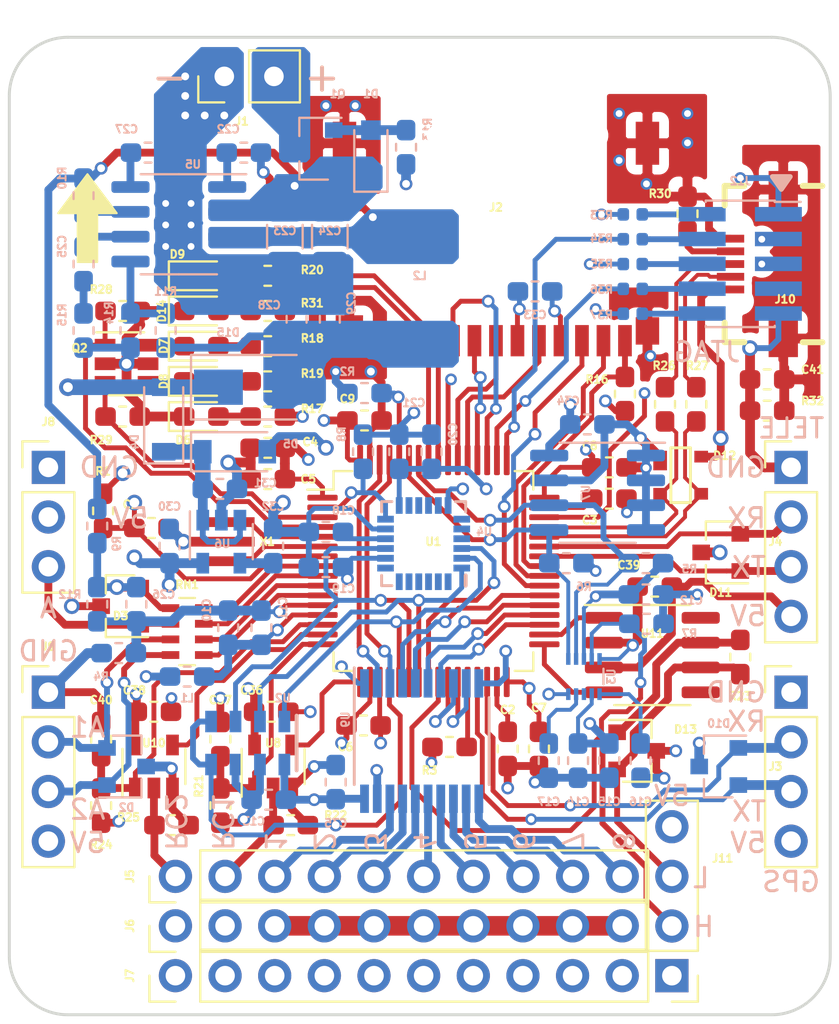
<source format=kicad_pcb>
(kicad_pcb (version 20171130) (host pcbnew "(5.1.2)-1")
  (layers (0 F.Cu signal) (1 In1.Cu power) (2 In2.Cu mixed) (31 B.Cu signal) (34 B.Paste user) (35 F.Paste user) (36 B.SilkS user) (37 F.SilkS user) (38 B.Mask user) (39 F.Mask user) (44 Edge.Cuts user))
  (net 0 "")
  (net 1 GND)
  (net 2 nRST)
  (net 3 "Net-(C2-Pad1)")
  (net 4 "Net-(C3-Pad1)")
  (net 5 +3V3)
  (net 6 +3.3VA)
  (net 7 GNDA)
  (net 8 "Net-(C16-Pad1)")
  (net 9 "Net-(C17-Pad1)")
  (net 10 "Net-(C18-Pad1)")
  (net 11 V_SW)
  (net 12 "Net-(C22-Pad1)")
  (net 13 +BATT)
  (net 14 "Net-(C25-Pad1)")
  (net 15 "Net-(C25-Pad2)")
  (net 16 "Net-(C26-Pad1)")
  (net 17 "Net-(C27-Pad1)")
  (net 18 +5V)
  (net 19 "Net-(C31-Pad1)")
  (net 20 "Net-(C32-Pad1)")
  (net 21 U2TX)
  (net 22 U4TX)
  (net 23 Earth)
  (net 24 "Net-(D1-Pad2)")
  (net 25 ADC1_IN13)
  (net 26 ADC1_IN12)
  (net 27 ADC1_IN10)
  (net 28 ADC1_IN11)
  (net 29 VBUS)
  (net 30 "Net-(D6-Pad2)")
  (net 31 "Net-(D7-Pad2)")
  (net 32 "Net-(D8-Pad2)")
  (net 33 "Net-(D9-Pad2)")
  (net 34 U3RX)
  (net 35 U3TX)
  (net 36 U1RX)
  (net 37 U1TX)
  (net 38 USBD+)
  (net 39 USBD-)
  (net 40 CANH)
  (net 41 CANL)
  (net 42 SDIO_D2)
  (net 43 SDIO_D3)
  (net 44 SDIO_CMD)
  (net 45 SDIO_CK)
  (net 46 SDIO_D0)
  (net 47 SDIO_D1)
  (net 48 SD_DECT)
  (net 49 RC_IN2)
  (net 50 RC_IN1)
  (net 51 M1)
  (net 52 M2)
  (net 53 M3)
  (net 54 M4)
  (net 55 M5)
  (net 56 M6)
  (net 57 M7)
  (net 58 M8)
  (net 59 "Net-(J6-Pad10)")
  (net 60 ADC_CURR)
  (net 61 ADC_IN2)
  (net 62 ADC_IN3)
  (net 63 /Connectors/D-)
  (net 64 /Connectors/D+)
  (net 65 "Net-(J10-Pad4)")
  (net 66 "Net-(J12-Pad2)")
  (net 67 "Net-(J12-Pad4)")
  (net 68 "Net-(J12-Pad6)")
  (net 69 "Net-(J12-Pad7)")
  (net 70 "Net-(J12-Pad8)")
  (net 71 "Net-(J12-Pad10)")
  (net 72 "Net-(R2-Pad1)")
  (net 73 "Net-(R3-Pad1)")
  (net 74 I2C1_SCL)
  (net 75 I2C1_SDA)
  (net 76 MAG_INT)
  (net 77 MPU_INT)
  (net 78 "Net-(R10-Pad1)")
  (net 79 "Net-(R11-Pad2)")
  (net 80 "Net-(U1-Pad5)")
  (net 81 "Net-(U1-Pad6)")
  (net 82 U4RX)
  (net 83 U2RX)
  (net 84 SPI1_SCK)
  (net 85 SPI1_MISO)
  (net 86 SPI1_MOSI)
  (net 87 MPU_CS)
  (net 88 BARO_CS)
  (net 89 T3C3)
  (net 90 T3C4)
  (net 91 CAN2_RX)
  (net 92 CAN2_TX)
  (net 93 T12C1)
  (net 94 T12C2)
  (net 95 T3C1)
  (net 96 T3C2)
  (net 97 T4C3)
  (net 98 T4C4)
  (net 99 "Net-(U3-Pad3)")
  (net 100 "Net-(U4-Pad1)")
  (net 101 "Net-(U4-Pad2)")
  (net 102 "Net-(U4-Pad3)")
  (net 103 "Net-(U4-Pad4)")
  (net 104 "Net-(U4-Pad5)")
  (net 105 "Net-(U4-Pad6)")
  (net 106 "Net-(U4-Pad7)")
  (net 107 "Net-(U4-Pad14)")
  (net 108 "Net-(U4-Pad15)")
  (net 109 "Net-(U4-Pad16)")
  (net 110 "Net-(U4-Pad17)")
  (net 111 "Net-(U4-Pad19)")
  (net 112 "Net-(U4-Pad20)")
  (net 113 "Net-(U4-Pad21)")
  (net 114 "Net-(U11-Pad5)")
  (net 115 "Net-(U11-Pad8)")
  (net 116 "Net-(J13-Pad1)")
  (net 117 "Net-(J14-Pad1)")
  (net 118 "Net-(J15-Pad1)")
  (net 119 "Net-(J16-Pad1)")
  (net 120 JTDI)
  (net 121 "Net-(D7-Pad1)")
  (net 122 "Net-(D8-Pad1)")
  (net 123 "Net-(D14-Pad2)")
  (net 124 LED1)
  (net 125 LED2)
  (net 126 LED3)
  (net 127 LED4)
  (net 128 JTMS)
  (net 129 JTCK)
  (net 130 JTDO)
  (net 131 /Power/DCDC_5V)
  (net 132 /Power/BATT_IN)
  (module Package_QFP:LQFP-64_10x10mm_P0.5mm (layer F.Cu) (at 147.7 100.3)
    (fp_text reference U1 (at 0 -1.5) (layer F.SilkS) (effects (font (size 0.4 0.4) (thickness 0.1))))
    (fp_text value STM32F405RGT6)
    (pad 1 smd roundrect (at -5.675 -3.75) (size 1.55 0.3) (layers F.Cu F.Paste F.Mask) (net 5 +3V3))
    (pad 2 smd roundrect (at -5.675 -3.25) (size 1.55 0.3) (layers F.Cu F.Paste F.Mask) (net 77 MPU_INT))
    (pad 3 smd roundrect (at -5.675 -2.75) (size 1.55 0.3) (layers F.Cu F.Paste F.Mask) (net 125 LED2))
    (pad 4 smd roundrect (at -5.675 -2.25) (size 1.55 0.3) (layers F.Cu F.Paste F.Mask) (net 124 LED1))
    (pad 5 smd roundrect (at -5.675 -1.75) (size 1.55 0.3) (layers F.Cu F.Paste F.Mask) (net 80 "Net-(U1-Pad5)"))
    (pad 6 smd roundrect (at -5.675 -1.25) (size 1.55 0.3) (layers F.Cu F.Paste F.Mask) (net 81 "Net-(U1-Pad6)"))
    (pad 7 smd roundrect (at -5.675 -0.75) (size 1.55 0.3) (layers F.Cu F.Paste F.Mask) (net 2 nRST))
    (pad 8 smd roundrect (at -5.675 -0.25) (size 1.55 0.3) (layers F.Cu F.Paste F.Mask) (net 27 ADC1_IN10))
    (pad 9 smd roundrect (at -5.675 0.25) (size 1.55 0.3) (layers F.Cu F.Paste F.Mask) (net 28 ADC1_IN11))
    (pad 10 smd roundrect (at -5.675 0.75) (size 1.55 0.3) (layers F.Cu F.Paste F.Mask) (net 26 ADC1_IN12))
    (pad 11 smd roundrect (at -5.675 1.25) (size 1.55 0.3) (layers F.Cu F.Paste F.Mask) (net 25 ADC1_IN13))
    (pad 12 smd roundrect (at -5.675 1.75) (size 1.55 0.3) (layers F.Cu F.Paste F.Mask) (net 7 GNDA))
    (pad 13 smd roundrect (at -5.675 2.25) (size 1.55 0.3) (layers F.Cu F.Paste F.Mask) (net 6 +3.3VA))
    (pad 14 smd roundrect (at -5.675 2.75) (size 1.55 0.3) (layers F.Cu F.Paste F.Mask) (net 22 U4TX))
    (pad 15 smd roundrect (at -5.675 3.25) (size 1.55 0.3) (layers F.Cu F.Paste F.Mask) (net 82 U4RX))
    (pad 16 smd roundrect (at -5.675 3.75) (size 1.55 0.3) (layers F.Cu F.Paste F.Mask) (net 21 U2TX))
    (pad 17 smd roundrect (at -3.75 5.675) (size 0.3 1.55) (layers F.Cu F.Paste F.Mask) (net 83 U2RX))
    (pad 18 smd roundrect (at -3.25 5.675) (size 0.3 1.55) (layers F.Cu F.Paste F.Mask) (net 1 GND))
    (pad 19 smd roundrect (at -2.75 5.675) (size 0.3 1.55) (layers F.Cu F.Paste F.Mask) (net 5 +3V3))
    (pad 20 smd roundrect (at -2.25 5.675) (size 0.3 1.55) (layers F.Cu F.Paste F.Mask) (net 88 BARO_CS))
    (pad 21 smd roundrect (at -1.75 5.675) (size 0.3 1.55) (layers F.Cu F.Paste F.Mask) (net 84 SPI1_SCK))
    (pad 22 smd roundrect (at -1.25 5.675) (size 0.3 1.55) (layers F.Cu F.Paste F.Mask) (net 85 SPI1_MISO))
    (pad 23 smd roundrect (at -0.75 5.675) (size 0.3 1.55) (layers F.Cu F.Paste F.Mask) (net 86 SPI1_MOSI))
    (pad 24 smd roundrect (at -0.25 5.675) (size 0.3 1.55) (layers F.Cu F.Paste F.Mask) (net 87 MPU_CS))
    (pad 25 smd roundrect (at 0.25 5.675) (size 0.3 1.55) (layers F.Cu F.Paste F.Mask) (net 76 MAG_INT))
    (pad 26 smd roundrect (at 0.75 5.675) (size 0.3 1.55) (layers F.Cu F.Paste F.Mask) (net 89 T3C3))
    (pad 27 smd roundrect (at 1.25 5.675) (size 0.3 1.55) (layers F.Cu F.Paste F.Mask) (net 90 T3C4))
    (pad 28 smd roundrect (at 1.75 5.675) (size 0.3 1.55) (layers F.Cu F.Paste F.Mask) (net 73 "Net-(R3-Pad1)"))
    (pad 29 smd roundrect (at 2.25 5.675) (size 0.3 1.55) (layers F.Cu F.Paste F.Mask) (net 35 U3TX))
    (pad 30 smd roundrect (at 2.75 5.675) (size 0.3 1.55) (layers F.Cu F.Paste F.Mask) (net 34 U3RX))
    (pad 31 smd roundrect (at 3.25 5.675) (size 0.3 1.55) (layers F.Cu F.Paste F.Mask) (net 3 "Net-(C2-Pad1)"))
    (pad 32 smd roundrect (at 3.75 5.675) (size 0.3 1.55) (layers F.Cu F.Paste F.Mask) (net 5 +3V3))
    (pad 33 smd roundrect (at 5.675 3.75) (size 1.55 0.3) (layers F.Cu F.Paste F.Mask) (net 91 CAN2_RX))
    (pad 34 smd roundrect (at 5.675 3.25) (size 1.55 0.3) (layers F.Cu F.Paste F.Mask) (net 92 CAN2_TX))
    (pad 35 smd roundrect (at 5.675 2.75) (size 1.55 0.3) (layers F.Cu F.Paste F.Mask) (net 93 T12C1))
    (pad 36 smd roundrect (at 5.675 2.25) (size 1.55 0.3) (layers F.Cu F.Paste F.Mask) (net 94 T12C2))
    (pad 37 smd roundrect (at 5.675 1.75) (size 1.55 0.3) (layers F.Cu F.Paste F.Mask) (net 95 T3C1))
    (pad 38 smd roundrect (at 5.675 1.25) (size 1.55 0.3) (layers F.Cu F.Paste F.Mask) (net 96 T3C2))
    (pad 39 smd roundrect (at 5.675 0.75) (size 1.55 0.3) (layers F.Cu F.Paste F.Mask) (net 46 SDIO_D0))
    (pad 40 smd roundrect (at 5.675 0.25) (size 1.55 0.3) (layers F.Cu F.Paste F.Mask) (net 47 SDIO_D1))
    (pad 41 smd roundrect (at 5.675 -0.25) (size 1.55 0.3) (layers F.Cu F.Paste F.Mask) (net 48 SD_DECT))
    (pad 42 smd roundrect (at 5.675 -0.75) (size 1.55 0.3) (layers F.Cu F.Paste F.Mask) (net 37 U1TX))
    (pad 43 smd roundrect (at 5.675 -1.25) (size 1.55 0.3) (layers F.Cu F.Paste F.Mask) (net 36 U1RX))
    (pad 44 smd roundrect (at 5.675 -1.75) (size 1.55 0.3) (layers F.Cu F.Paste F.Mask) (net 39 USBD-))
    (pad 45 smd roundrect (at 5.675 -2.25) (size 1.55 0.3) (layers F.Cu F.Paste F.Mask) (net 38 USBD+))
    (pad 46 smd roundrect (at 5.675 -2.75) (size 1.55 0.3) (layers F.Cu F.Paste F.Mask) (net 128 JTMS))
    (pad 47 smd roundrect (at 5.675 -3.25) (size 1.55 0.3) (layers F.Cu F.Paste F.Mask) (net 4 "Net-(C3-Pad1)"))
    (pad 48 smd roundrect (at 5.675 -3.75) (size 1.55 0.3) (layers F.Cu F.Paste F.Mask) (net 5 +3V3))
    (pad 49 smd roundrect (at 3.75 -5.675) (size 0.3 1.55) (layers F.Cu F.Paste F.Mask) (net 129 JTCK))
    (pad 50 smd roundrect (at 3.25 -5.675) (size 0.3 1.55) (layers F.Cu F.Paste F.Mask) (net 120 JTDI))
    (pad 51 smd roundrect (at 2.75 -5.675) (size 0.3 1.55) (layers F.Cu F.Paste F.Mask) (net 42 SDIO_D2))
    (pad 52 smd roundrect (at 2.25 -5.675) (size 0.3 1.55) (layers F.Cu F.Paste F.Mask) (net 43 SDIO_D3))
    (pad 53 smd roundrect (at 1.75 -5.675) (size 0.3 1.55) (layers F.Cu F.Paste F.Mask) (net 45 SDIO_CK))
    (pad 54 smd roundrect (at 1.25 -5.675) (size 0.3 1.55) (layers F.Cu F.Paste F.Mask) (net 44 SDIO_CMD))
    (pad 55 smd roundrect (at 0.75 -5.675) (size 0.3 1.55) (layers F.Cu F.Paste F.Mask) (net 130 JTDO))
    (pad 56 smd roundrect (at 0.25 -5.675) (size 0.3 1.55) (layers F.Cu F.Paste F.Mask) (net 126 LED3))
    (pad 57 smd roundrect (at -0.25 -5.675) (size 0.3 1.55) (layers F.Cu F.Paste F.Mask) (net 127 LED4))
    (pad 58 smd roundrect (at -0.75 -5.675) (size 0.3 1.55) (layers F.Cu F.Paste F.Mask) (net 74 I2C1_SCL))
    (pad 59 smd roundrect (at -1.25 -5.675) (size 0.3 1.55) (layers F.Cu F.Paste F.Mask) (net 75 I2C1_SDA))
    (pad 60 smd roundrect (at -1.75 -5.675) (size 0.3 1.55) (layers F.Cu F.Paste F.Mask) (net 72 "Net-(R2-Pad1)"))
    (pad 61 smd roundrect (at -2.25 -5.675) (size 0.3 1.55) (layers F.Cu F.Paste F.Mask) (net 97 T4C3))
    (pad 62 smd roundrect (at -2.75 -5.675) (size 0.3 1.55) (layers F.Cu F.Paste F.Mask) (net 98 T4C4))
    (pad 63 smd roundrect (at -3.25 -5.675) (size 0.3 1.55) (layers F.Cu F.Paste F.Mask) (net 1 GND))
    (pad 64 smd roundrect (at -3.75 -5.675) (size 0.3 1.55) (layers F.Cu F.Paste F.Mask) (net 5 +3V3))
  )
  (module Capacitor_SMD:C_0603_1608Metric_Pad1.05x0.95mm_HandSolder (layer F.Cu) (at 133.275 98.1)
    (fp_text reference C1 (at -1.075 -1.2) (layer F.SilkS) (effects (font (size 0.4 0.4) (thickness 0.1))))
    (fp_text value 100nF)
    (pad 2 smd roundrect (at 0.875 0) (size 1.05 0.95) (layers F.Cu F.Paste F.Mask) (net 1 GND))
    (pad 1 smd roundrect (at -0.875 0) (size 1.05 0.95) (layers F.Cu F.Paste F.Mask) (net 2 nRST))
  )
  (module Capacitor_SMD:C_0603_1608Metric_Pad1.05x0.95mm_HandSolder (layer F.Cu) (at 151.5 109.4 270)
    (fp_text reference C2 (at -2 0) (layer F.SilkS) (effects (font (size 0.4 0.4) (thickness 0.1))))
    (fp_text value 2.2uf)
    (pad 1 smd roundrect (at -0.875 0 270) (size 1.05 0.95) (layers F.Cu F.Paste F.Mask) (net 3 "Net-(C2-Pad1)"))
    (pad 2 smd roundrect (at 0.875 0 270) (size 1.05 0.95) (layers F.Cu F.Paste F.Mask) (net 1 GND))
  )
  (module Capacitor_SMD:C_0603_1608Metric_Pad1.05x0.95mm_HandSolder (layer F.Cu) (at 156.7 96.6)
    (fp_text reference C3 (at -1 1.1) (layer F.SilkS) (effects (font (size 0.4 0.4) (thickness 0.1))))
    (fp_text value 2.2uF)
    (pad 2 smd roundrect (at 0.875 0) (size 1.05 0.95) (layers F.Cu F.Paste F.Mask) (net 1 GND))
    (pad 1 smd roundrect (at -0.875 0) (size 1.05 0.95) (layers F.Cu F.Paste F.Mask) (net 4 "Net-(C3-Pad1)"))
  )
  (module Capacitor_SMD:C_0603_1608Metric_Pad1.05x0.95mm_HandSolder (layer F.Cu) (at 139.225 94 180)
    (fp_text reference C4 (at -2.175 0.3 180) (layer F.SilkS) (effects (font (size 0.4 0.4) (thickness 0.1))))
    (fp_text value 10uF)
    (pad 1 smd roundrect (at -0.875 0 180) (size 1.05 0.95) (layers F.Cu F.Paste F.Mask) (net 5 +3V3))
    (pad 2 smd roundrect (at 0.875 0 180) (size 1.05 0.95) (layers F.Cu F.Paste F.Mask) (net 1 GND))
  )
  (module Capacitor_SMD:C_0603_1608Metric_Pad1.05x0.95mm_HandSolder (layer F.Cu) (at 139.225 95.6 180)
    (fp_text reference C5 (at -2.075 0 180) (layer F.SilkS) (effects (font (size 0.4 0.4) (thickness 0.1))))
    (fp_text value 100nF)
    (pad 2 smd roundrect (at 0.875 0 180) (size 1.05 0.95) (layers F.Cu F.Paste F.Mask) (net 1 GND))
    (pad 1 smd roundrect (at -0.875 0 180) (size 1.05 0.95) (layers F.Cu F.Paste F.Mask) (net 5 +3V3))
  )
  (module Capacitor_SMD:C_0603_1608Metric_Pad1.05x0.95mm_HandSolder (layer F.Cu) (at 144.125 108.2 180)
    (fp_text reference C6 (at 0.925 -1.1 180) (layer F.SilkS) (effects (font (size 0.4 0.4) (thickness 0.1))))
    (fp_text value 100nF)
    (pad 2 smd roundrect (at 0.875 0 180) (size 1.05 0.95) (layers F.Cu F.Paste F.Mask) (net 1 GND))
    (pad 1 smd roundrect (at -0.875 0 180) (size 1.05 0.95) (layers F.Cu F.Paste F.Mask) (net 5 +3V3))
  )
  (module Capacitor_SMD:C_0603_1608Metric_Pad1.05x0.95mm_HandSolder (layer F.Cu) (at 153.1 109.4 270)
    (fp_text reference C7 (at -2.1 0) (layer F.SilkS) (effects (font (size 0.4 0.4) (thickness 0.1))))
    (fp_text value 100nF)
    (pad 1 smd roundrect (at -0.875 0 270) (size 1.05 0.95) (layers F.Cu F.Paste F.Mask) (net 5 +3V3))
    (pad 2 smd roundrect (at 0.875 0 270) (size 1.05 0.95) (layers F.Cu F.Paste F.Mask) (net 1 GND))
  )
  (module Capacitor_SMD:C_0603_1608Metric_Pad1.05x0.95mm_HandSolder (layer F.Cu) (at 156.7 95)
    (fp_text reference C8 (at -1 -1.1) (layer F.SilkS) (effects (font (size 0.4 0.4) (thickness 0.1))))
    (fp_text value 100nF)
    (pad 2 smd roundrect (at 0.875 0) (size 1.05 0.95) (layers F.Cu F.Paste F.Mask) (net 1 GND))
    (pad 1 smd roundrect (at -0.875 0) (size 1.05 0.95) (layers F.Cu F.Paste F.Mask) (net 5 +3V3))
  )
  (module Capacitor_SMD:C_0603_1608Metric_Pad1.05x0.95mm_HandSolder (layer F.Cu) (at 144.175 92.6)
    (fp_text reference C9 (at -0.875 -1.1) (layer F.SilkS) (effects (font (size 0.4 0.4) (thickness 0.1))))
    (fp_text value 100nF)
    (pad 2 smd roundrect (at 0.875 0) (size 1.05 0.95) (layers F.Cu F.Paste F.Mask) (net 1 GND))
    (pad 1 smd roundrect (at -0.875 0) (size 1.05 0.95) (layers F.Cu F.Paste F.Mask) (net 5 +3V3))
  )
  (module Capacitor_SMD:C_0603_1608Metric_Pad1.05x0.95mm_HandSolder (layer B.Cu) (at 137.2 103.2 90)
    (fp_text reference C10 (at 0.9 -1.1 90) (layer B.SilkS) (effects (font (size 0.4 0.4) (thickness 0.1)) (justify mirror)))
    (fp_text value 1uF)
    (pad 1 smd roundrect (at -0.875 0 90) (size 1.05 0.95) (layers B.Cu B.Paste B.Mask) (net 6 +3.3VA))
    (pad 2 smd roundrect (at 0.875 0 90) (size 1.05 0.95) (layers B.Cu B.Paste B.Mask) (net 7 GNDA))
  )
  (module Capacitor_SMD:C_0603_1608Metric_Pad1.05x0.95mm_HandSolder (layer B.Cu) (at 138.9 103.2 90)
    (fp_text reference C11 (at 1 1.1 90) (layer B.SilkS) (effects (font (size 0.4 0.4) (thickness 0.1)) (justify mirror)))
    (fp_text value 100nF)
    (pad 2 smd roundrect (at 0.875 0 90) (size 1.05 0.95) (layers B.Cu B.Paste B.Mask) (net 7 GNDA))
    (pad 1 smd roundrect (at -0.875 0 90) (size 1.05 0.95) (layers B.Cu B.Paste B.Mask) (net 6 +3.3VA))
  )
  (module Capacitor_SMD:C_0603_1608Metric_Pad1.05x0.95mm_HandSolder (layer B.Cu) (at 158.575 101.5)
    (fp_text reference C12 (at 2.325 0.3) (layer B.SilkS) (effects (font (size 0.4 0.4) (thickness 0.1)) (justify mirror)))
    (fp_text value 100nF)
    (pad 1 smd roundrect (at -0.875 0) (size 1.05 0.95) (layers B.Cu B.Paste B.Mask) (net 5 +3V3))
    (pad 2 smd roundrect (at 0.875 0) (size 1.05 0.95) (layers B.Cu B.Paste B.Mask) (net 1 GND))
  )
  (module Capacitor_SMD:C_0603_1608Metric_Pad1.05x0.95mm_HandSolder (layer B.Cu) (at 139.275 112 180)
    (fp_text reference C13 (at 0.775 -1.1 180) (layer B.SilkS) (effects (font (size 0.4 0.4) (thickness 0.1)) (justify mirror)))
    (fp_text value 100nF)
    (pad 1 smd roundrect (at -0.875 0 180) (size 1.05 0.95) (layers B.Cu B.Paste B.Mask) (net 5 +3V3))
    (pad 2 smd roundrect (at 0.875 0 180) (size 1.05 0.95) (layers B.Cu B.Paste B.Mask) (net 1 GND))
  )
  (module Capacitor_SMD:C_0603_1608Metric_Pad1.05x0.95mm_HandSolder (layer B.Cu) (at 155.1 110 270)
    (fp_text reference C14 (at 2.1 0) (layer B.SilkS) (effects (font (size 0.4 0.4) (thickness 0.1)) (justify mirror)))
    (fp_text value 1uF)
    (pad 2 smd roundrect (at 0.875 0 270) (size 1.05 0.95) (layers B.Cu B.Paste B.Mask) (net 1 GND))
    (pad 1 smd roundrect (at -0.875 0 270) (size 1.05 0.95) (layers B.Cu B.Paste B.Mask) (net 5 +3V3))
  )
  (module Capacitor_SMD:C_0603_1608Metric_Pad1.05x0.95mm_HandSolder (layer B.Cu) (at 156.7 110 270)
    (fp_text reference C15 (at 2.1 0) (layer B.SilkS) (effects (font (size 0.4 0.4) (thickness 0.1)) (justify mirror)))
    (fp_text value 100nF)
    (pad 2 smd roundrect (at 0.875 0 270) (size 1.05 0.95) (layers B.Cu B.Paste B.Mask) (net 1 GND))
    (pad 1 smd roundrect (at -0.875 0 270) (size 1.05 0.95) (layers B.Cu B.Paste B.Mask) (net 5 +3V3))
  )
  (module Capacitor_SMD:C_0603_1608Metric_Pad1.05x0.95mm_HandSolder (layer B.Cu) (at 158.3 110 270)
    (fp_text reference C16 (at 2.1 0) (layer B.SilkS) (effects (font (size 0.4 0.4) (thickness 0.1)) (justify mirror)))
    (fp_text value 100nF)
    (pad 1 smd roundrect (at -0.875 0 270) (size 1.05 0.95) (layers B.Cu B.Paste B.Mask) (net 8 "Net-(C16-Pad1)"))
    (pad 2 smd roundrect (at 0.875 0 270) (size 1.05 0.95) (layers B.Cu B.Paste B.Mask) (net 1 GND))
  )
  (module Capacitor_SMD:C_0603_1608Metric_Pad1.05x0.95mm_HandSolder (layer B.Cu) (at 153.6 110 270)
    (fp_text reference C17 (at 2.1 0) (layer B.SilkS) (effects (font (size 0.4 0.4) (thickness 0.1)) (justify mirror)))
    (fp_text value 100nF)
    (pad 2 smd roundrect (at 0.875 0 270) (size 1.05 0.95) (layers B.Cu B.Paste B.Mask) (net 1 GND))
    (pad 1 smd roundrect (at -0.875 0 270) (size 1.05 0.95) (layers B.Cu B.Paste B.Mask) (net 9 "Net-(C17-Pad1)"))
  )
  (module Capacitor_SMD:C_0603_1608Metric_Pad1.05x0.95mm_HandSolder (layer B.Cu) (at 142.2 98.3 180)
    (fp_text reference C18 (at -0.9 1.1 180) (layer B.SilkS) (effects (font (size 0.4 0.4) (thickness 0.1)) (justify mirror)))
    (fp_text value 470nF)
    (pad 2 smd roundrect (at 0.875 0 180) (size 1.05 0.95) (layers B.Cu B.Paste B.Mask) (net 1 GND))
    (pad 1 smd roundrect (at -0.875 0 180) (size 1.05 0.95) (layers B.Cu B.Paste B.Mask) (net 10 "Net-(C18-Pad1)"))
  )
  (module Capacitor_SMD:C_0603_1608Metric_Pad1.05x0.95mm_HandSolder (layer B.Cu) (at 142.2 100.1 180)
    (fp_text reference C19 (at -0.9 -1.1 180) (layer B.SilkS) (effects (font (size 0.4 0.4) (thickness 0.1)) (justify mirror)))
    (fp_text value 10nF)
    (pad 1 smd roundrect (at -0.875 0 180) (size 1.05 0.95) (layers B.Cu B.Paste B.Mask) (net 5 +3V3))
    (pad 2 smd roundrect (at 0.875 0 180) (size 1.05 0.95) (layers B.Cu B.Paste B.Mask) (net 1 GND))
  )
  (module Capacitor_SMD:C_0603_1608Metric_Pad1.05x0.95mm_HandSolder (layer B.Cu) (at 147.6 94.2 90)
    (fp_text reference C20 (at 0.9 1.1 90) (layer B.SilkS) (effects (font (size 0.4 0.4) (thickness 0.1)) (justify mirror)))
    (fp_text value 2.2uF)
    (pad 1 smd roundrect (at -0.875 0 90) (size 1.05 0.95) (layers B.Cu B.Paste B.Mask) (net 5 +3V3))
    (pad 2 smd roundrect (at 0.875 0 90) (size 1.05 0.95) (layers B.Cu B.Paste B.Mask) (net 1 GND))
  )
  (module Capacitor_SMD:C_0603_1608Metric_Pad1.05x0.95mm_HandSolder (layer B.Cu) (at 145.95 94.2 90)
    (fp_text reference C21 (at 2.5 0.75 180) (layer B.SilkS) (effects (font (size 0.4 0.4) (thickness 0.1)) (justify mirror)))
    (fp_text value 100nF)
    (pad 1 smd roundrect (at -0.875 0 90) (size 1.05 0.95) (layers B.Cu B.Paste B.Mask) (net 5 +3V3))
    (pad 2 smd roundrect (at 0.875 0 90) (size 1.05 0.95) (layers B.Cu B.Paste B.Mask) (net 1 GND))
  )
  (module Capacitor_SMD:C_0603_1608Metric_Pad1.05x0.95mm_HandSolder (layer B.Cu) (at 138 78.9)
    (fp_text reference C22 (at -0.8 -1.2) (layer B.SilkS) (effects (font (size 0.4 0.4) (thickness 0.1)) (justify mirror)))
    (fp_text value 10nF)
    (pad 2 smd roundrect (at 0.875 0) (size 1.05 0.95) (layers B.Cu B.Paste B.Mask) (net 11 V_SW))
    (pad 1 smd roundrect (at -0.875 0) (size 1.05 0.95) (layers B.Cu B.Paste B.Mask) (net 12 "Net-(C22-Pad1)"))
  )
  (module Capacitor_SMD:C_1206_3216Metric_Pad1.42x1.75mm_HandSolder (layer B.Cu) (at 140.1 83.2 270)
    (fp_text reference C23 (at -0.3 0) (layer B.SilkS) (effects (font (size 0.4 0.4) (thickness 0.1)) (justify mirror)))
    (fp_text value 10uF)
    (pad 1 smd roundrect (at -1.4875 0 270) (size 1.425 1.75) (layers B.Cu B.Paste B.Mask) (roundrect_rratio 0.175439) (net 13 +BATT))
    (pad 2 smd roundrect (at 1.4875 0 270) (size 1.425 1.75) (layers B.Cu B.Paste B.Mask) (roundrect_rratio 0.175439) (net 1 GND))
  )
  (module Capacitor_SMD:C_1206_3216Metric_Pad1.42x1.75mm_HandSolder (layer B.Cu) (at 142.4 83.2 270)
    (fp_text reference C24 (at -0.3 0) (layer B.SilkS) (effects (font (size 0.4 0.4) (thickness 0.1)) (justify mirror)))
    (fp_text value 10uF)
    (pad 2 smd roundrect (at 1.4875 0 270) (size 1.425 1.75) (layers B.Cu B.Paste B.Mask) (roundrect_rratio 0.175439) (net 1 GND))
    (pad 1 smd roundrect (at -1.4875 0 270) (size 1.425 1.75) (layers B.Cu B.Paste B.Mask) (roundrect_rratio 0.175439) (net 13 +BATT))
  )
  (module Capacitor_SMD:C_0603_1608Metric_Pad1.05x0.95mm_HandSolder (layer B.Cu) (at 129.8 84.6 270)
    (fp_text reference C25 (at -0.9 1.1 270) (layer B.SilkS) (effects (font (size 0.4 0.4) (thickness 0.1)) (justify mirror)))
    (fp_text value 3.3nF)
    (pad 1 smd roundrect (at -0.875 0 270) (size 1.05 0.95) (layers B.Cu B.Paste B.Mask) (net 14 "Net-(C25-Pad1)"))
    (pad 2 smd roundrect (at 0.875 0 270) (size 1.05 0.95) (layers B.Cu B.Paste B.Mask) (net 15 "Net-(C25-Pad2)"))
  )
  (module Capacitor_SMD:C_0603_1608Metric_Pad1.05x0.95mm_HandSolder (layer B.Cu) (at 132.5 102 270)
    (fp_text reference C26 (at -0.5 -1.4 180) (layer B.SilkS) (effects (font (size 0.4 0.4) (thickness 0.1)) (justify mirror)))
    (fp_text value 100nF)
    (pad 2 smd roundrect (at 0.875 0 270) (size 1.05 0.95) (layers B.Cu B.Paste B.Mask) (net 7 GNDA))
    (pad 1 smd roundrect (at -0.875 0 270) (size 1.05 0.95) (layers B.Cu B.Paste B.Mask) (net 16 "Net-(C26-Pad1)"))
  )
  (module Capacitor_SMD:C_0603_1608Metric_Pad1.05x0.95mm_HandSolder (layer B.Cu) (at 133.1 78.9)
    (fp_text reference C27 (at -1.1 -1.2) (layer B.SilkS) (effects (font (size 0.4 0.4) (thickness 0.1)) (justify mirror)))
    (fp_text value 100nF)
    (pad 2 smd roundrect (at 0.875 0) (size 1.05 0.95) (layers B.Cu B.Paste B.Mask) (net 1 GND))
    (pad 1 smd roundrect (at -0.875 0) (size 1.05 0.95) (layers B.Cu B.Paste B.Mask) (net 17 "Net-(C27-Pad1)"))
  )
  (module Capacitor_SMD:C_0603_1608Metric_Pad1.05x0.95mm_HandSolder (layer B.Cu) (at 140.7 87.425 90)
    (fp_text reference C28 (at 0.725 -1.4 180) (layer B.SilkS) (effects (font (size 0.4 0.4) (thickness 0.1)) (justify mirror)))
    (fp_text value 22uF)
    (pad 1 smd roundrect (at -0.875 0 90) (size 1.05 0.95) (layers B.Cu B.Paste B.Mask) (net 131 /Power/DCDC_5V))
    (pad 2 smd roundrect (at 0.875 0 90) (size 1.05 0.95) (layers B.Cu B.Paste B.Mask) (net 1 GND))
  )
  (module Capacitor_SMD:C_0603_1608Metric_Pad1.05x0.95mm_HandSolder (layer B.Cu) (at 142.4 87.425 90)
    (fp_text reference C29 (at 0.825 1.1 270) (layer B.SilkS) (effects (font (size 0.4 0.4) (thickness 0.1)) (justify mirror)))
    (fp_text value 22uF)
    (pad 1 smd roundrect (at -0.875 0 90) (size 1.05 0.95) (layers B.Cu B.Paste B.Mask) (net 131 /Power/DCDC_5V))
    (pad 2 smd roundrect (at 0.875 0 90) (size 1.05 0.95) (layers B.Cu B.Paste B.Mask) (net 1 GND))
  )
  (module Capacitor_SMD:C_0603_1608Metric_Pad1.05x0.95mm_HandSolder (layer B.Cu) (at 134.2 99.025 90)
    (fp_text reference C30 (at 2.025 0 180) (layer B.SilkS) (effects (font (size 0.4 0.4) (thickness 0.1)) (justify mirror)))
    (fp_text value 2.2uF)
    (pad 1 smd roundrect (at -0.875 0 90) (size 1.05 0.95) (layers B.Cu B.Paste B.Mask) (net 5 +3V3))
    (pad 2 smd roundrect (at 0.875 0 90) (size 1.05 0.95) (layers B.Cu B.Paste B.Mask) (net 1 GND))
  )
  (module Capacitor_SMD:C_0603_1608Metric_Pad1.05x0.95mm_HandSolder (layer B.Cu) (at 136.775 96.1)
    (fp_text reference C31 (at 2.325 -0.3 180) (layer B.SilkS) (effects (font (size 0.4 0.4) (thickness 0.1)) (justify mirror)))
    (fp_text value 4.7uF)
    (pad 1 smd roundrect (at -0.875 0) (size 1.05 0.95) (layers B.Cu B.Paste B.Mask) (net 19 "Net-(C31-Pad1)"))
    (pad 2 smd roundrect (at 0.875 0) (size 1.05 0.95) (layers B.Cu B.Paste B.Mask) (net 1 GND))
  )
  (module Capacitor_SMD:C_0603_1608Metric_Pad1.05x0.95mm_HandSolder (layer B.Cu) (at 139.5 99.025 90)
    (fp_text reference C32 (at 2.025 0 180) (layer B.SilkS) (effects (font (size 0.4 0.4) (thickness 0.1)) (justify mirror)))
    (fp_text value 10nF)
    (pad 1 smd roundrect (at -0.875 0 90) (size 1.05 0.95) (layers B.Cu B.Paste B.Mask) (net 20 "Net-(C32-Pad1)"))
    (pad 2 smd roundrect (at 0.875 0 90) (size 1.05 0.95) (layers B.Cu B.Paste B.Mask) (net 1 GND))
  )
  (module Capacitor_SMD:C_0603_1608Metric_Pad1.05x0.95mm_HandSolder (layer B.Cu) (at 152.9 86)
    (fp_text reference C33 (at 0 1.2) (layer B.SilkS) (effects (font (size 0.4 0.4) (thickness 0.1)) (justify mirror)))
    (fp_text value 100nF)
    (pad 2 smd roundrect (at 0.875 0) (size 1.05 0.95) (layers B.Cu B.Paste B.Mask) (net 1 GND))
    (pad 1 smd roundrect (at -0.875 0) (size 1.05 0.95) (layers B.Cu B.Paste B.Mask) (net 5 +3V3))
  )
  (module Capacitor_SMD:C_0603_1608Metric_Pad1.05x0.95mm_HandSolder (layer B.Cu) (at 155.575 92.8)
    (fp_text reference C34 (at -0.975 -1.2) (layer B.SilkS) (effects (font (size 0.4 0.4) (thickness 0.1)) (justify mirror)))
    (fp_text value 100nF)
    (pad 2 smd roundrect (at 0.875 0) (size 1.05 0.95) (layers B.Cu B.Paste B.Mask) (net 1 GND))
    (pad 1 smd roundrect (at -0.875 0) (size 1.05 0.95) (layers B.Cu B.Paste B.Mask) (net 5 +3V3))
  )
  (module Capacitor_SMD:C_0603_1608Metric_Pad1.05x0.95mm_HandSolder (layer B.Cu) (at 142.7 111.1 90)
    (fp_text reference C35 (at -2.1 0 180) (layer B.SilkS) (effects (font (size 0.4 0.4) (thickness 0.1)) (justify mirror)))
    (fp_text value 100nF)
    (pad 1 smd roundrect (at -0.875 0 90) (size 1.05 0.95) (layers B.Cu B.Paste B.Mask) (net 5 +3V3))
    (pad 2 smd roundrect (at 0.875 0 90) (size 1.05 0.95) (layers B.Cu B.Paste B.Mask) (net 1 GND))
  )
  (module Capacitor_SMD:C_0603_1608Metric_Pad1.05x0.95mm_HandSolder (layer F.Cu) (at 139.4 107.5)
    (fp_text reference C36 (at -1 -1.1) (layer F.SilkS) (effects (font (size 0.4 0.4) (thickness 0.1))))
    (fp_text value 100nF)
    (pad 1 smd roundrect (at -0.875 0) (size 1.05 0.95) (layers F.Cu F.Paste F.Mask) (net 5 +3V3))
    (pad 2 smd roundrect (at 0.875 0) (size 1.05 0.95) (layers F.Cu F.Paste F.Mask) (net 1 GND))
  )
  (module Capacitor_SMD:C_0603_1608Metric_Pad1.05x0.95mm_HandSolder (layer F.Cu) (at 136.8 108.9 90)
    (fp_text reference C37 (at 2 0 180) (layer F.SilkS) (effects (font (size 0.4 0.4) (thickness 0.1))))
    (fp_text value 10nF)
    (pad 2 smd roundrect (at 0.875 0 90) (size 1.05 0.95) (layers F.Cu F.Paste F.Mask) (net 1 GND))
    (pad 1 smd roundrect (at -0.875 0 90) (size 1.05 0.95) (layers F.Cu F.Paste F.Mask) (net 21 U2TX))
  )
  (module Capacitor_SMD:C_0603_1608Metric_Pad1.05x0.95mm_HandSolder (layer F.Cu) (at 133.4 107.5)
    (fp_text reference C38 (at -1 -1.1) (layer F.SilkS) (effects (font (size 0.4 0.4) (thickness 0.1))))
    (fp_text value 100nF)
    (pad 2 smd roundrect (at 0.875 0) (size 1.05 0.95) (layers F.Cu F.Paste F.Mask) (net 1 GND))
    (pad 1 smd roundrect (at -0.875 0) (size 1.05 0.95) (layers F.Cu F.Paste F.Mask) (net 5 +3V3))
  )
  (module Capacitor_SMD:C_0603_1608Metric_Pad1.05x0.95mm_HandSolder (layer F.Cu) (at 159.025 101.1 180)
    (fp_text reference C39 (at 1.325 1.1 180) (layer F.SilkS) (effects (font (size 0.4 0.4) (thickness 0.1))))
    (fp_text value 100nF)
    (pad 1 smd roundrect (at -0.875 0 180) (size 1.05 0.95) (layers F.Cu F.Paste F.Mask) (net 18 +5V))
    (pad 2 smd roundrect (at 0.875 0 180) (size 1.05 0.95) (layers F.Cu F.Paste F.Mask) (net 1 GND))
  )
  (module Capacitor_SMD:C_0603_1608Metric_Pad1.05x0.95mm_HandSolder (layer F.Cu) (at 130.7 108.9 90)
    (fp_text reference C40 (at 2 0 180) (layer F.SilkS) (effects (font (size 0.4 0.4) (thickness 0.1))))
    (fp_text value 10nF)
    (pad 1 smd roundrect (at -0.875 0 90) (size 1.05 0.95) (layers F.Cu F.Paste F.Mask) (net 22 U4TX))
    (pad 2 smd roundrect (at 0.875 0 90) (size 1.05 0.95) (layers F.Cu F.Paste F.Mask) (net 1 GND))
  )
  (module Capacitor_SMD:C_0603_1608Metric_Pad1.05x0.95mm_HandSolder (layer F.Cu) (at 164.775 90.5 180)
    (fp_text reference C41 (at -2.325 0.5 180) (layer F.SilkS) (effects (font (size 0.4 0.4) (thickness 0.1))))
    (fp_text value 100nF)
    (pad 2 smd roundrect (at 0.875 0 180) (size 1.05 0.95) (layers F.Cu F.Paste F.Mask) (net 1 GND))
    (pad 1 smd roundrect (at -0.875 0 180) (size 1.05 0.95) (layers F.Cu F.Paste F.Mask) (net 23 Earth))
  )
  (module Diode_SMD:D_SOD-323_HandSoldering (layer B.Cu) (at 144.5 79 90)
    (fp_text reference D1 (at 3.1 0 180) (layer B.SilkS) (effects (font (size 0.4 0.4) (thickness 0.1)) (justify mirror)))
    (fp_text value BAT20J)
    (pad 1 smd rect (at -1.25 0 90) (size 1 1) (layers B.Cu B.Paste B.Mask) (net 13 +BATT))
    (pad 2 smd rect (at 1.25 0 90) (size 1 1) (layers B.Cu B.Paste B.Mask) (net 24 "Net-(D1-Pad2)"))
  )
  (module Package_TO_SOT_SMD:SOT-23 (layer B.Cu) (at 132 110.3)
    (fp_text reference D2 (at 0 2.1) (layer B.SilkS) (effects (font (size 0.4 0.4) (thickness 0.1)) (justify mirror)))
    (fp_text value PESD3V3)
    (pad 1 smd rect (at -1 0.95) (size 0.9 0.8) (layers B.Cu B.Paste B.Mask) (net 62 ADC_IN3))
    (pad 2 smd rect (at -1 -0.95) (size 0.9 0.8) (layers B.Cu B.Paste B.Mask) (net 61 ADC_IN2))
    (pad 3 smd rect (at 1 0) (size 0.9 0.8) (layers B.Cu B.Paste B.Mask) (net 1 GND))
  )
  (module Package_TO_SOT_SMD:SOT-23 (layer F.Cu) (at 131.7 102.1 180)
    (fp_text reference D3 (at 0 -0.5 180) (layer F.SilkS) (effects (font (size 0.4 0.4) (thickness 0.1))))
    (fp_text value PESD3V3)
    (pad 3 smd rect (at 1 0 180) (size 0.9 0.8) (layers F.Cu F.Paste F.Mask) (net 1 GND))
    (pad 2 smd rect (at -1 0.95 180) (size 0.9 0.8) (layers F.Cu F.Paste F.Mask) (net 16 "Net-(C26-Pad1)"))
    (pad 1 smd rect (at -1 -0.95 180) (size 0.9 0.8) (layers F.Cu F.Paste F.Mask) (net 60 ADC_CURR))
  )
  (module Diode_SMD:D_SOD-123 (layer B.Cu) (at 133.9 92.55 90)
    (fp_text reference D4 (at -1.15 -1.5 90) (layer B.SilkS) (effects (font (size 0.4 0.4) (thickness 0.1)) (justify mirror)))
    (fp_text value 1A)
    (pad 2 smd rect (at 1.65 0 90) (size 0.9 1.2) (layers B.Cu B.Paste B.Mask) (net 18 +5V))
    (pad 1 smd rect (at -1.65 0 90) (size 0.9 1.2) (layers B.Cu B.Paste B.Mask) (net 19 "Net-(C31-Pad1)"))
  )
  (module Diode_SMD:D_SOD-123 (layer B.Cu) (at 137.55 94.2)
    (fp_text reference D5 (at 2.85 -0.4) (layer B.SilkS) (effects (font (size 0.4 0.4) (thickness 0.1)) (justify mirror)))
    (fp_text value 1A)
    (pad 1 smd rect (at -1.65 0) (size 0.9 1.2) (layers B.Cu B.Paste B.Mask) (net 19 "Net-(C31-Pad1)"))
    (pad 2 smd rect (at 1.65 0) (size 0.9 1.2) (layers B.Cu B.Paste B.Mask) (net 29 VBUS))
  )
  (module LED_SMD:LED_0603_1608Metric_Pad1.05x0.95mm_HandSolder (layer F.Cu) (at 135.825 92.4)
    (fp_text reference D6 (at -0.925 1.2) (layer F.SilkS) (effects (font (size 0.4 0.4) (thickness 0.1))))
    (fp_text value RED)
    (pad 2 smd roundrect (at 0.875 0) (size 1.05 0.95) (layers F.Cu F.Paste F.Mask) (net 30 "Net-(D6-Pad2)"))
    (pad 1 smd roundrect (at -0.875 0) (size 1.05 0.95) (layers F.Cu F.Paste F.Mask) (net 1 GND))
  )
  (module LED_SMD:LED_0603_1608Metric_Pad1.05x0.95mm_HandSolder (layer F.Cu) (at 135.825 88.8)
    (fp_text reference D7 (at -1.925 0 90) (layer F.SilkS) (effects (font (size 0.4 0.4) (thickness 0.1))))
    (fp_text value BLUE)
    (pad 1 smd roundrect (at -0.875 0) (size 1.05 0.95) (layers F.Cu F.Paste F.Mask) (net 121 "Net-(D7-Pad1)"))
    (pad 2 smd roundrect (at 0.875 0) (size 1.05 0.95) (layers F.Cu F.Paste F.Mask) (net 31 "Net-(D7-Pad2)"))
  )
  (module LED_SMD:LED_0603_1608Metric_Pad1.05x0.95mm_HandSolder (layer F.Cu) (at 135.825 90.6)
    (fp_text reference D8 (at -1.925 0 90) (layer F.SilkS) (effects (font (size 0.4 0.4) (thickness 0.1))))
    (fp_text value GREEN)
    (pad 1 smd roundrect (at -0.875 0) (size 1.05 0.95) (layers F.Cu F.Paste F.Mask) (net 122 "Net-(D8-Pad1)"))
    (pad 2 smd roundrect (at 0.875 0) (size 1.05 0.95) (layers F.Cu F.Paste F.Mask) (net 32 "Net-(D8-Pad2)"))
  )
  (module LED_SMD:LED_0603_1608Metric_Pad1.05x0.95mm_HandSolder (layer F.Cu) (at 135.825 85.2)
    (fp_text reference D9 (at -1.225 -1.1) (layer F.SilkS) (effects (font (size 0.4 0.4) (thickness 0.1))))
    (fp_text value YELLOW)
    (pad 2 smd roundrect (at 0.875 0) (size 1.05 0.95) (layers F.Cu F.Paste F.Mask) (net 33 "Net-(D9-Pad2)"))
    (pad 1 smd roundrect (at -0.875 0) (size 1.05 0.95) (layers F.Cu F.Paste F.Mask) (net 1 GND))
  )
  (module Package_TO_SOT_SMD:SOT-23 (layer B.Cu) (at 162.3 110.3 180)
    (fp_text reference D10 (at 0 2.2 180) (layer B.SilkS) (effects (font (size 0.4 0.4) (thickness 0.1)) (justify mirror)))
    (fp_text value PESD3v3)
    (pad 3 smd rect (at 1 0 180) (size 0.9 0.8) (layers B.Cu B.Paste B.Mask) (net 1 GND))
    (pad 2 smd rect (at -1 -0.95 180) (size 0.9 0.8) (layers B.Cu B.Paste B.Mask) (net 35 U3TX))
    (pad 1 smd rect (at -1 0.95 180) (size 0.9 0.8) (layers B.Cu B.Paste B.Mask) (net 34 U3RX))
  )
  (module Package_TO_SOT_SMD:SOT-23 (layer F.Cu) (at 162.4 99.35 180)
    (fp_text reference D11 (at 0 -2.05 180) (layer F.SilkS) (effects (font (size 0.4 0.4) (thickness 0.1))))
    (fp_text value PESD3v3)
    (pad 3 smd rect (at 1 0 180) (size 0.9 0.8) (layers F.Cu F.Paste F.Mask) (net 1 GND))
    (pad 2 smd rect (at -1 0.95 180) (size 0.9 0.8) (layers F.Cu F.Paste F.Mask) (net 36 U1RX))
    (pad 1 smd rect (at -1 -0.95 180) (size 0.9 0.8) (layers F.Cu F.Paste F.Mask) (net 37 U1TX))
  )
  (module ESD:SOT143B (layer F.Cu) (at 160.35 95.4 270)
    (fp_text reference D12 (at -1 -2.25) (layer F.SilkS) (effects (font (size 0.4 0.4) (thickness 0.1))))
    (fp_text value PRTR5V0U2X)
    (pad 1 smd rect (at -0.75 1.05 270) (size 1 0.7) (layers F.Cu F.Paste F.Mask) (net 1 GND))
    (pad 2 smd rect (at 0.95 1.05 270) (size 0.6 0.7) (layers F.Cu F.Paste F.Mask) (net 38 USBD+))
    (pad 3 smd rect (at 0.95 -1.05 270) (size 0.6 0.7) (layers F.Cu F.Paste F.Mask) (net 39 USBD-))
    (pad 4 smd rect (at -0.95 -1.05 270) (size 0.6 0.7) (layers F.Cu F.Paste F.Mask) (net 29 VBUS))
  )
  (module Package_TO_SOT_SMD:SOT-23 (layer F.Cu) (at 158.1 109.5)
    (fp_text reference D13 (at 2.5 -1.1) (layer F.SilkS) (effects (font (size 0.4 0.4) (thickness 0.1))))
    (fp_text value PESDCAN)
    (pad 1 smd rect (at -1 -0.95) (size 0.9 0.8) (layers F.Cu F.Paste F.Mask) (net 40 CANH))
    (pad 2 smd rect (at -1 0.95) (size 0.9 0.8) (layers F.Cu F.Paste F.Mask) (net 41 CANL))
    (pad 3 smd rect (at 1 0) (size 0.9 0.8) (layers F.Cu F.Paste F.Mask) (net 1 GND))
  )
  (module Connector_PinHeader_2.54mm:PinHeader_1x02_P2.54mm_Vertical (layer F.Cu) (at 137 75 90)
    (fp_text reference J1 (at -2.3 0.9 180) (layer F.SilkS) (effects (font (size 0.4 0.4) (thickness 0.1))))
    (fp_text value M02 hide)
    (pad 1 thru_hole rect (at 0 0 90) (size 1.7 1.7) (drill 1) (layers *.Cu *.Mask) (net 1 GND))
    (pad 2 thru_hole oval (at 0 2.54 90) (size 1.7 1.7) (drill 1) (layers *.Cu *.Mask) (net 132 /Power/BATT_IN))
  )
  (module ConnectorsSD:TFCARD (layer F.Cu) (at 150.9 80.9 180)
    (fp_text reference J2 (at 0 -0.8) (layer F.SilkS) (effects (font (size 0.4 0.4) (thickness 0.1))))
    (fp_text value Micro_SD_Card_Det)
    (pad 1 smd rect (at 2.2 -7.62 180) (size 0.7 1.6) (layers F.Cu F.Paste F.Mask) (net 42 SDIO_D2))
    (pad 2 smd rect (at 1.1 -7.62 180) (size 0.7 1.6) (layers F.Cu F.Paste F.Mask) (net 43 SDIO_D3))
    (pad 3 smd rect (at 0 -7.62 180) (size 0.7 1.6) (layers F.Cu F.Paste F.Mask) (net 44 SDIO_CMD))
    (pad 4 smd rect (at -1.1 -7.62 180) (size 0.7 1.6) (layers F.Cu F.Paste F.Mask) (net 5 +3V3))
    (pad 5 smd rect (at -2.2 -7.62 180) (size 0.7 1.6) (layers F.Cu F.Paste F.Mask) (net 45 SDIO_CK))
    (pad 6 smd rect (at -3.3 -7.62 180) (size 0.7 1.6) (layers F.Cu F.Paste F.Mask) (net 1 GND))
    (pad 7 smd rect (at -4.4 -7.62 180) (size 0.7 1.6) (layers F.Cu F.Paste F.Mask) (net 46 SDIO_D0))
    (pad 8 smd rect (at -5.5 -7.62 180) (size 0.7 1.6) (layers F.Cu F.Paste F.Mask) (net 47 SDIO_D1))
    (pad 10 smd rect (at -7.75 -7.12 180) (size 1.2 1.4) (layers F.Cu F.Paste F.Mask) (net 1 GND))
    (pad 10 smd rect (at -7.75 2.48 180) (size 1.2 2.2) (layers F.Cu F.Paste F.Mask) (net 1 GND))
    (pad 10 smd rect (at 7.5 -7.12 180) (size 1.4 1.6) (layers F.Cu F.Paste F.Mask) (net 1 GND))
    (pad 10 smd rect (at 7.75 2.48 180) (size 1.2 2.2) (layers F.Cu F.Paste F.Mask) (net 1 GND))
    (pad 9 smd rect (at -6.6 -7.62 180) (size 0.7 1.6) (layers F.Cu F.Paste F.Mask) (net 48 SD_DECT))
    (pad "" np_thru_hole circle (at -4.95 2.88 180) (size 1 1) (drill 1) (layers *.Cu *.Mask))
    (pad "" np_thru_hole circle (at 3.05 2.88 180) (size 1 1) (drill 1) (layers *.Cu *.Mask))
  )
  (module Connector_PinHeader_2.54mm:PinHeader_1x04_P2.54mm_Vertical (layer F.Cu) (at 166 106.5)
    (fp_text reference J3 (at -0.8 3.8) (layer F.SilkS) (effects (font (size 0.4 0.4) (thickness 0.1))))
    (fp_text value M04 hide)
    (pad 4 thru_hole oval (at 0 7.62) (size 1.7 1.7) (drill 1) (layers *.Cu *.Mask) (net 18 +5V))
    (pad 3 thru_hole oval (at 0 5.08) (size 1.7 1.7) (drill 1) (layers *.Cu *.Mask) (net 35 U3TX))
    (pad 2 thru_hole oval (at 0 2.54) (size 1.7 1.7) (drill 1) (layers *.Cu *.Mask) (net 34 U3RX))
    (pad 1 thru_hole rect (at 0 0) (size 1.7 1.7) (drill 1) (layers *.Cu *.Mask) (net 1 GND))
  )
  (module Connector_PinHeader_2.54mm:PinHeader_1x04_P2.54mm_Vertical (layer F.Cu) (at 166 95)
    (fp_text reference J4 (at -0.8 3.8) (layer F.SilkS) (effects (font (size 0.4 0.4) (thickness 0.1))))
    (fp_text value M04 hide)
    (pad 1 thru_hole rect (at 0 0) (size 1.7 1.7) (drill 1) (layers *.Cu *.Mask) (net 1 GND))
    (pad 2 thru_hole oval (at 0 2.54) (size 1.7 1.7) (drill 1) (layers *.Cu *.Mask) (net 36 U1RX))
    (pad 3 thru_hole oval (at 0 5.08) (size 1.7 1.7) (drill 1) (layers *.Cu *.Mask) (net 37 U1TX))
    (pad 4 thru_hole oval (at 0 7.62) (size 1.7 1.7) (drill 1) (layers *.Cu *.Mask) (net 18 +5V))
  )
  (module Connector_PinHeader_2.54mm:PinHeader_1x10_P2.54mm_Vertical (layer F.Cu) (at 134.5 115.92 90)
    (fp_text reference J5 (at 0 -2.33 90) (layer F.SilkS) (effects (font (size 0.4 0.4) (thickness 0.1))))
    (fp_text value M10 hide)
    (pad 1 thru_hole circle (at 0 0 90) (size 1.7 1.7) (drill 1) (layers *.Cu *.Mask) (net 49 RC_IN2))
    (pad 2 thru_hole oval (at 0 2.54 90) (size 1.7 1.7) (drill 1) (layers *.Cu *.Mask) (net 50 RC_IN1))
    (pad 3 thru_hole oval (at 0 5.08 90) (size 1.7 1.7) (drill 1) (layers *.Cu *.Mask) (net 51 M1))
    (pad 4 thru_hole oval (at 0 7.62 90) (size 1.7 1.7) (drill 1) (layers *.Cu *.Mask) (net 52 M2))
    (pad 5 thru_hole oval (at 0 10.16 90) (size 1.7 1.7) (drill 1) (layers *.Cu *.Mask) (net 53 M3))
    (pad 6 thru_hole oval (at 0 12.7 90) (size 1.7 1.7) (drill 1) (layers *.Cu *.Mask) (net 54 M4))
    (pad 7 thru_hole oval (at 0 15.24 90) (size 1.7 1.7) (drill 1) (layers *.Cu *.Mask) (net 55 M5))
    (pad 8 thru_hole oval (at 0 17.78 90) (size 1.7 1.7) (drill 1) (layers *.Cu *.Mask) (net 56 M6))
    (pad 9 thru_hole oval (at 0 20.32 90) (size 1.7 1.7) (drill 1) (layers *.Cu *.Mask) (net 57 M7))
    (pad 10 thru_hole oval (at 0 22.86 90) (size 1.7 1.7) (drill 1) (layers *.Cu *.Mask) (net 58 M8))
  )
  (module Connector_PinHeader_2.54mm:PinHeader_1x10_P2.54mm_Vertical (layer F.Cu) (at 134.5 118.45 90)
    (fp_text reference J6 (at 0 -2.33 90) (layer F.SilkS) (effects (font (size 0.4 0.4) (thickness 0.1))))
    (fp_text value M10 hide)
    (pad 10 thru_hole oval (at 0 22.86 90) (size 1.7 1.7) (drill 1) (layers *.Cu *.Mask) (net 59 "Net-(J6-Pad10)"))
    (pad 9 thru_hole oval (at 0 20.32 90) (size 1.7 1.7) (drill 1) (layers *.Cu *.Mask) (net 59 "Net-(J6-Pad10)"))
    (pad 8 thru_hole oval (at 0 17.78 90) (size 1.7 1.7) (drill 1) (layers *.Cu *.Mask) (net 59 "Net-(J6-Pad10)"))
    (pad 7 thru_hole oval (at 0 15.24 90) (size 1.7 1.7) (drill 1) (layers *.Cu *.Mask) (net 59 "Net-(J6-Pad10)"))
    (pad 6 thru_hole oval (at 0 12.7 90) (size 1.7 1.7) (drill 1) (layers *.Cu *.Mask) (net 59 "Net-(J6-Pad10)"))
    (pad 5 thru_hole oval (at 0 10.16 90) (size 1.7 1.7) (drill 1) (layers *.Cu *.Mask) (net 59 "Net-(J6-Pad10)"))
    (pad 4 thru_hole oval (at 0 7.62 90) (size 1.7 1.7) (drill 1) (layers *.Cu *.Mask) (net 59 "Net-(J6-Pad10)"))
    (pad 3 thru_hole oval (at 0 5.08 90) (size 1.7 1.7) (drill 1) (layers *.Cu *.Mask) (net 59 "Net-(J6-Pad10)"))
    (pad 2 thru_hole oval (at 0 2.54 90) (size 1.7 1.7) (drill 1) (layers *.Cu *.Mask) (net 18 +5V))
    (pad 1 thru_hole circle (at 0 0 90) (size 1.7 1.7) (drill 1) (layers *.Cu *.Mask) (net 18 +5V))
  )
  (module Connector_PinHeader_2.54mm:PinHeader_1x10_P2.54mm_Vertical (layer F.Cu) (at 134.5 121 90)
    (fp_text reference J7 (at 0 -2.33 90) (layer F.SilkS) (effects (font (size 0.4 0.4) (thickness 0.1))))
    (fp_text value M10 hide)
    (pad 1 thru_hole circle (at 0 0 90) (size 1.7 1.7) (drill 1) (layers *.Cu *.Mask) (net 1 GND))
    (pad 2 thru_hole oval (at 0 2.54 90) (size 1.7 1.7) (drill 1) (layers *.Cu *.Mask) (net 1 GND))
    (pad 3 thru_hole oval (at 0 5.08 90) (size 1.7 1.7) (drill 1) (layers *.Cu *.Mask) (net 1 GND))
    (pad 4 thru_hole oval (at 0 7.62 90) (size 1.7 1.7) (drill 1) (layers *.Cu *.Mask) (net 1 GND))
    (pad 5 thru_hole oval (at 0 10.16 90) (size 1.7 1.7) (drill 1) (layers *.Cu *.Mask) (net 1 GND))
    (pad 6 thru_hole oval (at 0 12.7 90) (size 1.7 1.7) (drill 1) (layers *.Cu *.Mask) (net 1 GND))
    (pad 7 thru_hole oval (at 0 15.24 90) (size 1.7 1.7) (drill 1) (layers *.Cu *.Mask) (net 1 GND))
    (pad 8 thru_hole oval (at 0 17.78 90) (size 1.7 1.7) (drill 1) (layers *.Cu *.Mask) (net 1 GND))
    (pad 9 thru_hole oval (at 0 20.32 90) (size 1.7 1.7) (drill 1) (layers *.Cu *.Mask) (net 1 GND))
    (pad 10 thru_hole oval (at 0 22.86 90) (size 1.7 1.7) (drill 1) (layers *.Cu *.Mask) (net 1 GND))
  )
  (module Connector_PinHeader_2.54mm:PinHeader_1x03_P2.54mm_Vertical (layer F.Cu) (at 128 95)
    (fp_text reference J8 (at 0 -2.33) (layer F.SilkS) (effects (font (size 0.4 0.4) (thickness 0.1))))
    (fp_text value M03 hide)
    (pad 1 thru_hole rect (at 0 0) (size 1.7 1.7) (drill 1) (layers *.Cu *.Mask) (net 1 GND))
    (pad 2 thru_hole oval (at 0 2.54) (size 1.7 1.7) (drill 1) (layers *.Cu *.Mask) (net 18 +5V))
    (pad 3 thru_hole oval (at 0 5.08) (size 1.7 1.7) (drill 1) (layers *.Cu *.Mask) (net 60 ADC_CURR))
  )
  (module Connector_PinHeader_2.54mm:PinHeader_1x04_P2.54mm_Vertical (layer F.Cu) (at 128 106.5)
    (fp_text reference J9 (at 0 -2.33) (layer F.SilkS) (effects (font (size 0.4 0.4) (thickness 0.1))))
    (fp_text value M04 hide)
    (pad 4 thru_hole oval (at 0 7.62) (size 1.7 1.7) (drill 1) (layers *.Cu *.Mask) (net 18 +5V))
    (pad 3 thru_hole oval (at 0 5.08) (size 1.7 1.7) (drill 1) (layers *.Cu *.Mask) (net 62 ADC_IN3))
    (pad 2 thru_hole oval (at 0 2.54) (size 1.7 1.7) (drill 1) (layers *.Cu *.Mask) (net 61 ADC_IN2))
    (pad 1 thru_hole rect (at 0 0) (size 1.7 1.7) (drill 1) (layers *.Cu *.Mask) (net 1 GND))
  )
  (module USB-Connectors:USB-AB-MICRO (layer F.Cu) (at 165.6 84.6 180)
    (fp_text reference J10 (at -0.1 -1.8 180) (layer F.SilkS) (effects (font (size 0.4 0.4) (thickness 0.1))))
    (fp_text value USB_B_Micro)
    (pad 2 smd rect (at 2.7 -0.65 270) (size 0.4 1.4) (layers F.Cu F.Paste F.Mask) (net 63 /Connectors/D-))
    (pad 3 smd rect (at 2.7 0 270) (size 0.4 1.4) (layers F.Cu F.Paste F.Mask) (net 64 /Connectors/D+))
    (pad 5 smd rect (at 2.7 1.3 270) (size 0.4 1.4) (layers F.Cu F.Paste F.Mask) (net 1 GND))
    (pad 4 smd rect (at 2.7 0.65 270) (size 0.4 1.4) (layers F.Cu F.Paste F.Mask) (net 65 "Net-(J10-Pad4)"))
    (pad 6 smd rect (at 0 -3.81 180) (size 1.5 1.9) (layers F.Cu F.Paste F.Mask) (net 23 Earth))
    (pad 6 smd rect (at 0 3.81 180) (size 1.5 1.9) (layers F.Cu F.Paste F.Mask) (net 23 Earth))
    (pad 1 smd rect (at 2.7 -1.3 270) (size 0.4 1.4) (layers F.Cu F.Paste F.Mask) (net 29 VBUS))
    (pad "" np_thru_hole circle (at 2.2 -1.9 180) (size 0.6 0.6) (drill 0.6) (layers *.Cu *.Mask))
    (pad "" np_thru_hole circle (at 2.2 1.9 180) (size 0.6 0.6) (drill 0.6) (layers *.Cu *.Mask))
  )
  (module Connector_PinHeader_1.27mm:PinHeader_2x05_P1.27mm_Vertical_SMD (layer B.Cu) (at 163.4 84.59 180)
    (fp_text reference J12 (at 0 4.235 180) (layer B.SilkS) (effects (font (size 0.4 0.4) (thickness 0.1)) (justify mirror)))
    (fp_text value Conn_SWD)
    (pad 1 smd rect (at -1.95 2.54 180) (size 2.4 0.74) (layers B.Cu B.Paste B.Mask) (net 5 +3V3))
    (pad 2 smd rect (at 1.95 2.54 180) (size 2.4 0.74) (layers B.Cu B.Paste B.Mask) (net 66 "Net-(J12-Pad2)"))
    (pad 3 smd rect (at -1.95 1.27 180) (size 2.4 0.74) (layers B.Cu B.Paste B.Mask) (net 1 GND))
    (pad 4 smd rect (at 1.95 1.27 180) (size 2.4 0.74) (layers B.Cu B.Paste B.Mask) (net 67 "Net-(J12-Pad4)"))
    (pad 5 smd rect (at -1.95 0 180) (size 2.4 0.74) (layers B.Cu B.Paste B.Mask) (net 1 GND))
    (pad 6 smd rect (at 1.95 0 180) (size 2.4 0.74) (layers B.Cu B.Paste B.Mask) (net 68 "Net-(J12-Pad6)"))
    (pad 7 smd rect (at -1.95 -1.27 180) (size 2.4 0.74) (layers B.Cu B.Paste B.Mask) (net 69 "Net-(J12-Pad7)"))
    (pad 8 smd rect (at 1.95 -1.27 180) (size 2.4 0.74) (layers B.Cu B.Paste B.Mask) (net 70 "Net-(J12-Pad8)"))
    (pad 9 smd rect (at -1.95 -2.54 180) (size 2.4 0.74) (layers B.Cu B.Paste B.Mask) (net 1 GND))
    (pad 10 smd rect (at 1.95 -2.54 180) (size 2.4 0.74) (layers B.Cu B.Paste B.Mask) (net 71 "Net-(J12-Pad10)"))
  )
  (module Inductor_SMD:L_0603_1608Metric_Pad1.05x0.95mm_HandSolder (layer B.Cu) (at 135.1 105.7)
    (fp_text reference L1 (at 0 1.1) (layer B.SilkS) (effects (font (size 0.4 0.4) (thickness 0.1)) (justify mirror)))
    (fp_text value 1K)
    (pad 1 smd roundrect (at -0.875 0) (size 1.05 0.95) (layers B.Cu B.Paste B.Mask) (net 5 +3V3))
    (pad 2 smd roundrect (at 0.875 0) (size 1.05 0.95) (layers B.Cu B.Paste B.Mask) (net 6 +3.3VA))
  )
  (module Inductor:SPM6530 (layer B.Cu) (at 147 85.98 270)
    (fp_text reference L2 (at -0.78 0) (layer B.SilkS) (effects (font (size 0.4 0.4) (thickness 0.1)) (justify mirror)))
    (fp_text value 10uH)
    (pad 1 smd rect (at -2.78 0 270) (size 1.9 3.4) (layers B.Cu B.Paste B.Mask) (net 11 V_SW))
    (pad 2 smd rect (at 2.78 0 270) (size 1.9 3.4) (layers B.Cu B.Paste B.Mask) (net 131 /Power/DCDC_5V))
  )
  (module Package_TO_SOT_SMD:SOT-23 (layer B.Cu) (at 141.6 78.7 180)
    (fp_text reference Q1 (at -1.2 2.8 180) (layer B.SilkS) (effects (font (size 0.4 0.4) (thickness 0.1)) (justify mirror)))
    (fp_text value AO3407A)
    (pad 1 smd rect (at -1 0.95 180) (size 0.9 0.8) (layers B.Cu B.Paste B.Mask) (net 24 "Net-(D1-Pad2)"))
    (pad 2 smd rect (at -1 -0.95 180) (size 0.9 0.8) (layers B.Cu B.Paste B.Mask) (net 13 +BATT))
    (pad 3 smd rect (at 1 0 180) (size 0.9 0.8) (layers B.Cu B.Paste B.Mask) (net 132 /Power/BATT_IN))
  )
  (module Resistor_SMD:R_0603_1608Metric_Pad1.05x0.95mm_HandSolder (layer F.Cu) (at 130.8 97.225 90)
    (fp_text reference R1 (at 2.025 0 180) (layer F.SilkS) (effects (font (size 0.4 0.4) (thickness 0.1))))
    (fp_text value 10K)
    (pad 2 smd roundrect (at 0.875 0 90) (size 1.05 0.95) (layers F.Cu F.Paste F.Mask) (net 5 +3V3))
    (pad 1 smd roundrect (at -0.875 0 90) (size 1.05 0.95) (layers F.Cu F.Paste F.Mask) (net 2 nRST))
  )
  (module Resistor_SMD:R_0603_1608Metric_Pad1.05x0.95mm_HandSolder (layer B.Cu) (at 144.175 91.2 180)
    (fp_text reference R2 (at 0.875 1.1 180) (layer B.SilkS) (effects (font (size 0.4 0.4) (thickness 0.1)) (justify mirror)))
    (fp_text value 10K)
    (pad 2 smd roundrect (at 0.875 0 180) (size 1.05 0.95) (layers B.Cu B.Paste B.Mask) (net 1 GND))
    (pad 1 smd roundrect (at -0.875 0 180) (size 1.05 0.95) (layers B.Cu B.Paste B.Mask) (net 72 "Net-(R2-Pad1)"))
  )
  (module Resistor_SMD:R_0603_1608Metric_Pad1.05x0.95mm_HandSolder (layer F.Cu) (at 148.525 109.3 180)
    (fp_text reference R3 (at 1.025 -1.2 180) (layer F.SilkS) (effects (font (size 0.4 0.4) (thickness 0.1))))
    (fp_text value 10K)
    (pad 1 smd roundrect (at -0.875 0 180) (size 1.05 0.95) (layers F.Cu F.Paste F.Mask) (net 73 "Net-(R3-Pad1)"))
    (pad 2 smd roundrect (at 0.875 0 180) (size 1.05 0.95) (layers F.Cu F.Paste F.Mask) (net 1 GND))
  )
  (module Resistor_SMD:R_0603_1608Metric_Pad1.05x0.95mm_HandSolder (layer B.Cu) (at 131.6 104.5 180)
    (fp_text reference R4 (at 0.9 -1.2 180) (layer B.SilkS) (effects (font (size 0.4 0.4) (thickness 0.1)) (justify mirror)))
    (fp_text value 0)
    (pad 1 smd roundrect (at -0.875 0 180) (size 1.05 0.95) (layers B.Cu B.Paste B.Mask) (net 7 GNDA))
    (pad 2 smd roundrect (at 0.875 0 180) (size 1.05 0.95) (layers B.Cu B.Paste B.Mask) (net 1 GND))
  )
  (module Resistor_SMD:R_0603_1608Metric_Pad1.05x0.95mm_HandSolder (layer B.Cu) (at 158.575 99.9 180)
    (fp_text reference R5 (at -2.225 -0.3 180) (layer B.SilkS) (effects (font (size 0.4 0.4) (thickness 0.1)) (justify mirror)))
    (fp_text value 4.7K)
    (pad 2 smd roundrect (at 0.875 0 180) (size 1.05 0.95) (layers B.Cu B.Paste B.Mask) (net 74 I2C1_SCL))
    (pad 1 smd roundrect (at -0.875 0 180) (size 1.05 0.95) (layers B.Cu B.Paste B.Mask) (net 5 +3V3))
  )
  (module Resistor_SMD:R_0603_1608Metric_Pad1.05x0.95mm_HandSolder (layer B.Cu) (at 154.5 99.9 180)
    (fp_text reference R6 (at -0.9 -1.2 180) (layer B.SilkS) (effects (font (size 0.4 0.4) (thickness 0.1)) (justify mirror)))
    (fp_text value 4.7K)
    (pad 1 smd roundrect (at -0.875 0 180) (size 1.05 0.95) (layers B.Cu B.Paste B.Mask) (net 5 +3V3))
    (pad 2 smd roundrect (at 0.875 0 180) (size 1.05 0.95) (layers B.Cu B.Paste B.Mask) (net 75 I2C1_SDA))
  )
  (module Resistor_SMD:R_0603_1608Metric_Pad1.05x0.95mm_HandSolder (layer B.Cu) (at 158.6 103)
    (fp_text reference R7 (at 2.2 0.5) (layer B.SilkS) (effects (font (size 0.4 0.4) (thickness 0.1)) (justify mirror)))
    (fp_text value 10K)
    (pad 1 smd roundrect (at -0.875 0) (size 1.05 0.95) (layers B.Cu B.Paste B.Mask) (net 76 MAG_INT))
    (pad 2 smd roundrect (at 0.875 0) (size 1.05 0.95) (layers B.Cu B.Paste B.Mask) (net 1 GND))
  )
  (module Resistor_SMD:R_0603_1608Metric_Pad1.05x0.95mm_HandSolder (layer B.Cu) (at 144.1 94.2 90)
    (fp_text reference R8 (at 0.9 -1.1 90) (layer B.SilkS) (effects (font (size 0.4 0.4) (thickness 0.1)) (justify mirror)))
    (fp_text value 10K)
    (pad 2 smd roundrect (at 0.875 0 90) (size 1.05 0.95) (layers B.Cu B.Paste B.Mask) (net 1 GND))
    (pad 1 smd roundrect (at -0.875 0 90) (size 1.05 0.95) (layers B.Cu B.Paste B.Mask) (net 77 MPU_INT))
  )
  (module Resistor_SMD:R_0603_1608Metric_Pad1.05x0.95mm_HandSolder (layer B.Cu) (at 130.5 98 90)
    (fp_text reference R9 (at -0.9 1 90) (layer B.SilkS) (effects (font (size 0.4 0.4) (thickness 0.1)) (justify mirror)))
    (fp_text value 10K)
    (pad 1 smd roundrect (at -0.875 0 90) (size 1.05 0.95) (layers B.Cu B.Paste B.Mask) (net 16 "Net-(C26-Pad1)"))
    (pad 2 smd roundrect (at 0.875 0 90) (size 1.05 0.95) (layers B.Cu B.Paste B.Mask) (net 13 +BATT))
  )
  (module Resistor_SMD:R_0603_1608Metric_Pad1.05x0.95mm_HandSolder (layer B.Cu) (at 129.8 81.1 90)
    (fp_text reference R10 (at 0.9 -1.1 90) (layer B.SilkS) (effects (font (size 0.4 0.4) (thickness 0.1)) (justify mirror)))
    (fp_text value 100K)
    (pad 1 smd roundrect (at -0.875 0 90) (size 1.05 0.95) (layers B.Cu B.Paste B.Mask) (net 78 "Net-(R10-Pad1)"))
    (pad 2 smd roundrect (at 0.875 0 90) (size 1.05 0.95) (layers B.Cu B.Paste B.Mask) (net 13 +BATT))
  )
  (module Resistor_SMD:R_0603_1608Metric_Pad1.05x0.95mm_HandSolder (layer B.Cu) (at 134 88 90)
    (fp_text reference R11 (at 2 0 180) (layer B.SilkS) (effects (font (size 0.4 0.4) (thickness 0.1)) (justify mirror)))
    (fp_text value 53.6K)
    (pad 2 smd roundrect (at 0.875 0 90) (size 1.05 0.95) (layers B.Cu B.Paste B.Mask) (net 79 "Net-(R11-Pad2)"))
    (pad 1 smd roundrect (at -0.875 0 90) (size 1.05 0.95) (layers B.Cu B.Paste B.Mask) (net 131 /Power/DCDC_5V))
  )
  (module Resistor_SMD:R_0603_1608Metric_Pad1.05x0.95mm_HandSolder (layer B.Cu) (at 130.5 102 90)
    (fp_text reference R12 (at 0.5 -1.4) (layer B.SilkS) (effects (font (size 0.4 0.4) (thickness 0.1)) (justify mirror)))
    (fp_text value 1K)
    (pad 2 smd roundrect (at 0.875 0 90) (size 1.05 0.95) (layers B.Cu B.Paste B.Mask) (net 16 "Net-(C26-Pad1)"))
    (pad 1 smd roundrect (at -0.875 0 90) (size 1.05 0.95) (layers B.Cu B.Paste B.Mask) (net 7 GNDA))
  )
  (module Resistor_SMD:R_0603_1608Metric_Pad1.05x0.95mm_HandSolder (layer B.Cu) (at 146.3 78.625 270)
    (fp_text reference R13 (at -0.925 -1.1 270) (layer B.SilkS) (effects (font (size 0.4 0.4) (thickness 0.1)) (justify mirror)))
    (fp_text value 4.7K)
    (pad 2 smd roundrect (at 0.875 0 270) (size 1.05 0.95) (layers B.Cu B.Paste B.Mask) (net 1 GND))
    (pad 1 smd roundrect (at -0.875 0 270) (size 1.05 0.95) (layers B.Cu B.Paste B.Mask) (net 24 "Net-(D1-Pad2)"))
  )
  (module Resistor_SMD:R_0603_1608Metric_Pad1.05x0.95mm_HandSolder (layer B.Cu) (at 132.2 88 90)
    (fp_text reference R14 (at 0.9 -1.1 90) (layer B.SilkS) (effects (font (size 0.4 0.4) (thickness 0.1)) (justify mirror)))
    (fp_text value 10K)
    (pad 1 smd roundrect (at -0.875 0 90) (size 1.05 0.95) (layers B.Cu B.Paste B.Mask) (net 1 GND))
    (pad 2 smd roundrect (at 0.875 0 90) (size 1.05 0.95) (layers B.Cu B.Paste B.Mask) (net 79 "Net-(R11-Pad2)"))
  )
  (module Resistor_SMD:R_0603_1608Metric_Pad1.05x0.95mm_HandSolder (layer B.Cu) (at 129.8 88 270)
    (fp_text reference R15 (at -0.8 1.1 270) (layer B.SilkS) (effects (font (size 0.4 0.4) (thickness 0.1)) (justify mirror)))
    (fp_text value 7.5K)
    (pad 2 smd roundrect (at 0.875 0 270) (size 1.05 0.95) (layers B.Cu B.Paste B.Mask) (net 1 GND))
    (pad 1 smd roundrect (at -0.875 0 270) (size 1.05 0.95) (layers B.Cu B.Paste B.Mask) (net 15 "Net-(C25-Pad2)"))
  )
  (module Resistor_SMD:R_0603_1608Metric_Pad1.05x0.95mm_HandSolder (layer F.Cu) (at 157.5 91.25 90)
    (fp_text reference R16 (at 0.75 -1.43 180) (layer F.SilkS) (effects (font (size 0.4 0.4) (thickness 0.1))))
    (fp_text value 10K)
    (pad 1 smd roundrect (at -0.875 0 90) (size 1.05 0.95) (layers F.Cu F.Paste F.Mask) (net 5 +3V3))
    (pad 2 smd roundrect (at 0.875 0 90) (size 1.05 0.95) (layers F.Cu F.Paste F.Mask) (net 48 SD_DECT))
  )
  (module Resistor_SMD:R_0603_1608Metric_Pad1.05x0.95mm_HandSolder (layer F.Cu) (at 139.225 92.4)
    (fp_text reference R17 (at 2.275 -0.4) (layer F.SilkS) (effects (font (size 0.4 0.4) (thickness 0.1))))
    (fp_text value 680)
    (pad 1 smd roundrect (at -0.875 0) (size 1.05 0.95) (layers F.Cu F.Paste F.Mask) (net 30 "Net-(D6-Pad2)"))
    (pad 2 smd roundrect (at 0.875 0) (size 1.05 0.95) (layers F.Cu F.Paste F.Mask) (net 5 +3V3))
  )
  (module Resistor_SMD:R_0603_1608Metric_Pad1.05x0.95mm_HandSolder (layer F.Cu) (at 139.225 88.8)
    (fp_text reference R18 (at 2.275 -0.4) (layer F.SilkS) (effects (font (size 0.4 0.4) (thickness 0.1))))
    (fp_text value 680)
    (pad 1 smd roundrect (at -0.875 0) (size 1.05 0.95) (layers F.Cu F.Paste F.Mask) (net 31 "Net-(D7-Pad2)"))
    (pad 2 smd roundrect (at 0.875 0) (size 1.05 0.95) (layers F.Cu F.Paste F.Mask) (net 5 +3V3))
  )
  (module Resistor_SMD:R_0603_1608Metric_Pad1.05x0.95mm_HandSolder (layer F.Cu) (at 139.225 90.6)
    (fp_text reference R19 (at 2.275 -0.4) (layer F.SilkS) (effects (font (size 0.4 0.4) (thickness 0.1))))
    (fp_text value 680)
    (pad 1 smd roundrect (at -0.875 0) (size 1.05 0.95) (layers F.Cu F.Paste F.Mask) (net 32 "Net-(D8-Pad2)"))
    (pad 2 smd roundrect (at 0.875 0) (size 1.05 0.95) (layers F.Cu F.Paste F.Mask) (net 5 +3V3))
  )
  (module Resistor_SMD:R_0603_1608Metric_Pad1.05x0.95mm_HandSolder (layer F.Cu) (at 139.225 85.2)
    (fp_text reference R20 (at 2.275 -0.3) (layer F.SilkS) (effects (font (size 0.4 0.4) (thickness 0.1))))
    (fp_text value 680)
    (pad 2 smd roundrect (at 0.875 0) (size 1.05 0.95) (layers F.Cu F.Paste F.Mask) (net 126 LED3))
    (pad 1 smd roundrect (at -0.875 0) (size 1.05 0.95) (layers F.Cu F.Paste F.Mask) (net 33 "Net-(D9-Pad2)"))
  )
  (module Resistor_SMD:R_0603_1608Metric_Pad1.05x0.95mm_HandSolder (layer F.Cu) (at 136.8 112.3 270)
    (fp_text reference R21 (at -1 1.1 270) (layer F.SilkS) (effects (font (size 0.4 0.4) (thickness 0.1))))
    (fp_text value 1.5K)
    (pad 2 smd roundrect (at 0.875 0 270) (size 1.05 0.95) (layers F.Cu F.Paste F.Mask) (net 1 GND))
    (pad 1 smd roundrect (at -0.875 0 270) (size 1.05 0.95) (layers F.Cu F.Paste F.Mask) (net 21 U2TX))
  )
  (module Resistor_SMD:R_0603_1608Metric_Pad1.05x0.95mm_HandSolder (layer F.Cu) (at 140.4 113.3)
    (fp_text reference R22 (at 2.3 -0.5) (layer F.SilkS) (effects (font (size 0.4 0.4) (thickness 0.1))))
    (fp_text value 1.5K)
    (pad 1 smd roundrect (at -0.875 0) (size 1.05 0.95) (layers F.Cu F.Paste F.Mask) (net 50 RC_IN1))
    (pad 2 smd roundrect (at 0.875 0) (size 1.05 0.95) (layers F.Cu F.Paste F.Mask) (net 1 GND))
  )
  (module Resistor_SMD:R_0603_1608Metric_Pad1.05x0.95mm_HandSolder (layer F.Cu) (at 163.4 104.7 90)
    (fp_text reference R23 (at -2 0 180) (layer F.SilkS) (effects (font (size 0.4 0.4) (thickness 0.1))))
    (fp_text value 120)
    (pad 2 smd roundrect (at 0.875 0 90) (size 1.05 0.95) (layers F.Cu F.Paste F.Mask) (net 40 CANH))
    (pad 1 smd roundrect (at -0.875 0 90) (size 1.05 0.95) (layers F.Cu F.Paste F.Mask) (net 41 CANL))
  )
  (module Resistor_SMD:R_0603_1608Metric_Pad1.05x0.95mm_HandSolder (layer F.Cu) (at 130.7 112.3 270)
    (fp_text reference R24 (at 2 0) (layer F.SilkS) (effects (font (size 0.4 0.4) (thickness 0.1))))
    (fp_text value 1.5K)
    (pad 2 smd roundrect (at 0.875 0 270) (size 1.05 0.95) (layers F.Cu F.Paste F.Mask) (net 1 GND))
    (pad 1 smd roundrect (at -0.875 0 270) (size 1.05 0.95) (layers F.Cu F.Paste F.Mask) (net 22 U4TX))
  )
  (module Resistor_SMD:R_0603_1608Metric_Pad1.05x0.95mm_HandSolder (layer F.Cu) (at 134.3 113.3)
    (fp_text reference R25 (at -2.2 -0.4) (layer F.SilkS) (effects (font (size 0.4 0.4) (thickness 0.1))))
    (fp_text value 1.5K)
    (pad 1 smd roundrect (at -0.875 0) (size 1.05 0.95) (layers F.Cu F.Paste F.Mask) (net 49 RC_IN2))
    (pad 2 smd roundrect (at 0.875 0) (size 1.05 0.95) (layers F.Cu F.Paste F.Mask) (net 1 GND))
  )
  (module Resistor_SMD:R_0603_1608Metric_Pad1.05x0.95mm_HandSolder (layer F.Cu) (at 159.55 91.775 90)
    (fp_text reference R26 (at 1.975 -0.05 180) (layer F.SilkS) (effects (font (size 0.4 0.4) (thickness 0.1))))
    (fp_text value 22)
    (pad 1 smd roundrect (at -0.875 0 90) (size 1.05 0.95) (layers F.Cu F.Paste F.Mask) (net 38 USBD+))
    (pad 2 smd roundrect (at 0.875 0 90) (size 1.05 0.95) (layers F.Cu F.Paste F.Mask) (net 64 /Connectors/D+))
  )
  (module Resistor_SMD:R_0603_1608Metric_Pad1.05x0.95mm_HandSolder (layer F.Cu) (at 161.15 91.775 90)
    (fp_text reference R27 (at 1.975 0.05 180) (layer F.SilkS) (effects (font (size 0.4 0.4) (thickness 0.1))))
    (fp_text value 22)
    (pad 2 smd roundrect (at 0.875 0 90) (size 1.05 0.95) (layers F.Cu F.Paste F.Mask) (net 63 /Connectors/D-))
    (pad 1 smd roundrect (at -0.875 0 90) (size 1.05 0.95) (layers F.Cu F.Paste F.Mask) (net 39 USBD-))
  )
  (module Resistor_SMD:R_0402_1005Metric (layer B.Cu) (at 157.9 82.06 180)
    (fp_text reference R33 (at 1.6 -0.04 180) (layer B.SilkS) (effects (font (size 0.4 0.4) (thickness 0.1)) (justify mirror)))
    (fp_text value 0)
    (pad 2 smd roundrect (at 0.485 0 180) (size 0.59 0.64) (layers B.Cu B.Paste B.Mask) (net 128 JTMS))
    (pad 1 smd roundrect (at -0.485 0 180) (size 0.59 0.64) (layers B.Cu B.Paste B.Mask) (net 66 "Net-(J12-Pad2)"))
  )
  (module Resistor_SMD:R_0402_1005Metric (layer B.Cu) (at 157.9 83.33 180)
    (fp_text reference R34 (at 1.6 0.03 180) (layer B.SilkS) (effects (font (size 0.4 0.4) (thickness 0.1)) (justify mirror)))
    (fp_text value 0)
    (pad 1 smd roundrect (at -0.485 0 180) (size 0.59 0.64) (layers B.Cu B.Paste B.Mask) (net 67 "Net-(J12-Pad4)"))
    (pad 2 smd roundrect (at 0.485 0 180) (size 0.59 0.64) (layers B.Cu B.Paste B.Mask) (net 129 JTCK))
  )
  (module Resistor_SMD:R_0603_1608Metric_Pad1.05x0.95mm_HandSolder (layer F.Cu) (at 160.7 82.025 270)
    (fp_text reference R30 (at -1.025 1.4) (layer F.SilkS) (effects (font (size 0.4 0.4) (thickness 0.1))))
    (fp_text value 100K)
    (pad 2 smd roundrect (at 0.875 0 270) (size 1.05 0.95) (layers F.Cu F.Paste F.Mask) (net 65 "Net-(J10-Pad4)"))
    (pad 1 smd roundrect (at -0.875 0 270) (size 1.05 0.95) (layers F.Cu F.Paste F.Mask) (net 1 GND))
  )
  (module Resistor_SMD:R_0402_1005Metric (layer B.Cu) (at 157.9 87.14 180)
    (fp_text reference R37 (at 1.6 -0.06 180) (layer B.SilkS) (effects (font (size 0.4 0.4) (thickness 0.1)) (justify mirror)))
    (fp_text value 0)
    (pad 1 smd roundrect (at -0.485 0 180) (size 0.59 0.64) (layers B.Cu B.Paste B.Mask) (net 71 "Net-(J12-Pad10)"))
    (pad 2 smd roundrect (at 0.485 0 180) (size 0.59 0.64) (layers B.Cu B.Paste B.Mask) (net 2 nRST))
  )
  (module Resistor_SMD:R_0603_1608Metric_Pad1.05x0.95mm_HandSolder (layer F.Cu) (at 164.775 92.1)
    (fp_text reference R32 (at 2.325 -0.5) (layer F.SilkS) (effects (font (size 0.4 0.4) (thickness 0.1))))
    (fp_text value 1M)
    (pad 1 smd roundrect (at -0.875 0) (size 1.05 0.95) (layers F.Cu F.Paste F.Mask) (net 1 GND))
    (pad 2 smd roundrect (at 0.875 0) (size 1.05 0.95) (layers F.Cu F.Paste F.Mask) (net 23 Earth))
  )
  (module Resistor_SMD:R_Array_Concave_4x0603 (layer F.Cu) (at 135.1 103.4)
    (fp_text reference RN1 (at 0 -2.4) (layer F.SilkS) (effects (font (size 0.4 0.4) (thickness 0.1))))
    (fp_text value 100)
    (pad 2 smd rect (at -0.85 -0.4) (size 0.9 0.4) (layers F.Cu F.Paste F.Mask) (net 60 ADC_CURR))
    (pad 3 smd rect (at -0.85 0.4) (size 0.9 0.4) (layers F.Cu F.Paste F.Mask) (net 61 ADC_IN2))
    (pad 1 smd rect (at -0.85 -1.2) (size 0.9 0.4) (layers F.Cu F.Paste F.Mask) (net 16 "Net-(C26-Pad1)"))
    (pad 4 smd rect (at -0.85 1.2) (size 0.9 0.4) (layers F.Cu F.Paste F.Mask) (net 62 ADC_IN3))
    (pad 8 smd rect (at 0.85 -1.2) (size 0.9 0.4) (layers F.Cu F.Paste F.Mask) (net 27 ADC1_IN10))
    (pad 7 smd rect (at 0.85 -0.4) (size 0.9 0.4) (layers F.Cu F.Paste F.Mask) (net 28 ADC1_IN11))
    (pad 6 smd rect (at 0.85 0.4) (size 0.9 0.4) (layers F.Cu F.Paste F.Mask) (net 26 ADC1_IN12))
    (pad 5 smd rect (at 0.85 1.2) (size 0.9 0.4) (layers F.Cu F.Paste F.Mask) (net 25 ADC1_IN13))
  )
  (module MEMS:QFN8-5x3 (layer B.Cu) (at 138.2 109.1 90)
    (fp_text reference U2 (at 2.3 1.8) (layer B.SilkS) (effects (font (size 0.4 0.4) (thickness 0.1)) (justify mirror)))
    (fp_text value MS5611)
    (pad 1 smd rect (at -1.1 1.875 90) (size 1.1 0.6) (layers B.Cu B.Paste B.Mask) (net 5 +3V3))
    (pad 2 smd rect (at -1.1 0.625 90) (size 1.1 0.6) (layers B.Cu B.Paste B.Mask) (net 1 GND))
    (pad 3 smd rect (at -1.1 -0.625 90) (size 1.1 0.6) (layers B.Cu B.Paste B.Mask) (net 1 GND))
    (pad 4 smd rect (at -1.1 -1.875 90) (size 1.1 0.6) (layers B.Cu B.Paste B.Mask) (net 88 BARO_CS))
    (pad 5 smd rect (at 1.1 -1.875 90) (size 1.1 0.6) (layers B.Cu B.Paste B.Mask) (net 88 BARO_CS))
    (pad 6 smd rect (at 1.1 -0.625 90) (size 1.1 0.6) (layers B.Cu B.Paste B.Mask) (net 85 SPI1_MISO))
    (pad 7 smd rect (at 1.1 0.625 90) (size 1.1 0.6) (layers B.Cu B.Paste B.Mask) (net 86 SPI1_MOSI))
    (pad 8 smd rect (at 1.1 1.875 90) (size 1.1 0.6) (layers B.Cu B.Paste B.Mask) (net 84 SPI1_SCK))
  )
  (module MEMS:DFN-10 (layer B.Cu) (at 155.4 105.7 90)
    (fp_text reference U3 (at 0 1.4 90) (layer B.SilkS) (effects (font (size 0.4 0.4) (thickness 0.1)) (justify mirror)))
    (fp_text value MAG3110)
    (pad 1 smd rect (at -0.9 0.8 90) (size 0.6 0.225) (layers B.Cu B.Paste B.Mask) (net 8 "Net-(C16-Pad1)"))
    (pad 2 smd rect (at -0.9 0.4 90) (size 0.6 0.225) (layers B.Cu B.Paste B.Mask) (net 5 +3V3))
    (pad 3 smd rect (at -0.9 0 90) (size 0.6 0.225) (layers B.Cu B.Paste B.Mask) (net 99 "Net-(U3-Pad3)"))
    (pad 4 smd rect (at -0.9 -0.4 90) (size 0.6 0.225) (layers B.Cu B.Paste B.Mask) (net 9 "Net-(C17-Pad1)"))
    (pad 5 smd rect (at -0.9 -0.8 90) (size 0.6 0.225) (layers B.Cu B.Paste B.Mask) (net 1 GND))
    (pad 6 smd rect (at 0.9 -0.8 90) (size 0.6 0.225) (layers B.Cu B.Paste B.Mask) (net 75 I2C1_SDA))
    (pad 7 smd rect (at 0.9 -0.4 90) (size 0.6 0.225) (layers B.Cu B.Paste B.Mask) (net 74 I2C1_SCL))
    (pad 8 smd rect (at 0.9 0 90) (size 0.6 0.225) (layers B.Cu B.Paste B.Mask) (net 5 +3V3))
    (pad 9 smd rect (at 0.9 0.4 90) (size 0.6 0.225) (layers B.Cu B.Paste B.Mask) (net 76 MAG_INT))
    (pad 10 smd rect (at 0.9 0.8 90) (size 0.6 0.225) (layers B.Cu B.Paste B.Mask) (net 1 GND))
  )
  (module MEMS:QFN-24_MPU (layer B.Cu) (at 147.2 98.9 90)
    (fp_text reference U4 (at 0.6 3.1 180) (layer B.SilkS) (effects (font (size 0.4 0.4) (thickness 0.1)) (justify mirror)))
    (fp_text value ICM-20689)
    (pad 1 smd rect (at -1.95 1.25 90) (size 0.85 0.35) (layers B.Cu B.Paste B.Mask) (net 100 "Net-(U4-Pad1)"))
    (pad 2 smd rect (at -1.95 0.75 90) (size 0.85 0.35) (layers B.Cu B.Paste B.Mask) (net 101 "Net-(U4-Pad2)"))
    (pad 3 smd rect (at -1.95 0.25 90) (size 0.85 0.35) (layers B.Cu B.Paste B.Mask) (net 102 "Net-(U4-Pad3)"))
    (pad 4 smd rect (at -1.95 -0.25 90) (size 0.85 0.35) (layers B.Cu B.Paste B.Mask) (net 103 "Net-(U4-Pad4)"))
    (pad 5 smd rect (at -1.95 -0.75 90) (size 0.85 0.35) (layers B.Cu B.Paste B.Mask) (net 104 "Net-(U4-Pad5)"))
    (pad 6 smd rect (at -1.95 -1.25 90) (size 0.85 0.35) (layers B.Cu B.Paste B.Mask) (net 105 "Net-(U4-Pad6)"))
    (pad 7 smd rect (at -1.25 -1.95) (size 0.85 0.35) (layers B.Cu B.Paste B.Mask) (net 106 "Net-(U4-Pad7)"))
    (pad 8 smd rect (at -0.75 -1.95) (size 0.85 0.35) (layers B.Cu B.Paste B.Mask) (net 5 +3V3))
    (pad 9 smd rect (at -0.25 -1.95) (size 0.85 0.35) (layers B.Cu B.Paste B.Mask) (net 85 SPI1_MISO))
    (pad 10 smd rect (at 0.25 -1.95) (size 0.85 0.35) (layers B.Cu B.Paste B.Mask) (net 10 "Net-(C18-Pad1)"))
    (pad 11 smd rect (at 0.75 -1.95) (size 0.85 0.35) (layers B.Cu B.Paste B.Mask) (net 1 GND))
    (pad 12 smd rect (at 1.25 -1.95) (size 0.85 0.35) (layers B.Cu B.Paste B.Mask) (net 77 MPU_INT))
    (pad 13 smd rect (at 1.95 -1.25 90) (size 0.85 0.35) (layers B.Cu B.Paste B.Mask) (net 5 +3V3))
    (pad 14 smd rect (at 1.95 -0.75 90) (size 0.85 0.35) (layers B.Cu B.Paste B.Mask) (net 107 "Net-(U4-Pad14)"))
    (pad 15 smd rect (at 1.95 -0.25 90) (size 0.85 0.35) (layers B.Cu B.Paste B.Mask) (net 108 "Net-(U4-Pad15)"))
    (pad 16 smd rect (at 1.95 0.25 90) (size 0.85 0.35) (layers B.Cu B.Paste B.Mask) (net 109 "Net-(U4-Pad16)"))
    (pad 17 smd rect (at 1.95 0.75 90) (size 0.85 0.35) (layers B.Cu B.Paste B.Mask) (net 110 "Net-(U4-Pad17)"))
    (pad 18 smd rect (at 1.95 1.25 90) (size 0.85 0.35) (layers B.Cu B.Paste B.Mask) (net 1 GND))
    (pad 19 smd rect (at 1.25 1.95) (size 0.85 0.35) (layers B.Cu B.Paste B.Mask) (net 111 "Net-(U4-Pad19)"))
    (pad 20 smd rect (at 0.75 1.95) (size 0.85 0.35) (layers B.Cu B.Paste B.Mask) (net 112 "Net-(U4-Pad20)"))
    (pad 21 smd rect (at 0.25 1.95) (size 0.85 0.35) (layers B.Cu B.Paste B.Mask) (net 113 "Net-(U4-Pad21)"))
    (pad 22 smd rect (at -0.25 1.95) (size 0.85 0.35) (layers B.Cu B.Paste B.Mask) (net 87 MPU_CS))
    (pad 23 smd rect (at -0.75 1.95) (size 0.85 0.35) (layers B.Cu B.Paste B.Mask) (net 84 SPI1_SCK))
    (pad 24 smd rect (at -1.25 1.95) (size 0.85 0.35) (layers B.Cu B.Paste B.Mask) (net 86 SPI1_MOSI))
  )
  (module Package_SO:SOIC-8-1EP_3.9x4.9mm_P1.27mm_EP2.41x3.3mm (layer B.Cu) (at 134.675 82.565 180)
    (fp_text reference U5 (at -0.725 3.065 180) (layer B.SilkS) (effects (font (size 0.4 0.4) (thickness 0.1)) (justify mirror)))
    (fp_text value MP2403)
    (pad 9 smd roundrect (at 0 0 180) (size 2.41 3.3) (layers B.Cu B.Mask) (roundrect_rratio 0.103734) (net 1 GND))
    (pad 1 smd roundrect (at -2.475 1.905 180) (size 1.95 0.6) (layers B.Cu B.Paste B.Mask) (net 12 "Net-(C22-Pad1)"))
    (pad 2 smd roundrect (at -2.475 0.635 180) (size 1.95 0.6) (layers B.Cu B.Paste B.Mask) (net 13 +BATT))
    (pad 3 smd roundrect (at -2.475 -0.635 180) (size 1.95 0.6) (layers B.Cu B.Paste B.Mask) (net 11 V_SW))
    (pad 4 smd roundrect (at -2.475 -1.905 180) (size 1.95 0.6) (layers B.Cu B.Paste B.Mask) (net 1 GND))
    (pad 5 smd roundrect (at 2.475 -1.905 180) (size 1.95 0.6) (layers B.Cu B.Paste B.Mask) (net 79 "Net-(R11-Pad2)"))
    (pad 6 smd roundrect (at 2.475 -0.635 180) (size 1.95 0.6) (layers B.Cu B.Paste B.Mask) (net 14 "Net-(C25-Pad1)"))
    (pad 7 smd roundrect (at 2.475 0.635 180) (size 1.95 0.6) (layers B.Cu B.Paste B.Mask) (net 78 "Net-(R10-Pad1)"))
    (pad 8 smd roundrect (at 2.475 1.905 180) (size 1.95 0.6) (layers B.Cu B.Paste B.Mask) (net 17 "Net-(C27-Pad1)"))
  )
  (module Package_TO_SOT_SMD:SOT-23-5 (layer B.Cu) (at 136.85 98.8 270)
    (fp_text reference U6 (at 0.1 -0.05) (layer B.SilkS) (effects (font (size 0.4 0.4) (thickness 0.1)) (justify mirror)))
    (fp_text value SPX3819M5)
    (pad 1 smd rect (at -1.1 0.95 270) (size 1.06 0.65) (layers B.Cu B.Paste B.Mask) (net 19 "Net-(C31-Pad1)"))
    (pad 2 smd rect (at -1.1 0 270) (size 1.06 0.65) (layers B.Cu B.Paste B.Mask) (net 1 GND))
    (pad 3 smd rect (at -1.1 -0.95 270) (size 1.06 0.65) (layers B.Cu B.Paste B.Mask) (net 19 "Net-(C31-Pad1)"))
    (pad 4 smd rect (at 1.1 -0.95 270) (size 1.06 0.65) (layers B.Cu B.Paste B.Mask) (net 20 "Net-(C32-Pad1)"))
    (pad 5 smd rect (at 1.1 0.95 270) (size 1.06 0.65) (layers B.Cu B.Paste B.Mask) (net 5 +3V3))
  )
  (module Package_SO:SOIC-8_3.9x4.9mm_P1.27mm (layer B.Cu) (at 156.1 96.3 180)
    (fp_text reference U7 (at 0.6 0 270) (layer B.SilkS) (effects (font (size 0.4 0.4) (thickness 0.1)) (justify mirror)))
    (fp_text value AT24C512C)
    (pad 8 smd roundrect (at 2.475 1.905 180) (size 1.95 0.6) (layers B.Cu B.Paste B.Mask) (net 5 +3V3))
    (pad 7 smd roundrect (at 2.475 0.635 180) (size 1.95 0.6) (layers B.Cu B.Paste B.Mask) (net 1 GND))
    (pad 6 smd roundrect (at 2.475 -0.635 180) (size 1.95 0.6) (layers B.Cu B.Paste B.Mask) (net 74 I2C1_SCL))
    (pad 5 smd roundrect (at 2.475 -1.905 180) (size 1.95 0.6) (layers B.Cu B.Paste B.Mask) (net 75 I2C1_SDA))
    (pad 4 smd roundrect (at -2.475 -1.905 180) (size 1.95 0.6) (layers B.Cu B.Paste B.Mask) (net 1 GND))
    (pad 3 smd roundrect (at -2.475 -0.635 180) (size 1.95 0.6) (layers B.Cu B.Paste B.Mask) (net 1 GND))
    (pad 2 smd roundrect (at -2.475 0.635 180) (size 1.95 0.6) (layers B.Cu B.Paste B.Mask) (net 1 GND))
    (pad 1 smd roundrect (at -2.475 1.905 180) (size 1.95 0.6) (layers B.Cu B.Paste B.Mask) (net 1 GND))
  )
  (module Package_TO_SOT_SMD:SOT-23-5 (layer F.Cu) (at 139.5 110.3 90)
    (fp_text reference U8 (at 1.2 0 180) (layer F.SilkS) (effects (font (size 0.4 0.4) (thickness 0.1))))
    (fp_text value 74LVC1G86)
    (pad 5 smd rect (at 1.1 -0.95 90) (size 1.06 0.65) (layers F.Cu F.Paste F.Mask) (net 5 +3V3))
    (pad 4 smd rect (at 1.1 0.95 90) (size 1.06 0.65) (layers F.Cu F.Paste F.Mask) (net 83 U2RX))
    (pad 3 smd rect (at -1.1 0.95 90) (size 1.06 0.65) (layers F.Cu F.Paste F.Mask) (net 1 GND))
    (pad 2 smd rect (at -1.1 0 90) (size 1.06 0.65) (layers F.Cu F.Paste F.Mask) (net 50 RC_IN1))
    (pad 1 smd rect (at -1.1 -0.95 90) (size 1.06 0.65) (layers F.Cu F.Paste F.Mask) (net 21 U2TX))
  )
  (module Package_SO:TSSOP-20_4.4x6.5mm_P0.65mm (layer B.Cu) (at 147.1 109 270)
    (fp_text reference U9 (at -1.1 3.9 270) (layer B.SilkS) (effects (font (size 0.4 0.4) (thickness 0.1)) (justify mirror)))
    (fp_text value SN74LVC245)
    (pad 1 smd rect (at -2.95 2.925 270) (size 1.45 0.45) (layers B.Cu B.Paste B.Mask) (net 5 +3V3))
    (pad 2 smd rect (at -2.95 2.275 270) (size 1.45 0.45) (layers B.Cu B.Paste B.Mask) (net 98 T4C4))
    (pad 3 smd rect (at -2.95 1.625 270) (size 1.45 0.45) (layers B.Cu B.Paste B.Mask) (net 97 T4C3))
    (pad 4 smd rect (at -2.95 0.975 270) (size 1.45 0.45) (layers B.Cu B.Paste B.Mask) (net 96 T3C2))
    (pad 5 smd rect (at -2.95 0.325 270) (size 1.45 0.45) (layers B.Cu B.Paste B.Mask) (net 95 T3C1))
    (pad 6 smd rect (at -2.95 -0.325 270) (size 1.45 0.45) (layers B.Cu B.Paste B.Mask) (net 94 T12C2))
    (pad 7 smd rect (at -2.95 -0.975 270) (size 1.45 0.45) (layers B.Cu B.Paste B.Mask) (net 93 T12C1))
    (pad 8 smd rect (at -2.95 -1.625 270) (size 1.45 0.45) (layers B.Cu B.Paste B.Mask) (net 89 T3C3))
    (pad 9 smd rect (at -2.95 -2.275 270) (size 1.45 0.45) (layers B.Cu B.Paste B.Mask) (net 90 T3C4))
    (pad 10 smd rect (at -2.95 -2.925 270) (size 1.45 0.45) (layers B.Cu B.Paste B.Mask) (net 1 GND))
    (pad 11 smd rect (at 2.95 -2.925 270) (size 1.45 0.45) (layers B.Cu B.Paste B.Mask) (net 58 M8))
    (pad 12 smd rect (at 2.95 -2.275 270) (size 1.45 0.45) (layers B.Cu B.Paste B.Mask) (net 57 M7))
    (pad 13 smd rect (at 2.95 -1.625 270) (size 1.45 0.45) (layers B.Cu B.Paste B.Mask) (net 56 M6))
    (pad 14 smd rect (at 2.95 -0.975 270) (size 1.45 0.45) (layers B.Cu B.Paste B.Mask) (net 55 M5))
    (pad 15 smd rect (at 2.95 -0.325 270) (size 1.45 0.45) (layers B.Cu B.Paste B.Mask) (net 54 M4))
    (pad 16 smd rect (at 2.95 0.325 270) (size 1.45 0.45) (layers B.Cu B.Paste B.Mask) (net 53 M3))
    (pad 17 smd rect (at 2.95 0.975 270) (size 1.45 0.45) (layers B.Cu B.Paste B.Mask) (net 52 M2))
    (pad 18 smd rect (at 2.95 1.625 270) (size 1.45 0.45) (layers B.Cu B.Paste B.Mask) (net 51 M1))
    (pad 19 smd rect (at 2.95 2.275 270) (size 1.45 0.45) (layers B.Cu B.Paste B.Mask) (net 1 GND))
    (pad 20 smd rect (at 2.95 2.925 270) (size 1.45 0.45) (layers B.Cu B.Paste B.Mask) (net 5 +3V3))
  )
  (module Package_TO_SOT_SMD:SOT-23-5 (layer F.Cu) (at 133.4 110.3 90)
    (fp_text reference U10 (at 1.2 0 180) (layer F.SilkS) (effects (font (size 0.4 0.4) (thickness 0.1))))
    (fp_text value 74LVC1G86)
    (pad 1 smd rect (at -1.1 -0.95 90) (size 1.06 0.65) (layers F.Cu F.Paste F.Mask) (net 22 U4TX))
    (pad 2 smd rect (at -1.1 0 90) (size 1.06 0.65) (layers F.Cu F.Paste F.Mask) (net 49 RC_IN2))
    (pad 3 smd rect (at -1.1 0.95 90) (size 1.06 0.65) (layers F.Cu F.Paste F.Mask) (net 1 GND))
    (pad 4 smd rect (at 1.1 0.95 90) (size 1.06 0.65) (layers F.Cu F.Paste F.Mask) (net 82 U4RX))
    (pad 5 smd rect (at 1.1 -0.95 90) (size 1.06 0.65) (layers F.Cu F.Paste F.Mask) (net 5 +3V3))
  )
  (module Package_SO:SOIC-8_3.9x4.9mm_P1.27mm (layer F.Cu) (at 158.9 104.6)
    (fp_text reference U11 (at 0 -1.1) (layer F.SilkS) (effects (font (size 0.4 0.4) (thickness 0.1))))
    (fp_text value TJA1050)
    (pad 1 smd roundrect (at -2.475 -1.905) (size 1.95 0.6) (layers F.Cu F.Paste F.Mask) (net 92 CAN2_TX))
    (pad 2 smd roundrect (at -2.475 -0.635) (size 1.95 0.6) (layers F.Cu F.Paste F.Mask) (net 1 GND))
    (pad 3 smd roundrect (at -2.475 0.635) (size 1.95 0.6) (layers F.Cu F.Paste F.Mask) (net 18 +5V))
    (pad 4 smd roundrect (at -2.475 1.905) (size 1.95 0.6) (layers F.Cu F.Paste F.Mask) (net 91 CAN2_RX))
    (pad 5 smd roundrect (at 2.475 1.905) (size 1.95 0.6) (layers F.Cu F.Paste F.Mask) (net 114 "Net-(U11-Pad5)"))
    (pad 6 smd roundrect (at 2.475 0.635) (size 1.95 0.6) (layers F.Cu F.Paste F.Mask) (net 41 CANL))
    (pad 7 smd roundrect (at 2.475 -0.635) (size 1.95 0.6) (layers F.Cu F.Paste F.Mask) (net 40 CANH))
    (pad 8 smd roundrect (at 2.475 -1.905) (size 1.95 0.6) (layers F.Cu F.Paste F.Mask) (net 115 "Net-(U11-Pad8)"))
  )
  (module MurataResonators:CERALOCK-CSTCW (layer F.Cu) (at 137.2 98.8 90)
    (fp_text reference X1 (at 0 2 180) (layer F.SilkS) (effects (font (size 0.4 0.4) (thickness 0.1))))
    (fp_text value 25Mhz)
    (pad 1 smd rect (at 1 0 180) (size 2.7 0.5) (layers F.Cu F.Paste F.Mask) (net 80 "Net-(U1-Pad5)"))
    (pad 2 smd rect (at 0 0 180) (size 2.7 0.5) (layers F.Cu F.Paste F.Mask) (net 1 GND))
    (pad 3 smd rect (at -1 0 180) (size 2.7 0.5) (layers F.Cu F.Paste F.Mask) (net 81 "Net-(U1-Pad6)"))
  )
  (module MountingHole:MountingHole_3.2mm_M3 (layer F.Cu) (at 129 76)
    (fp_text reference J13 hide)
    (fp_text value MOUNTING_HOLE hide)
    (pad 1 np_thru_hole circle (at 0 0) (size 3.2 3.2) (drill 3.2) (layers *.Cu *.Mask) (net 116 "Net-(J13-Pad1)"))
  )
  (module MountingHole:MountingHole_3.2mm_M3 (layer F.Cu) (at 129 120)
    (fp_text reference J14 hide)
    (fp_text value MOUNTING_HOLE hide)
    (pad 1 np_thru_hole circle (at 0 0) (size 3.2 3.2) (drill 3.2) (layers *.Cu *.Mask) (net 117 "Net-(J14-Pad1)"))
  )
  (module MountingHole:MountingHole_3.2mm_M3 (layer F.Cu) (at 165 76)
    (fp_text reference J15 hide)
    (fp_text value MOUNTING_HOLE hide)
    (pad 1 np_thru_hole circle (at 0 0) (size 3.2 3.2) (drill 3.2) (layers *.Cu *.Mask) (net 118 "Net-(J15-Pad1)"))
  )
  (module MountingHole:MountingHole_3.2mm_M3 (layer F.Cu) (at 165 120)
    (fp_text reference J16 hide)
    (fp_text value MOUNTING_HOLE hide)
    (pad 1 np_thru_hole circle (at 0 0) (size 3.2 3.2) (drill 3.2) (layers *.Cu *.Mask) (net 119 "Net-(J16-Pad1)"))
  )
  (module LED_SMD:LED_0603_1608Metric_Pad1.05x0.95mm_HandSolder (layer F.Cu) (at 135.825 87)
    (fp_text reference D14 (at -2.025 0 90) (layer F.SilkS) (effects (font (size 0.4 0.4) (thickness 0.1))))
    (fp_text value ORANGE)
    (pad 1 smd roundrect (at -0.875 0) (size 1.05 0.95) (layers F.Cu F.Paste F.Mask) (net 1 GND))
    (pad 2 smd roundrect (at 0.875 0) (size 1.05 0.95) (layers F.Cu F.Paste F.Mask) (net 123 "Net-(D14-Pad2)"))
  )
  (module Package_TO_SOT_SMD:SOT-23-6 (layer F.Cu) (at 132 89.7)
    (fp_text reference Q2 (at -2.4 -0.8) (layer F.SilkS) (effects (font (size 0.4 0.4) (thickness 0.1))))
    (fp_text value AO6802)
    (pad 1 smd rect (at -1.1 -0.95) (size 1.06 0.65) (layers F.Cu F.Paste F.Mask) (net 124 LED1))
    (pad 2 smd rect (at -1.1 0) (size 1.06 0.65) (layers F.Cu F.Paste F.Mask) (net 1 GND))
    (pad 3 smd rect (at -1.1 0.95) (size 1.06 0.65) (layers F.Cu F.Paste F.Mask) (net 125 LED2))
    (pad 4 smd rect (at 1.1 0.95) (size 1.06 0.65) (layers F.Cu F.Paste F.Mask) (net 122 "Net-(D8-Pad1)"))
    (pad 6 smd rect (at 1.1 -0.95) (size 1.06 0.65) (layers F.Cu F.Paste F.Mask) (net 121 "Net-(D7-Pad1)"))
    (pad 5 smd rect (at 1.1 0) (size 1.06 0.65) (layers F.Cu F.Paste F.Mask) (net 1 GND))
  )
  (module Resistor_SMD:R_0603_1608Metric_Pad1.05x0.95mm_HandSolder (layer F.Cu) (at 131.8 87 180)
    (fp_text reference R28 (at 1.1 1.1 180) (layer F.SilkS) (effects (font (size 0.4 0.4) (thickness 0.1))))
    (fp_text value 2.2K)
    (pad 2 smd roundrect (at 0.875 0 180) (size 1.05 0.95) (layers F.Cu F.Paste F.Mask) (net 124 LED1))
    (pad 1 smd roundrect (at -0.875 0 180) (size 1.05 0.95) (layers F.Cu F.Paste F.Mask) (net 1 GND))
  )
  (module Resistor_SMD:R_0603_1608Metric_Pad1.05x0.95mm_HandSolder (layer F.Cu) (at 131.8 92.4 180)
    (fp_text reference R29 (at 1.1 -1.2 180) (layer F.SilkS) (effects (font (size 0.4 0.4) (thickness 0.1))))
    (fp_text value 2.2K)
    (pad 1 smd roundrect (at -0.875 0 180) (size 1.05 0.95) (layers F.Cu F.Paste F.Mask) (net 1 GND))
    (pad 2 smd roundrect (at 0.875 0 180) (size 1.05 0.95) (layers F.Cu F.Paste F.Mask) (net 125 LED2))
  )
  (module Resistor_SMD:R_0603_1608Metric_Pad1.05x0.95mm_HandSolder (layer F.Cu) (at 139.225 87)
    (fp_text reference R31 (at 2.275 -0.4) (layer F.SilkS) (effects (font (size 0.4 0.4) (thickness 0.1))))
    (fp_text value 680)
    (pad 1 smd roundrect (at -0.875 0) (size 1.05 0.95) (layers F.Cu F.Paste F.Mask) (net 123 "Net-(D14-Pad2)"))
    (pad 2 smd roundrect (at 0.875 0) (size 1.05 0.95) (layers F.Cu F.Paste F.Mask) (net 127 LED4))
  )
  (module Resistor_SMD:R_0402_1005Metric (layer B.Cu) (at 157.9 84.6 180)
    (fp_text reference R35 (at 1.6 0 180) (layer B.SilkS) (effects (font (size 0.4 0.4) (thickness 0.1)) (justify mirror)))
    (fp_text value 0)
    (pad 2 smd roundrect (at 0.485 0 180) (size 0.59 0.64) (layers B.Cu B.Paste B.Mask) (net 130 JTDO))
    (pad 1 smd roundrect (at -0.485 0 180) (size 0.59 0.64) (layers B.Cu B.Paste B.Mask) (net 68 "Net-(J12-Pad6)"))
  )
  (module Resistor_SMD:R_0402_1005Metric (layer B.Cu) (at 157.9 85.87 180)
    (fp_text reference R36 (at 1.6 -0.03 180) (layer B.SilkS) (effects (font (size 0.4 0.4) (thickness 0.1)) (justify mirror)))
    (fp_text value 0)
    (pad 1 smd roundrect (at -0.485 0 180) (size 0.59 0.64) (layers B.Cu B.Paste B.Mask) (net 70 "Net-(J12-Pad8)"))
    (pad 2 smd roundrect (at 0.485 0 180) (size 0.59 0.64) (layers B.Cu B.Paste B.Mask) (net 120 JTDI))
  )
  (module Connector_PinHeader_2.54mm:PinHeader_1x04_P2.54mm_Vertical (layer F.Cu) (at 159.9 121 180)
    (fp_text reference J11 (at -2.6 6 180) (layer F.SilkS) (effects (font (size 0.4 0.4) (thickness 0.1))))
    (fp_text value M04 hide)
    (pad 1 thru_hole rect (at 0 0 180) (size 1.7 1.7) (drill 1) (layers *.Cu *.Mask) (net 1 GND))
    (pad 2 thru_hole oval (at 0 2.54 180) (size 1.7 1.7) (drill 1) (layers *.Cu *.Mask) (net 40 CANH))
    (pad 3 thru_hole oval (at 0 5.08 180) (size 1.7 1.7) (drill 1) (layers *.Cu *.Mask) (net 41 CANL))
    (pad 4 thru_hole oval (at 0 7.62 180) (size 1.7 1.7) (drill 1) (layers *.Cu *.Mask) (net 18 +5V))
  )
  (module Diode_SMD:D_SMA (layer B.Cu) (at 138.7 90.9)
    (fp_text reference D15 (at -1.5 -2.8) (layer B.SilkS) (effects (font (size 0.4 0.4) (thickness 0.1)) (justify mirror)))
    (fp_text value B340A)
    (pad 1 smd rect (at -2 0) (size 2.5 1.8) (layers B.Cu B.Paste B.Mask) (net 18 +5V))
    (pad 2 smd rect (at 2 0) (size 2.5 1.8) (layers B.Cu B.Paste B.Mask) (net 131 /Power/DCDC_5V))
  )
  (gr_text H (at 160.9 118.5) (layer B.SilkS) (effects (font (size 1 1)) (justify right mirror)))
  (gr_text L (at 160.9 116) (layer B.SilkS) (effects (font (size 1 1)) (justify right mirror)))
  (gr_text 5V (at 159.9 111.8) (layer B.SilkS) (effects (font (size 1 1)) (justify mirror)))
  (gr_text GPS (at 166 116.2) (layer B.SilkS) (effects (font (size 1 1)) (justify mirror)))
  (gr_text TELE (at 166 93) (layer B.SilkS) (effects (font (size 1 1)) (justify mirror)))
  (gr_text 5V (at 164.8 114.2) (layer B.SilkS) (effects (font (size 1 1)) (justify left mirror)))
  (gr_text TX (at 164.8 112.6) (layer B.SilkS) (effects (font (size 1 1)) (justify left mirror)))
  (gr_text RX (at 164.8 108) (layer B.SilkS) (effects (font (size 1 1)) (justify left mirror)))
  (gr_text 5V (at 164.8 102.6) (layer B.SilkS) (effects (font (size 1 1)) (justify left mirror)))
  (gr_text TX (at 164.8 100.1) (layer B.SilkS) (effects (font (size 1 1)) (justify left mirror)))
  (gr_text RX (at 164.8 97.6) (layer B.SilkS) (effects (font (size 1 1)) (justify left mirror)))
  (gr_text GND (at 164.8 95) (layer B.SilkS) (effects (font (size 1 1)) (justify left mirror)))
  (gr_text GND (at 164.8 106.5) (layer B.SilkS) (effects (font (size 1 1)) (justify left mirror)))
  (gr_text 8 (at 157.4 114.7 270) (layer B.SilkS) (effects (font (size 1 1)) (justify left mirror)))
  (gr_text 7 (at 154.8 114.7 270) (layer B.SilkS) (effects (font (size 1 1)) (justify left mirror)))
  (gr_text 6 (at 152.3 114.7 270) (layer B.SilkS) (effects (font (size 1 1)) (justify left mirror)))
  (gr_text 5 (at 149.8 114.7 270) (layer B.SilkS) (effects (font (size 1 1)) (justify left mirror)))
  (gr_text 4 (at 147.2 114.7 270) (layer B.SilkS) (effects (font (size 1 1)) (justify left mirror)))
  (gr_text 3 (at 144.7 114.7 270) (layer B.SilkS) (effects (font (size 1 1)) (justify left mirror)))
  (gr_text 2 (at 142.1 114.7 270) (layer B.SilkS) (effects (font (size 1 1)) (justify left mirror)))
  (gr_text 1 (at 139.6 114.7 270) (layer B.SilkS) (effects (font (size 1 1)) (justify left mirror)))
  (gr_text RC1 (at 136.9 114.7 270) (layer B.SilkS) (effects (font (size 1 1)) (justify left mirror)))
  (gr_text RC2 (at 134.5 114.7 270) (layer B.SilkS) (effects (font (size 1 1)) (justify left mirror)))
  (gr_text + (at 142 75) (layer F.SilkS) (effects (font (size 1.5 1.5) (thickness 0.2))))
  (gr_text - (at 134.2 75) (layer F.SilkS) (effects (font (size 1.5 1.5) (thickness 0.2))))
  (gr_text + (at 142 75) (layer B.SilkS) (effects (font (size 1.5 1.5) (thickness 0.2)) (justify mirror)))
  (gr_text - (at 134.2 75) (layer B.SilkS) (effects (font (size 1.5 1.5) (thickness 0.2)) (justify mirror)))
  (gr_text 5V (at 129 114.2) (layer B.SilkS) (effects (font (size 1 1)) (justify right mirror)))
  (gr_text A2 (at 129 112.5) (layer B.SilkS) (effects (font (size 1 1)) (justify right mirror)))
  (gr_text A1 (at 129 108.3) (layer B.SilkS) (effects (font (size 1 1)) (justify right mirror)))
  (gr_text GND (at 128 104.4) (layer B.SilkS) (effects (font (size 1 1)) (justify mirror)))
  (gr_text A (at 128 102.2) (layer B.SilkS) (effects (font (size 1 1)) (justify mirror)))
  (gr_text 5V (at 131.2 97.6) (layer B.SilkS) (effects (font (size 1 1)) (justify right mirror)))
  (gr_text GND (at 129.5 95) (layer B.SilkS) (effects (font (size 1 1)) (justify right mirror)))
  (gr_text JTAG (at 161.7 89.1) (layer B.SilkS) (effects (font (size 1 1)) (justify mirror)))
  (gr_poly (pts (xy 130 80) (xy 128.5 82) (xy 129.5 82) (xy 129.5 84.5) (xy 130.5 84.5) (xy 130.5 82) (xy 131.5 82)) (layer F.SilkS) (width 0.1))
  (gr_arc (start 129 120) (end 126 120) (angle -90) (layer Edge.Cuts) (width 0.15))
  (gr_arc (start 129 76) (end 129 73) (angle -90) (layer Edge.Cuts) (width 0.15))
  (gr_arc (start 165 76) (end 168 76) (angle -90) (layer Edge.Cuts) (width 0.15))
  (gr_arc (start 165 120) (end 165 123) (angle -90) (layer Edge.Cuts) (width 0.15))
  (gr_line (start 126 76) (end 126 120) (layer Edge.Cuts) (width 0.15))
  (gr_line (start 165 73) (end 129 73) (layer Edge.Cuts) (width 0.15))
  (gr_line (start 168 120) (end 168 76) (layer Edge.Cuts) (width 0.15))
  (gr_line (start 129 123) (end 165 123) (layer Edge.Cuts) (width 0.15))
  (via (at 164.5 84.6) (size 0.6) (drill 0.35) (layers F.Cu B.Cu) (net 1))
  (via (at 164.5 83.33) (size 0.6) (drill 0.35) (layers F.Cu B.Cu) (net 1))
  (via (at 146.3 80.5) (size 0.65) (drill 0.4) (layers F.Cu B.Cu) (net 1))
  (segment (start 146.3 79.5) (end 146.3 80.5) (width 0.5) (layer B.Cu) (net 1))
  (segment (start 132.675 91.825) (end 132 91.15) (width 0.5) (layer F.Cu) (net 1))
  (segment (start 132.675 92.4) (end 132.675 91.825) (width 0.5) (layer F.Cu) (net 1))
  (segment (start 132 91.15) (end 132 89.7) (width 0.5) (layer F.Cu) (net 1))
  (segment (start 130.9 89.7) (end 132 89.7) (width 0.5) (layer F.Cu) (net 1))
  (segment (start 132 89.7) (end 133.1 89.7) (width 0.5) (layer F.Cu) (net 1))
  (segment (start 132 89.7) (end 132 88.4) (width 0.5) (layer F.Cu) (net 1))
  (segment (start 132 88.4) (end 132.7 87.7) (width 0.5) (layer F.Cu) (net 1))
  (segment (start 132.675 87.675) (end 132.675 87) (width 0.5) (layer F.Cu) (net 1))
  (segment (start 132.7 87.7) (end 132.675 87.675) (width 0.5) (layer F.Cu) (net 1))
  (segment (start 134.95 87) (end 132.675 87) (width 0.5) (layer F.Cu) (net 1))
  (segment (start 134.95 85.2) (end 134.95 87) (width 0.5) (layer F.Cu) (net 1))
  (segment (start 134.95 92.4) (end 132.675 92.4) (width 0.5) (layer F.Cu) (net 1))
  (via (at 144.8 110.5) (size 0.65) (drill 0.4) (layers F.Cu B.Cu) (net 1))
  (segment (start 144.825 111.95) (end 144.825 110.525) (width 0.4) (layer B.Cu) (net 1))
  (segment (start 144.825 110.525) (end 144.8 110.5) (width 0.4) (layer B.Cu) (net 1))
  (via (at 141.6 110.3) (size 0.65) (drill 0.4) (layers F.Cu B.Cu) (net 1))
  (segment (start 142.7 110.225) (end 141.675 110.225) (width 0.4) (layer B.Cu) (net 1))
  (segment (start 141.675 110.225) (end 141.6 110.3) (width 0.4) (layer B.Cu) (net 1))
  (via (at 141.4 107.5) (size 0.65) (drill 0.4) (layers F.Cu B.Cu) (net 1))
  (segment (start 140.275 107.5) (end 141.4 107.5) (width 0.25) (layer F.Cu) (net 1))
  (via (at 142.2 76.5) (size 0.6) (drill 0.35) (layers F.Cu B.Cu) (net 1))
  (via (at 143.7 76.5) (size 0.6) (drill 0.35) (layers F.Cu B.Cu) (net 1))
  (via (at 157.2 76.9) (size 0.6) (drill 0.35) (layers F.Cu B.Cu) (net 1))
  (via (at 157.2 79.3) (size 0.6) (drill 0.35) (layers F.Cu B.Cu) (net 1))
  (via (at 160.7 76.9) (size 0.6) (drill 0.35) (layers F.Cu B.Cu) (net 1))
  (via (at 160.7 78.4) (size 0.6) (drill 0.35) (layers F.Cu B.Cu) (net 1))
  (via (at 158.6 80.5) (size 0.6) (drill 0.35) (layers F.Cu B.Cu) (net 1))
  (via (at 158.8 89.3) (size 0.6) (drill 0.35) (layers F.Cu B.Cu) (net 1))
  (via (at 142.7 90.1) (size 0.6) (drill 0.35) (layers F.Cu B.Cu) (net 1))
  (via (at 134 82.6) (size 0.6) (drill 0.35) (layers F.Cu B.Cu) (net 1))
  (via (at 135.3 82.6) (size 0.6) (drill 0.35) (layers F.Cu B.Cu) (net 1))
  (via (at 135.3 81.5) (size 0.6) (drill 0.35) (layers F.Cu B.Cu) (net 1))
  (via (at 134 81.5) (size 0.6) (drill 0.35) (layers F.Cu B.Cu) (net 1))
  (via (at 134 83.7) (size 0.6) (drill 0.35) (layers F.Cu B.Cu) (net 1))
  (via (at 135.3 83.7) (size 0.6) (drill 0.35) (layers F.Cu B.Cu) (net 1))
  (segment (start 134.95 84.05) (end 135.3 83.7) (width 0.5) (layer F.Cu) (net 1))
  (segment (start 134.95 85.2) (end 134.95 84.05) (width 0.5) (layer F.Cu) (net 1))
  (segment (start 132 89.7) (end 132 89.7) (width 0.5) (layer F.Cu) (net 1))
  (via (at 132 89.7) (size 0.8) (drill 0.5) (layers F.Cu B.Cu) (net 1))
  (segment (start 144.45 93.2) (end 145.05 92.6) (width 0.25) (layer F.Cu) (net 1))
  (segment (start 144.45 94.625) (end 144.45 93.2) (width 0.25) (layer F.Cu) (net 1))
  (via (at 153.9 87) (size 0.65) (drill 0.4) (layers F.Cu B.Cu) (net 1))
  (segment (start 154.2 88.52) (end 154.2 87.3) (width 0.25) (layer F.Cu) (net 1))
  (segment (start 154.2 87.3) (end 153.9 87) (width 0.25) (layer F.Cu) (net 1))
  (segment (start 153.775 86.875) (end 153.9 87) (width 0.25) (layer B.Cu) (net 1))
  (segment (start 153.775 86) (end 153.775 86.875) (width 0.25) (layer B.Cu) (net 1))
  (segment (start 142.7 90.6) (end 143.3 91.2) (width 0.4) (layer B.Cu) (net 1))
  (segment (start 142.7 90.1) (end 142.7 90.6) (width 0.4) (layer B.Cu) (net 1))
  (via (at 144.5 90.1) (size 0.65) (drill 0.4) (layers F.Cu B.Cu) (net 1))
  (segment (start 145.05 92.6) (end 145.05 90.65) (width 0.4) (layer F.Cu) (net 1))
  (segment (start 145.05 90.65) (end 144.5 90.1) (width 0.4) (layer F.Cu) (net 1))
  (segment (start 144.1 93.325) (end 145.95 93.325) (width 0.3) (layer B.Cu) (net 1))
  (segment (start 145.95 93.325) (end 147.6 93.325) (width 0.3) (layer B.Cu) (net 1))
  (via (at 146.7 92.2) (size 0.65) (drill 0.4) (layers F.Cu B.Cu) (net 1))
  (segment (start 145.95 93.325) (end 145.95 92.95) (width 0.3) (layer B.Cu) (net 1))
  (segment (start 145.95 92.95) (end 146.7 92.2) (width 0.3) (layer B.Cu) (net 1))
  (segment (start 141.325 100.1) (end 141.325 98.3) (width 0.3) (layer B.Cu) (net 1))
  (via (at 140 96.8) (size 0.8) (drill 0.5) (layers F.Cu B.Cu) (net 1))
  (segment (start 148.45 96.95) (end 148.45 96.25) (width 0.25) (layer B.Cu) (net 1))
  (segment (start 148.45 96.25) (end 148.6 96.1) (width 0.25) (layer B.Cu) (net 1))
  (via (at 149.2 96.1) (size 0.65) (drill 0.4) (layers F.Cu B.Cu) (net 1))
  (segment (start 148.6 96.1) (end 149.2 96.1) (width 0.25) (layer B.Cu) (net 1))
  (segment (start 144.45 107) (end 143.25 108.2) (width 0.25) (layer F.Cu) (net 1))
  (segment (start 144.45 105.975) (end 144.45 107) (width 0.25) (layer F.Cu) (net 1))
  (via (at 143 109.1) (size 0.65) (drill 0.4) (layers F.Cu B.Cu) (net 1))
  (segment (start 138.825 111.575) (end 138.4 112) (width 0.4) (layer B.Cu) (net 1))
  (segment (start 138.825 110.2) (end 138.825 111.575) (width 0.4) (layer B.Cu) (net 1))
  (segment (start 137.575 111.175) (end 138.4 112) (width 0.4) (layer B.Cu) (net 1))
  (segment (start 137.575 110.2) (end 137.575 111.175) (width 0.4) (layer B.Cu) (net 1))
  (via (at 131.6 113.1) (size 0.65) (drill 0.4) (layers F.Cu B.Cu) (net 1))
  (via (at 134.3 110.4) (size 0.65) (drill 0.4) (layers F.Cu B.Cu) (net 1))
  (segment (start 134.35 110.45) (end 134.3 110.4) (width 0.4) (layer F.Cu) (net 1))
  (segment (start 134.35 111.4) (end 134.35 110.45) (width 0.4) (layer F.Cu) (net 1))
  (segment (start 134.35 112.475) (end 135.175 113.3) (width 0.4) (layer F.Cu) (net 1))
  (segment (start 134.35 111.4) (end 134.35 112.475) (width 0.4) (layer F.Cu) (net 1))
  (segment (start 140.45 112.475) (end 141.275 113.3) (width 0.4) (layer F.Cu) (net 1))
  (segment (start 140.45 111.4) (end 140.45 112.475) (width 0.4) (layer F.Cu) (net 1))
  (segment (start 128 106.5) (end 130.3 106.5) (width 0.4) (layer F.Cu) (net 1))
  (segment (start 130.7 106.9) (end 130.7 108.025) (width 0.4) (layer F.Cu) (net 1))
  (segment (start 130.3 106.5) (end 130.7 106.9) (width 0.4) (layer F.Cu) (net 1))
  (via (at 138 113) (size 0.65) (drill 0.4) (layers F.Cu B.Cu) (net 1))
  (segment (start 136.8 113.175) (end 137.825 113.175) (width 0.4) (layer F.Cu) (net 1))
  (segment (start 137.825 113.175) (end 138 113) (width 0.4) (layer F.Cu) (net 1))
  (segment (start 138.4 112.6) (end 138 113) (width 0.4) (layer B.Cu) (net 1))
  (segment (start 138.4 112) (end 138.4 112.6) (width 0.4) (layer B.Cu) (net 1))
  (segment (start 140.5 111.4) (end 141.6 110.3) (width 0.4) (layer F.Cu) (net 1))
  (segment (start 140.45 111.4) (end 140.5 111.4) (width 0.4) (layer F.Cu) (net 1))
  (segment (start 151.5 110.275) (end 153.1 110.275) (width 0.4) (layer F.Cu) (net 1))
  (via (at 151.5 111.4) (size 0.65) (drill 0.4) (layers F.Cu B.Cu) (net 1))
  (segment (start 151.5 110.275) (end 151.5 111.4) (width 0.4) (layer F.Cu) (net 1))
  (via (at 153.6 106.6) (size 0.65) (drill 0.4) (layers F.Cu B.Cu) (net 1))
  (segment (start 154.6 106.6) (end 153.6 106.6) (width 0.2) (layer B.Cu) (net 1))
  (segment (start 153.6 110.875) (end 155.1 110.875) (width 0.4) (layer B.Cu) (net 1))
  (segment (start 156.7 110.875) (end 155.1 110.875) (width 0.4) (layer B.Cu) (net 1))
  (via (at 152.9 111.1) (size 0.65) (drill 0.4) (layers F.Cu B.Cu) (net 1))
  (via (at 159.5 110.9) (size 0.65) (drill 0.4) (layers F.Cu B.Cu) (net 1))
  (segment (start 158.3 110.875) (end 159.475 110.875) (width 0.4) (layer B.Cu) (net 1))
  (segment (start 159.475 110.875) (end 159.5 110.9) (width 0.4) (layer B.Cu) (net 1))
  (via (at 160.1 109.5) (size 0.65) (drill 0.4) (layers F.Cu B.Cu) (net 1))
  (segment (start 159.1 109.5) (end 160.1 109.5) (width 0.4) (layer F.Cu) (net 1))
  (segment (start 159.1 110.5) (end 159.5 110.9) (width 0.4) (layer F.Cu) (net 1))
  (segment (start 159.1 109.5) (end 159.1 110.5) (width 0.4) (layer F.Cu) (net 1))
  (via (at 161.3 109.1) (size 0.65) (drill 0.4) (layers F.Cu B.Cu) (net 1))
  (segment (start 156.425 103.965) (end 157.765 103.965) (width 0.4) (layer F.Cu) (net 1))
  (via (at 157.9 104.1) (size 0.65) (drill 0.4) (layers F.Cu B.Cu) (net 1))
  (segment (start 157.765 103.965) (end 157.9 104.1) (width 0.4) (layer F.Cu) (net 1))
  (segment (start 157.2 104.8) (end 157.9 104.1) (width 0.2) (layer B.Cu) (net 1))
  (segment (start 156.2 104.8) (end 157.2 104.8) (width 0.2) (layer B.Cu) (net 1))
  (segment (start 159.45 102.975) (end 159.475 103) (width 0.4) (layer B.Cu) (net 1))
  (segment (start 159.45 101.5) (end 159.45 102.975) (width 0.4) (layer B.Cu) (net 1))
  (segment (start 158.575 96.935) (end 158.575 98.205) (width 0.4) (layer B.Cu) (net 1))
  (segment (start 158.575 96.935) (end 158.575 95.665) (width 0.4) (layer B.Cu) (net 1))
  (segment (start 158.575 94.395) (end 158.575 95.025) (width 0.4) (layer B.Cu) (net 1))
  (via (at 162.35 99.35) (size 0.8) (drill 0.5) (layers F.Cu B.Cu) (net 1))
  (segment (start 161.4 99.35) (end 162.35 99.35) (width 0.5) (layer F.Cu) (net 1))
  (segment (start 153.625 95.665) (end 155.735 95.665) (width 0.4) (layer B.Cu) (net 1))
  (segment (start 155.735 95.665) (end 156.45 94.95) (width 0.4) (layer B.Cu) (net 1))
  (via (at 158.3 93.5) (size 0.65) (drill 0.4) (layers F.Cu B.Cu) (net 1))
  (segment (start 158.575 93.775) (end 158.3 93.5) (width 0.4) (layer B.Cu) (net 1))
  (segment (start 158.575 94.395) (end 158.575 93.775) (width 0.4) (layer B.Cu) (net 1))
  (segment (start 161.55 81.15) (end 160.7 81.15) (width 0.4) (layer F.Cu) (net 1))
  (segment (start 161.8 81.4) (end 161.55 81.15) (width 0.4) (layer F.Cu) (net 1))
  (segment (start 161.8 82.8) (end 161.8 81.4) (width 0.4) (layer F.Cu) (net 1))
  (segment (start 162.9 83.3) (end 162.3 83.3) (width 0.4) (layer F.Cu) (net 1))
  (segment (start 162.3 83.3) (end 161.8 82.8) (width 0.4) (layer F.Cu) (net 1))
  (segment (start 163.9 90.5) (end 163.9 92.1) (width 0.5) (layer F.Cu) (net 1))
  (segment (start 164.65 95) (end 166 95) (width 0.5) (layer F.Cu) (net 1))
  (segment (start 163.9 94.25) (end 164.65 95) (width 0.5) (layer F.Cu) (net 1))
  (segment (start 163.9 92.1) (end 163.9 94.25) (width 0.5) (layer F.Cu) (net 1))
  (segment (start 159.3 94.5) (end 158.3 93.5) (width 0.5) (layer F.Cu) (net 1))
  (segment (start 159.3 94.65) (end 159.3 94.5) (width 0.5) (layer F.Cu) (net 1))
  (via (at 147.6 110.1) (size 0.6) (drill 0.35) (layers F.Cu B.Cu) (net 1))
  (segment (start 147.65 109.3) (end 147.65 110.05) (width 0.4) (layer F.Cu) (net 1))
  (segment (start 147.65 110.05) (end 147.6 110.1) (width 0.4) (layer F.Cu) (net 1))
  (via (at 163.9 88.9) (size 0.8) (drill 0.5) (layers F.Cu B.Cu) (net 1))
  (segment (start 163.9 88.9) (end 163.9 90.5) (width 0.5) (layer F.Cu) (net 1))
  (segment (start 163.9 88.9) (end 164.9 88.9) (width 0.3) (layer B.Cu) (net 1))
  (segment (start 165.35 88.45) (end 165.35 87.14) (width 0.3) (layer B.Cu) (net 1))
  (segment (start 164.9 88.9) (end 165.35 88.45) (width 0.3) (layer B.Cu) (net 1))
  (segment (start 158.575 95.025) (end 158.575 95.665) (width 0.4) (layer B.Cu) (net 1))
  (via (at 158.575 95.025) (size 0.6) (drill 0.35) (layers F.Cu B.Cu) (net 1))
  (via (at 157.6 97.3) (size 0.6) (drill 0.35) (layers F.Cu B.Cu) (net 1))
  (segment (start 157.575 97.275) (end 157.6 97.3) (width 0.5) (layer F.Cu) (net 1))
  (segment (start 157.575 96.6) (end 157.575 97.275) (width 0.5) (layer F.Cu) (net 1))
  (segment (start 158.55 95) (end 158.575 95.025) (width 0.5) (layer F.Cu) (net 1))
  (segment (start 157.575 95) (end 158.55 95) (width 0.5) (layer F.Cu) (net 1))
  (segment (start 158.15 103.85) (end 157.9 104.1) (width 0.5) (layer F.Cu) (net 1))
  (segment (start 158.15 101.1) (end 158.15 103.85) (width 0.5) (layer F.Cu) (net 1))
  (segment (start 161.3 110.3) (end 161.3 109.1) (width 0.5) (layer B.Cu) (net 1))
  (via (at 161.2 101.5) (size 0.6) (drill 0.35) (layers F.Cu B.Cu) (net 1))
  (segment (start 159.45 101.5) (end 161.2 101.5) (width 0.4) (layer B.Cu) (net 1))
  (segment (start 136.8 108.025) (end 136.8 106.8) (width 0.4) (layer F.Cu) (net 1))
  (via (at 136.8 106.8) (size 0.65) (drill 0.4) (layers F.Cu B.Cu) (net 1))
  (via (at 134.3 106.8) (size 0.6) (drill 0.35) (layers F.Cu B.Cu) (net 1))
  (segment (start 134.275 107.5) (end 134.275 106.825) (width 0.4) (layer F.Cu) (net 1))
  (segment (start 134.275 106.825) (end 134.3 106.8) (width 0.4) (layer F.Cu) (net 1))
  (segment (start 136.85 96.9) (end 137.65 96.1) (width 0.5) (layer B.Cu) (net 1))
  (segment (start 136.85 97.7) (end 136.85 96.9) (width 0.5) (layer B.Cu) (net 1))
  (via (at 134.9 98.8) (size 0.8) (drill 0.5) (layers F.Cu B.Cu) (net 1))
  (segment (start 134.2 98.15) (end 134.25 98.15) (width 0.5) (layer B.Cu) (net 1))
  (segment (start 134.25 98.15) (end 134.9 98.8) (width 0.5) (layer B.Cu) (net 1))
  (segment (start 137.2 98.8) (end 134.9 98.8) (width 0.5) (layer F.Cu) (net 1))
  (segment (start 134.2 98.1) (end 134.9 98.8) (width 0.5) (layer F.Cu) (net 1))
  (segment (start 134.15 98.1) (end 134.2 98.1) (width 0.5) (layer F.Cu) (net 1))
  (via (at 137.2 94.75) (size 0.8) (drill 0.5) (layers F.Cu B.Cu) (net 1))
  (via (at 129.2 102.1) (size 0.8) (drill 0.5) (layers F.Cu B.Cu) (net 1))
  (segment (start 130.7 102.1) (end 129.2 102.1) (width 0.4) (layer F.Cu) (net 1))
  (segment (start 130 104.5) (end 128 106.5) (width 0.5) (layer B.Cu) (net 1))
  (segment (start 130.725 104.5) (end 130 104.5) (width 0.5) (layer B.Cu) (net 1))
  (segment (start 138.35 95.6) (end 138.35 94.75) (width 0.5) (layer F.Cu) (net 1))
  (segment (start 138.35 94.75) (end 138.35 94) (width 0.5) (layer F.Cu) (net 1))
  (segment (start 138.35 94.75) (end 137.2 94.75) (width 0.5) (layer F.Cu) (net 1))
  (segment (start 137.65 95.2) (end 137.2 94.75) (width 0.5) (layer B.Cu) (net 1))
  (segment (start 137.65 96.1) (end 137.65 95.2) (width 0.5) (layer B.Cu) (net 1))
  (segment (start 139.65 98.3) (end 139.5 98.15) (width 0.5) (layer B.Cu) (net 1))
  (segment (start 141.325 98.3) (end 139.65 98.3) (width 0.5) (layer B.Cu) (net 1))
  (segment (start 139.5 97.3) (end 140 96.8) (width 0.5) (layer B.Cu) (net 1))
  (segment (start 139.5 98.15) (end 139.5 97.3) (width 0.5) (layer B.Cu) (net 1))
  (segment (start 141.325 97.375) (end 141.325 98.3) (width 0.25) (layer B.Cu) (net 1))
  (segment (start 141.6 97.1) (end 141.325 97.375) (width 0.25) (layer B.Cu) (net 1))
  (segment (start 143.525 97.1) (end 141.6 97.1) (width 0.25) (layer B.Cu) (net 1))
  (segment (start 145.25 98.15) (end 144.575 98.15) (width 0.25) (layer B.Cu) (net 1))
  (segment (start 144.575 98.15) (end 143.525 97.1) (width 0.25) (layer B.Cu) (net 1))
  (via (at 151.4 104.4) (size 0.65) (drill 0.4) (layers F.Cu B.Cu) (net 1))
  (segment (start 151.4 105.7) (end 151.4 104.4) (width 0.3) (layer B.Cu) (net 1))
  (segment (start 151.05 106.05) (end 150.025 106.05) (width 0.3) (layer B.Cu) (net 1))
  (segment (start 151.4 105.7) (end 151.05 106.05) (width 0.3) (layer B.Cu) (net 1))
  (via (at 135 75) (size 0.65) (drill 0.4) (layers F.Cu B.Cu) (net 1))
  (via (at 135 76) (size 0.65) (drill 0.4) (layers F.Cu B.Cu) (net 1))
  (via (at 135 77) (size 0.65) (drill 0.4) (layers F.Cu B.Cu) (net 1))
  (via (at 136 77) (size 0.65) (drill 0.4) (layers F.Cu B.Cu) (net 1))
  (via (at 137 77) (size 0.65) (drill 0.4) (layers F.Cu B.Cu) (net 1))
  (segment (start 132.2 89.5) (end 132 89.7) (width 0.4) (layer B.Cu) (net 1))
  (segment (start 132.2 88.875) (end 132.2 89.5) (width 0.4) (layer B.Cu) (net 1))
  (segment (start 129.8 88.875) (end 132.2 88.875) (width 0.4) (layer B.Cu) (net 1))
  (segment (start 131.525 113.175) (end 131.6 113.1) (width 0.4) (layer F.Cu) (net 1))
  (segment (start 130.7 113.175) (end 131.525 113.175) (width 0.4) (layer F.Cu) (net 1))
  (segment (start 143.25 108.85) (end 143 109.1) (width 0.3) (layer F.Cu) (net 1))
  (segment (start 143.25 108.2) (end 143.25 108.85) (width 0.3) (layer F.Cu) (net 1))
  (segment (start 153.1 110.9) (end 152.9 111.1) (width 0.4) (layer F.Cu) (net 1))
  (segment (start 153.1 110.275) (end 153.1 110.9) (width 0.4) (layer F.Cu) (net 1))
  (segment (start 153.125 110.875) (end 152.9 111.1) (width 0.4) (layer B.Cu) (net 1))
  (segment (start 153.6 110.875) (end 153.125 110.875) (width 0.4) (layer B.Cu) (net 1))
  (segment (start 157.6 92.8) (end 156.45 92.8) (width 0.4) (layer B.Cu) (net 1))
  (segment (start 158.3 93.5) (end 157.6 92.8) (width 0.4) (layer B.Cu) (net 1))
  (segment (start 156.45 94.95) (end 156.45 92.8) (width 0.4) (layer B.Cu) (net 1))
  (segment (start 134.2 110.3) (end 134.3 110.4) (width 0.5) (layer B.Cu) (net 1))
  (segment (start 133 110.3) (end 134.2 110.3) (width 0.5) (layer B.Cu) (net 1))
  (via (at 156 86.9) (size 0.6) (drill 0.35) (layers F.Cu B.Cu) (net 2))
  (segment (start 156.24 87.14) (end 156 86.9) (width 0.25) (layer B.Cu) (net 2))
  (segment (start 157.415 87.14) (end 156.24 87.14) (width 0.25) (layer B.Cu) (net 2))
  (segment (start 139.490147 99.55) (end 138.340147 100.7) (width 0.25) (layer F.Cu) (net 2))
  (segment (start 142.025 99.55) (end 139.490147 99.55) (width 0.25) (layer F.Cu) (net 2))
  (segment (start 135 100.7) (end 132.4 98.1) (width 0.25) (layer F.Cu) (net 2))
  (segment (start 138.340147 100.7) (end 135 100.7) (width 0.25) (layer F.Cu) (net 2))
  (via (at 132.4 96.8) (size 0.8) (drill 0.5) (layers F.Cu B.Cu) (net 2))
  (segment (start 132.4 98.1) (end 132.4 96.8) (width 0.25) (layer F.Cu) (net 2))
  (segment (start 132.4 98.1) (end 130.8 98.1) (width 0.3) (layer F.Cu) (net 2))
  (segment (start 150.95 105.975) (end 150.95 107.15) (width 0.25) (layer F.Cu) (net 3))
  (segment (start 151.5 107.7) (end 151.5 108.525) (width 0.25) (layer F.Cu) (net 3))
  (segment (start 150.95 107.15) (end 151.5 107.7) (width 0.25) (layer F.Cu) (net 3))
  (segment (start 155.375 97.05) (end 155.825 96.6) (width 0.25) (layer F.Cu) (net 4))
  (segment (start 153.375 97.05) (end 155.375 97.05) (width 0.25) (layer F.Cu) (net 4))
  (segment (start 140.1 88.8) (end 140.1 90.6) (width 0.5) (layer F.Cu) (net 5))
  (segment (start 140.1 90.6) (end 140.1 92.4) (width 0.5) (layer F.Cu) (net 5))
  (segment (start 142.725 111.95) (end 142.7 111.975) (width 0.4) (layer B.Cu) (net 5))
  (segment (start 144.175 111.95) (end 142.725 111.95) (width 0.4) (layer B.Cu) (net 5))
  (via (at 141.6 112) (size 0.65) (drill 0.4) (layers F.Cu B.Cu) (net 5))
  (segment (start 142.7 111.975) (end 141.625 111.975) (width 0.4) (layer B.Cu) (net 5))
  (segment (start 141.625 111.975) (end 141.6 112) (width 0.4) (layer B.Cu) (net 5))
  (segment (start 142.025 96.55) (end 142.025 96.025) (width 0.25) (layer F.Cu) (net 5))
  (segment (start 141.6 95.6) (end 140.1 95.6) (width 0.25) (layer F.Cu) (net 5))
  (segment (start 142.025 96.025) (end 141.6 95.6) (width 0.25) (layer F.Cu) (net 5))
  (segment (start 143.95 94.625) (end 143.425 94.625) (width 0.25) (layer F.Cu) (net 5))
  (segment (start 143.3 94.5) (end 143.3 92.6) (width 0.25) (layer F.Cu) (net 5))
  (segment (start 143.425 94.625) (end 143.3 94.5) (width 0.25) (layer F.Cu) (net 5))
  (via (at 142.1 92.6) (size 0.65) (drill 0.4) (layers F.Cu B.Cu) (net 5))
  (segment (start 143.3 92.6) (end 142.1 92.6) (width 0.4) (layer F.Cu) (net 5))
  (via (at 152.1 86.9) (size 0.65) (drill 0.4) (layers F.Cu B.Cu) (net 5))
  (segment (start 152 88.52) (end 152 87) (width 0.25) (layer F.Cu) (net 5))
  (segment (start 152 87) (end 152.1 86.9) (width 0.25) (layer F.Cu) (net 5))
  (segment (start 152.1 86.075) (end 152.025 86) (width 0.25) (layer B.Cu) (net 5))
  (segment (start 152.1 86.9) (end 152.1 86.075) (width 0.25) (layer B.Cu) (net 5))
  (segment (start 143.525 99.65) (end 143.075 100.1) (width 0.25) (layer B.Cu) (net 5))
  (segment (start 145.25 99.65) (end 143.525 99.65) (width 0.25) (layer B.Cu) (net 5))
  (via (at 143.29999 100.7) (size 0.65) (drill 0.4) (layers F.Cu B.Cu) (net 5))
  (segment (start 143.075 100.1) (end 143.075 100.47501) (width 0.25) (layer B.Cu) (net 5))
  (segment (start 143.075 100.47501) (end 143.29999 100.7) (width 0.25) (layer B.Cu) (net 5))
  (segment (start 145.95 96.95) (end 145.95 95.075) (width 0.25) (layer B.Cu) (net 5))
  (segment (start 145.95 95.075) (end 147.6 95.075) (width 0.3) (layer B.Cu) (net 5))
  (via (at 150.4 96.1) (size 0.65) (drill 0.4) (layers F.Cu B.Cu) (net 5))
  (segment (start 147.6 95.075) (end 149.375 95.075) (width 0.3) (layer B.Cu) (net 5))
  (segment (start 149.375 95.075) (end 150.4 96.1) (width 0.3) (layer B.Cu) (net 5))
  (segment (start 144.95 108.15) (end 145 108.2) (width 0.25) (layer F.Cu) (net 5))
  (segment (start 144.95 105.975) (end 144.95 108.15) (width 0.25) (layer F.Cu) (net 5))
  (via (at 145 109.1) (size 0.65) (drill 0.4) (layers F.Cu B.Cu) (net 5))
  (segment (start 145 108.2) (end 145 109.1) (width 0.25) (layer F.Cu) (net 5))
  (via (at 143 105.2) (size 0.65) (drill 0.4) (layers F.Cu B.Cu) (net 5))
  (segment (start 144.175 106.05) (end 143.85 106.05) (width 0.25) (layer B.Cu) (net 5))
  (segment (start 143.85 106.05) (end 143 105.2) (width 0.25) (layer B.Cu) (net 5))
  (segment (start 140.075 111.925) (end 140.15 112) (width 0.4) (layer B.Cu) (net 5))
  (segment (start 140.075 110.2) (end 140.075 111.925) (width 0.4) (layer B.Cu) (net 5))
  (segment (start 140.15 112) (end 141.6 112) (width 0.4) (layer B.Cu) (net 5))
  (segment (start 138.55 107.525) (end 138.525 107.5) (width 0.4) (layer F.Cu) (net 5))
  (segment (start 138.55 109.2) (end 138.55 107.525) (width 0.4) (layer F.Cu) (net 5))
  (segment (start 132.45 107.575) (end 132.525 107.5) (width 0.4) (layer F.Cu) (net 5))
  (segment (start 132.45 109.2) (end 132.45 107.575) (width 0.4) (layer F.Cu) (net 5))
  (via (at 132.5 106.6) (size 0.65) (drill 0.4) (layers F.Cu B.Cu) (net 5))
  (segment (start 132.525 107.5) (end 132.525 106.625) (width 0.4) (layer F.Cu) (net 5))
  (segment (start 132.525 106.625) (end 132.5 106.6) (width 0.4) (layer F.Cu) (net 5))
  (via (at 138.225 106.303539) (size 0.65) (drill 0.4) (layers F.Cu B.Cu) (net 5))
  (segment (start 138.525 107.5) (end 138.525 106.603539) (width 0.4) (layer F.Cu) (net 5))
  (segment (start 138.525 106.603539) (end 138.225 106.303539) (width 0.4) (layer F.Cu) (net 5))
  (via (at 133 105.7) (size 0.65) (drill 0.4) (layers F.Cu B.Cu) (net 5))
  (segment (start 155.8 106.6) (end 155.8 107.1) (width 0.2) (layer B.Cu) (net 5))
  (segment (start 155.8 107.1) (end 155.1 107.8) (width 0.2) (layer B.Cu) (net 5))
  (via (at 152.6 106.3) (size 0.65) (drill 0.4) (layers F.Cu B.Cu) (net 5))
  (segment (start 151.45 105.975) (end 152.275 105.975) (width 0.25) (layer F.Cu) (net 5))
  (segment (start 152.275 105.975) (end 152.6 106.3) (width 0.25) (layer F.Cu) (net 5))
  (segment (start 153.1 108.525) (end 153.1 107.6) (width 0.25) (layer F.Cu) (net 5))
  (segment (start 152.6 107.1) (end 152.6 106.3) (width 0.25) (layer F.Cu) (net 5))
  (segment (start 153.1 107.6) (end 152.6 107.1) (width 0.25) (layer F.Cu) (net 5))
  (segment (start 155.1 109.125) (end 155.1 107.8) (width 0.2) (layer B.Cu) (net 5))
  (via (at 155.7 108.1) (size 0.65) (drill 0.4) (layers F.Cu B.Cu) (net 5))
  (segment (start 156.7 109.125) (end 156.7 109.1) (width 0.4) (layer B.Cu) (net 5))
  (segment (start 156.7 109.1) (end 155.7 108.1) (width 0.4) (layer B.Cu) (net 5))
  (segment (start 155.1 109.125) (end 156.7 109.125) (width 0.4) (layer B.Cu) (net 5))
  (segment (start 157.85 101.5) (end 159.45 99.9) (width 0.4) (layer B.Cu) (net 5))
  (segment (start 157.7 101.5) (end 157.85 101.5) (width 0.4) (layer B.Cu) (net 5))
  (via (at 154.7 91.8) (size 0.65) (drill 0.4) (layers F.Cu B.Cu) (net 5))
  (via (at 156.5 91.6) (size 0.65) (drill 0.4) (layers F.Cu B.Cu) (net 5))
  (segment (start 157.5 92.125) (end 157.025 92.125) (width 0.3) (layer F.Cu) (net 5))
  (segment (start 157.025 92.125) (end 156.5 91.6) (width 0.3) (layer F.Cu) (net 5))
  (via (at 163.4 80.2) (size 0.6) (drill 0.35) (layers F.Cu B.Cu) (net 5))
  (segment (start 165.35 80.65) (end 165.35 82.06) (width 0.3) (layer B.Cu) (net 5))
  (segment (start 163.4 80.2) (end 164.9 80.2) (width 0.3) (layer B.Cu) (net 5))
  (segment (start 164.9 80.2) (end 165.35 80.65) (width 0.3) (layer B.Cu) (net 5))
  (segment (start 153.375 95.825) (end 153.375 96.55) (width 0.25) (layer F.Cu) (net 5))
  (segment (start 155.825 95) (end 154.2 95) (width 0.25) (layer F.Cu) (net 5))
  (segment (start 154.2 95) (end 153.375 95.825) (width 0.25) (layer F.Cu) (net 5))
  (via (at 155.5 94.1) (size 0.6) (drill 0.35) (layers F.Cu B.Cu) (net 5))
  (segment (start 155.825 95) (end 155.825 94.425) (width 0.3) (layer F.Cu) (net 5))
  (segment (start 155.825 94.425) (end 155.5 94.1) (width 0.3) (layer F.Cu) (net 5))
  (via (at 141 92.4) (size 0.65) (drill 0.4) (layers F.Cu B.Cu) (net 5))
  (segment (start 140.1 92.4) (end 141 92.4) (width 0.5) (layer F.Cu) (net 5))
  (via (at 156 100.3) (size 0.6) (drill 0.35) (layers F.Cu B.Cu) (net 5))
  (segment (start 155.375 99.9) (end 155.6 99.9) (width 0.4) (layer B.Cu) (net 5))
  (segment (start 155.6 99.9) (end 156 100.3) (width 0.4) (layer B.Cu) (net 5))
  (via (at 156 101.6) (size 0.6) (drill 0.35) (layers F.Cu B.Cu) (net 5))
  (segment (start 157.7 101.5) (end 156.1 101.5) (width 0.4) (layer B.Cu) (net 5))
  (segment (start 156.1 101.5) (end 156 101.6) (width 0.4) (layer B.Cu) (net 5))
  (segment (start 155.4 102.2) (end 156 101.6) (width 0.2) (layer B.Cu) (net 5))
  (segment (start 155.4 104.8) (end 155.4 102.2) (width 0.2) (layer B.Cu) (net 5))
  (segment (start 134.225 105.7) (end 133 105.7) (width 0.4) (layer B.Cu) (net 5))
  (via (at 134.2 101) (size 0.8) (drill 0.5) (layers F.Cu B.Cu) (net 5))
  (segment (start 134.2 99.9) (end 134.2 101) (width 0.5) (layer B.Cu) (net 5))
  (segment (start 134.2 99.9) (end 135.9 99.9) (width 0.5) (layer B.Cu) (net 5))
  (via (at 132.4 99.6) (size 0.8) (drill 0.5) (layers F.Cu B.Cu) (net 5))
  (segment (start 134.2 99.9) (end 132.7 99.9) (width 0.5) (layer B.Cu) (net 5))
  (segment (start 132.7 99.9) (end 132.4 99.6) (width 0.5) (layer B.Cu) (net 5))
  (via (at 131.8 95.3) (size 0.8) (drill 0.5) (layers F.Cu B.Cu) (net 5))
  (segment (start 130.8 96.35) (end 130.8 96.3) (width 0.3) (layer F.Cu) (net 5))
  (segment (start 130.8 96.3) (end 131.8 95.3) (width 0.3) (layer F.Cu) (net 5))
  (via (at 141.3 94.6) (size 0.65) (drill 0.4) (layers F.Cu B.Cu) (net 5))
  (segment (start 140.1 94) (end 140.1 94.8) (width 0.5) (layer F.Cu) (net 5))
  (segment (start 140.1 94.8) (end 140.1 95.6) (width 0.5) (layer F.Cu) (net 5))
  (segment (start 140.7 94) (end 141.3 94.6) (width 0.4) (layer F.Cu) (net 5))
  (segment (start 140.1 94) (end 140.7 94) (width 0.4) (layer F.Cu) (net 5))
  (segment (start 154.7 92.8) (end 154.7 91.8) (width 0.4) (layer B.Cu) (net 5))
  (segment (start 153.625 93.875) (end 154.7 92.8) (width 0.4) (layer B.Cu) (net 5))
  (segment (start 153.625 94.395) (end 153.625 93.875) (width 0.4) (layer B.Cu) (net 5))
  (via (at 139.719736 103.319736) (size 0.65) (drill 0.4) (layers F.Cu B.Cu) (net 6))
  (segment (start 142.025 102.55) (end 140.489472 102.55) (width 0.25) (layer F.Cu) (net 6))
  (segment (start 140.489472 102.55) (end 139.719736 103.319736) (width 0.25) (layer F.Cu) (net 6))
  (segment (start 139.655264 103.319736) (end 138.9 104.075) (width 0.25) (layer B.Cu) (net 6))
  (segment (start 139.719736 103.319736) (end 139.655264 103.319736) (width 0.25) (layer B.Cu) (net 6))
  (segment (start 138.9 104.075) (end 137.2 104.075) (width 0.5) (layer B.Cu) (net 6))
  (segment (start 135.975 105.7) (end 136.8 105.7) (width 0.4) (layer B.Cu) (net 6))
  (segment (start 137.2 105.3) (end 137.2 104.075) (width 0.4) (layer B.Cu) (net 6))
  (segment (start 136.8 105.7) (end 137.2 105.3) (width 0.4) (layer B.Cu) (net 6))
  (via (at 139.805849 102.385093) (size 0.65) (drill 0.4) (layers F.Cu B.Cu) (net 7))
  (segment (start 142.025 102.05) (end 140.140942 102.05) (width 0.25) (layer F.Cu) (net 7))
  (segment (start 140.140942 102.05) (end 139.805849 102.385093) (width 0.25) (layer F.Cu) (net 7))
  (segment (start 138.960093 102.385093) (end 138.9 102.325) (width 0.25) (layer B.Cu) (net 7))
  (segment (start 139.805849 102.385093) (end 138.960093 102.385093) (width 0.25) (layer B.Cu) (net 7))
  (segment (start 138.9 102.325) (end 137.2 102.325) (width 0.5) (layer B.Cu) (net 7))
  (segment (start 130.5 102.875) (end 132.5 102.875) (width 0.4) (layer B.Cu) (net 7))
  (segment (start 132.5 102.875) (end 134.325 102.875) (width 0.5) (layer B.Cu) (net 7))
  (segment (start 134.875 102.325) (end 137.2 102.325) (width 0.5) (layer B.Cu) (net 7))
  (segment (start 134.325 102.875) (end 134.875 102.325) (width 0.5) (layer B.Cu) (net 7))
  (segment (start 132.5 104.475) (end 132.475 104.5) (width 0.5) (layer B.Cu) (net 7))
  (segment (start 132.5 102.875) (end 132.5 104.475) (width 0.5) (layer B.Cu) (net 7))
  (segment (start 156.2 106.6) (end 157.7 106.6) (width 0.2) (layer B.Cu) (net 8))
  (segment (start 157.7 106.6) (end 158.3 107.2) (width 0.2) (layer B.Cu) (net 8))
  (segment (start 158.3 109.125) (end 158.3 107.2) (width 0.2) (layer B.Cu) (net 8))
  (segment (start 155 107.1) (end 154.7 107.4) (width 0.2) (layer B.Cu) (net 9))
  (segment (start 155 106.6) (end 155 107.1) (width 0.2) (layer B.Cu) (net 9))
  (segment (start 154.7 107.4) (end 154 107.4) (width 0.2) (layer B.Cu) (net 9))
  (segment (start 154 107.4) (end 153.6 107.8) (width 0.2) (layer B.Cu) (net 9))
  (segment (start 153.6 109.125) (end 153.6 107.8) (width 0.2) (layer B.Cu) (net 9))
  (segment (start 143.425 98.65) (end 143.075 98.3) (width 0.25) (layer B.Cu) (net 10))
  (segment (start 145.25 98.65) (end 143.425 98.65) (width 0.25) (layer B.Cu) (net 10))
  (via (at 139 79.9) (size 0.65) (drill 0.4) (layers F.Cu B.Cu) (net 11))
  (segment (start 138.875 78.9) (end 138.875 79.775) (width 0.4) (layer B.Cu) (net 11))
  (segment (start 138.875 79.775) (end 139 79.9) (width 0.4) (layer B.Cu) (net 11))
  (segment (start 139.324999 80.224999) (end 139.324999 81.124999) (width 0.4) (layer F.Cu) (net 11))
  (segment (start 139 79.9) (end 139.324999 80.224999) (width 0.4) (layer F.Cu) (net 11))
  (segment (start 139.324999 81.124999) (end 139.9 81.7) (width 0.4) (layer F.Cu) (net 11))
  (via (at 144.6 82.2) (size 0.65) (drill 0.4) (layers F.Cu B.Cu) (net 11))
  (segment (start 139.9 81.7) (end 144.1 81.7) (width 0.4) (layer F.Cu) (net 11))
  (segment (start 144.1 81.7) (end 144.6 82.2) (width 0.4) (layer F.Cu) (net 11))
  (segment (start 137.15 78.925) (end 137.125 78.9) (width 0.4) (layer B.Cu) (net 12))
  (segment (start 137.15 80.66) (end 137.15 78.925) (width 0.4) (layer B.Cu) (net 12))
  (via (at 130.7 79.7) (size 0.65) (drill 0.4) (layers F.Cu B.Cu) (net 13))
  (segment (start 129.8 80.225) (end 130.175 80.225) (width 0.4) (layer B.Cu) (net 13))
  (segment (start 130.175 80.225) (end 130.7 79.7) (width 0.4) (layer B.Cu) (net 13))
  (segment (start 130.7 79.7) (end 131.024999 79.375001) (width 0.4) (layer F.Cu) (net 13))
  (segment (start 131.024999 79.375001) (end 131.5 78.9) (width 0.4) (layer F.Cu) (net 13))
  (segment (start 131.5 78.9) (end 139.5 78.9) (width 0.4) (layer F.Cu) (net 13))
  (via (at 140.6 80.6) (size 0.65) (drill 0.4) (layers F.Cu B.Cu) (net 13))
  (segment (start 139.5 78.9) (end 140.6 80) (width 0.4) (layer F.Cu) (net 13))
  (segment (start 140.6 80) (end 140.6 80.6) (width 0.4) (layer F.Cu) (net 13))
  (segment (start 130.5 94.3) (end 128 91.8) (width 0.4) (layer B.Cu) (net 13))
  (segment (start 128 91.8) (end 128 80.8) (width 0.4) (layer B.Cu) (net 13))
  (segment (start 128.575 80.225) (end 129.8 80.225) (width 0.4) (layer B.Cu) (net 13))
  (segment (start 128 80.8) (end 128.575 80.225) (width 0.4) (layer B.Cu) (net 13))
  (segment (start 130.5 97.125) (end 130.5 94.3) (width 0.4) (layer B.Cu) (net 13))
  (segment (start 130.325 83.2) (end 129.8 83.725) (width 0.4) (layer B.Cu) (net 14))
  (segment (start 132.2 83.2) (end 130.325 83.2) (width 0.4) (layer B.Cu) (net 14))
  (segment (start 129.8 87.125) (end 129.8 85.475) (width 0.4) (layer B.Cu) (net 15))
  (segment (start 133.75 102.2) (end 132.7 101.15) (width 0.3) (layer F.Cu) (net 16))
  (segment (start 134.25 102.2) (end 133.75 102.2) (width 0.3) (layer F.Cu) (net 16))
  (segment (start 132.7 101.15) (end 132.7 101) (width 0.4) (layer F.Cu) (net 16))
  (segment (start 130.525 98.9) (end 130.5 98.875) (width 0.4) (layer B.Cu) (net 16))
  (segment (start 130.5 98.875) (end 130.5 101.125) (width 0.4) (layer B.Cu) (net 16))
  (via (at 131.5 101.125) (size 0.8) (drill 0.5) (layers F.Cu B.Cu) (net 16))
  (segment (start 130.5 101.125) (end 131.5 101.125) (width 0.4) (layer B.Cu) (net 16))
  (segment (start 132.5 101.125) (end 131.5 101.125) (width 0.4) (layer B.Cu) (net 16))
  (segment (start 131.525 101.15) (end 131.5 101.125) (width 0.4) (layer F.Cu) (net 16))
  (segment (start 132.7 101.15) (end 131.525 101.15) (width 0.4) (layer F.Cu) (net 16))
  (segment (start 132.2 78.925) (end 132.225 78.9) (width 0.4) (layer B.Cu) (net 17))
  (segment (start 132.2 80.66) (end 132.2 78.925) (width 0.4) (layer B.Cu) (net 17))
  (segment (start 156.425 105.235) (end 158.165 105.235) (width 0.4) (layer F.Cu) (net 18))
  (segment (start 159.9 103.5) (end 159.9 101.1) (width 0.4) (layer F.Cu) (net 18))
  (segment (start 158.165 105.235) (end 159.9 103.5) (width 0.4) (layer F.Cu) (net 18))
  (segment (start 136.7 90.9) (end 133.9 90.9) (width 0.8) (layer B.Cu) (net 18))
  (via (at 129 90.9) (size 0.9) (drill 0.5) (layers F.Cu B.Cu) (net 18))
  (segment (start 133.9 90.9) (end 129 90.9) (width 0.8) (layer B.Cu) (net 18))
  (segment (start 160.887999 100.849999) (end 161.549999 100.849999) (width 0.4) (layer F.Cu) (net 18))
  (segment (start 159.9 101.1) (end 160.637998 101.1) (width 0.4) (layer F.Cu) (net 18))
  (segment (start 160.637998 101.1) (end 160.887999 100.849999) (width 0.4) (layer F.Cu) (net 18))
  (segment (start 161.549999 100.849999) (end 162.3 101.6) (width 0.4) (layer F.Cu) (net 18))
  (segment (start 164.98 101.6) (end 166 102.62) (width 0.4) (layer F.Cu) (net 18))
  (segment (start 162.3 101.6) (end 164.98 101.6) (width 0.4) (layer F.Cu) (net 18))
  (segment (start 135.9 97.7) (end 135.9 96.1) (width 0.5) (layer B.Cu) (net 19))
  (segment (start 135.9 96.1) (end 135.9 94.2) (width 0.8) (layer B.Cu) (net 19))
  (segment (start 135.9 94.2) (end 133.9 94.2) (width 0.8) (layer B.Cu) (net 19))
  (segment (start 137.8 98.53) (end 137.8 97.7) (width 0.3) (layer B.Cu) (net 19))
  (segment (start 137.53 98.8) (end 137.8 98.53) (width 0.3) (layer B.Cu) (net 19))
  (segment (start 136.17 98.8) (end 137.53 98.8) (width 0.3) (layer B.Cu) (net 19))
  (segment (start 135.9 98.53) (end 136.17 98.8) (width 0.3) (layer B.Cu) (net 19))
  (segment (start 135.9 97.7) (end 135.9 98.53) (width 0.3) (layer B.Cu) (net 19))
  (segment (start 137.8 99.9) (end 139.5 99.9) (width 0.5) (layer B.Cu) (net 20))
  (segment (start 141.008871 104.05) (end 142.025 104.05) (width 0.25) (layer F.Cu) (net 21))
  (segment (start 139.4 105.658871) (end 141.008871 104.05) (width 0.25) (layer F.Cu) (net 21))
  (segment (start 139.4 109.77) (end 139.4 105.658871) (width 0.25) (layer F.Cu) (net 21))
  (segment (start 138.55 111.4) (end 138.55 110.62) (width 0.25) (layer F.Cu) (net 21))
  (segment (start 138.55 110.62) (end 139.4 109.77) (width 0.25) (layer F.Cu) (net 21))
  (segment (start 136.825 111.4) (end 136.8 111.425) (width 0.4) (layer F.Cu) (net 21))
  (segment (start 138.55 111.4) (end 136.825 111.4) (width 0.4) (layer F.Cu) (net 21))
  (segment (start 136.8 109.775) (end 136.8 111.425) (width 0.4) (layer F.Cu) (net 21))
  (segment (start 141.15 103.05) (end 142.025 103.05) (width 0.25) (layer F.Cu) (net 22))
  (segment (start 140.877474 103.05) (end 141.15 103.05) (width 0.25) (layer F.Cu) (net 22))
  (segment (start 140.007737 103.919737) (end 140.877474 103.05) (width 0.25) (layer F.Cu) (net 22))
  (segment (start 138.380263 103.919737) (end 140.007737 103.919737) (width 0.25) (layer F.Cu) (net 22))
  (segment (start 132.45 110.62) (end 133.4 109.67) (width 0.25) (layer F.Cu) (net 22))
  (segment (start 133.4 109.67) (end 133.4 106.2) (width 0.25) (layer F.Cu) (net 22))
  (segment (start 132.45 111.4) (end 132.45 110.62) (width 0.25) (layer F.Cu) (net 22))
  (segment (start 133.4 106.2) (end 134.1 105.5) (width 0.25) (layer F.Cu) (net 22))
  (segment (start 134.1 105.5) (end 136.8 105.5) (width 0.25) (layer F.Cu) (net 22))
  (segment (start 136.8 105.5) (end 138.380263 103.919737) (width 0.25) (layer F.Cu) (net 22))
  (segment (start 130.725 111.4) (end 130.7 111.425) (width 0.4) (layer F.Cu) (net 22))
  (segment (start 132.45 111.4) (end 130.725 111.4) (width 0.4) (layer F.Cu) (net 22))
  (segment (start 130.7 109.775) (end 130.7 111.425) (width 0.4) (layer F.Cu) (net 22))
  (segment (start 165.65 92.1) (end 165.65 90.5) (width 0.5) (layer F.Cu) (net 23))
  (segment (start 142.6 77.75) (end 144.5 77.75) (width 0.5) (layer B.Cu) (net 24))
  (segment (start 144.5 77.75) (end 146.3 77.75) (width 0.5) (layer B.Cu) (net 24))
  (segment (start 139.75294 101.55) (end 142.025 101.55) (width 0.25) (layer F.Cu) (net 25))
  (segment (start 135.95 104.6) (end 136.70294 104.6) (width 0.25) (layer F.Cu) (net 25))
  (segment (start 136.70294 104.6) (end 139.75294 101.55) (width 0.25) (layer F.Cu) (net 25))
  (segment (start 139.687241 101.05) (end 142.025 101.05) (width 0.25) (layer F.Cu) (net 26))
  (segment (start 135.95 103.8) (end 136.937242 103.8) (width 0.25) (layer F.Cu) (net 26))
  (segment (start 136.937242 103.8) (end 139.687241 101.05) (width 0.25) (layer F.Cu) (net 26))
  (segment (start 139.555846 100.05) (end 142.025 100.05) (width 0.25) (layer F.Cu) (net 27))
  (segment (start 135.95 102.2) (end 137.405846 102.2) (width 0.25) (layer F.Cu) (net 27))
  (segment (start 137.405846 102.2) (end 139.555846 100.05) (width 0.25) (layer F.Cu) (net 27))
  (segment (start 139.621542 100.55) (end 142.025 100.55) (width 0.25) (layer F.Cu) (net 28))
  (segment (start 135.95 103) (end 137.171544 103) (width 0.25) (layer F.Cu) (net 28))
  (segment (start 137.171544 103) (end 139.621542 100.55) (width 0.25) (layer F.Cu) (net 28))
  (segment (start 162.15 94.45) (end 161.4 94.45) (width 0.4) (layer F.Cu) (net 29))
  (segment (start 162.9 85.9) (end 161.8 85.9) (width 0.4) (layer F.Cu) (net 29))
  (segment (start 161.8 85.9) (end 161.4 86.3) (width 0.4) (layer F.Cu) (net 29))
  (segment (start 161.4 86.3) (end 161.4 88.7) (width 0.4) (layer F.Cu) (net 29))
  (segment (start 161.4 88.7) (end 162.4 89.7) (width 0.4) (layer F.Cu) (net 29))
  (segment (start 162.4 89.7) (end 162.4 93.5) (width 0.4) (layer F.Cu) (net 29))
  (segment (start 162.4 94.2) (end 162.15 94.45) (width 0.4) (layer F.Cu) (net 29))
  (segment (start 162.4 93.5) (end 162.4 94.2) (width 0.4) (layer F.Cu) (net 29))
  (via (at 162.4 93.5) (size 0.8) (drill 0.5) (layers F.Cu B.Cu) (net 29))
  (via (at 142.2 94) (size 0.8) (drill 0.5) (layers F.Cu B.Cu) (net 29))
  (segment (start 141.6 93.4) (end 142.2 94) (width 0.4) (layer B.Cu) (net 29))
  (segment (start 139.8 93.4) (end 141.6 93.4) (width 0.4) (layer B.Cu) (net 29))
  (segment (start 139.2 94.2) (end 139.2 94) (width 0.4) (layer B.Cu) (net 29))
  (segment (start 139.2 94) (end 139.8 93.4) (width 0.4) (layer B.Cu) (net 29))
  (segment (start 138.35 92.4) (end 136.7 92.4) (width 0.4) (layer F.Cu) (net 30))
  (segment (start 138.35 88.8) (end 136.7 88.8) (width 0.4) (layer F.Cu) (net 31))
  (segment (start 138.35 90.6) (end 136.7 90.6) (width 0.4) (layer F.Cu) (net 32))
  (segment (start 138.35 85.2) (end 136.7 85.2) (width 0.4) (layer F.Cu) (net 33))
  (segment (start 150.45 105.975) (end 150.45 108.534501) (width 0.25) (layer F.Cu) (net 34))
  (segment (start 150.74999 108.834491) (end 150.74999 111.537992) (width 0.25) (layer F.Cu) (net 34))
  (segment (start 150.45 108.534501) (end 150.74999 108.834491) (width 0.25) (layer F.Cu) (net 34))
  (via (at 154.7 112.3) (size 0.6) (drill 0.35) (layers F.Cu B.Cu) (net 34))
  (segment (start 158.7493 112.3) (end 159.549299 111.500001) (width 0.25) (layer B.Cu) (net 34))
  (segment (start 154.7 112.3) (end 158.7493 112.3) (width 0.25) (layer B.Cu) (net 34))
  (segment (start 161.704997 111.500001) (end 162.3 110.904998) (width 0.25) (layer B.Cu) (net 34))
  (segment (start 159.549299 111.500001) (end 161.704997 111.500001) (width 0.25) (layer B.Cu) (net 34))
  (segment (start 163.25 109.35) (end 163.3 109.35) (width 0.25) (layer B.Cu) (net 34))
  (segment (start 162.3 110.3) (end 163.25 109.35) (width 0.25) (layer B.Cu) (net 34))
  (segment (start 162.3 110.904998) (end 162.3 110.3) (width 0.25) (layer B.Cu) (net 34))
  (segment (start 165.69 109.35) (end 166 109.04) (width 0.5) (layer B.Cu) (net 34))
  (segment (start 163.3 109.35) (end 165.69 109.35) (width 0.5) (layer B.Cu) (net 34))
  (segment (start 151.511998 112.3) (end 154.7 112.3) (width 0.25) (layer F.Cu) (net 34))
  (segment (start 150.74999 111.537992) (end 151.511998 112.3) (width 0.25) (layer F.Cu) (net 34))
  (segment (start 150.20001 108.85021) (end 150.20001 111.69999) (width 0.25) (layer F.Cu) (net 35))
  (segment (start 149.95 105.975) (end 149.95 108.6002) (width 0.25) (layer F.Cu) (net 35))
  (segment (start 149.95 108.6002) (end 150.20001 108.85021) (width 0.25) (layer F.Cu) (net 35))
  (via (at 152.7 113) (size 0.6) (drill 0.35) (layers F.Cu B.Cu) (net 35))
  (segment (start 150.20001 111.69999) (end 151.50002 113) (width 0.25) (layer F.Cu) (net 35))
  (segment (start 151.50002 113) (end 152.7 113) (width 0.25) (layer F.Cu) (net 35))
  (segment (start 163.25 111.25) (end 163.3 111.25) (width 0.25) (layer B.Cu) (net 35))
  (segment (start 162.5 112) (end 163.25 111.25) (width 0.25) (layer B.Cu) (net 35))
  (segment (start 159.614998 112) (end 162.5 112) (width 0.25) (layer B.Cu) (net 35))
  (segment (start 158.614998 113) (end 159.614998 112) (width 0.25) (layer B.Cu) (net 35))
  (segment (start 152.7 113) (end 158.614998 113) (width 0.25) (layer B.Cu) (net 35))
  (segment (start 165.67 111.25) (end 166 111.58) (width 0.5) (layer B.Cu) (net 35))
  (segment (start 163.3 111.25) (end 165.67 111.25) (width 0.5) (layer B.Cu) (net 35))
  (segment (start 162.7 98.4) (end 163.4 98.4) (width 0.25) (layer F.Cu) (net 36))
  (segment (start 160.315499 98.4) (end 162.7 98.4) (width 0.25) (layer F.Cu) (net 36))
  (segment (start 159.665499 99.05) (end 160.315499 98.4) (width 0.25) (layer F.Cu) (net 36))
  (segment (start 153.375 99.05) (end 159.665499 99.05) (width 0.25) (layer F.Cu) (net 36))
  (segment (start 165.14 98.4) (end 166 97.54) (width 0.4) (layer F.Cu) (net 36))
  (segment (start 163.4 98.4) (end 165.14 98.4) (width 0.4) (layer F.Cu) (net 36))
  (segment (start 162.7 100.3) (end 163.4 100.3) (width 0.25) (layer F.Cu) (net 37))
  (segment (start 160.3498 100.3) (end 162.7 100.3) (width 0.25) (layer F.Cu) (net 37))
  (segment (start 159.5998 99.55) (end 160.3498 100.3) (width 0.25) (layer F.Cu) (net 37))
  (segment (start 153.375 99.55) (end 159.5998 99.55) (width 0.25) (layer F.Cu) (net 37))
  (segment (start 165.78 100.3) (end 166 100.08) (width 0.4) (layer F.Cu) (net 37))
  (segment (start 163.4 100.3) (end 165.78 100.3) (width 0.4) (layer F.Cu) (net 37))
  (segment (start 153.375 98.05) (end 153.4 98.075) (width 0.2) (layer F.Cu) (net 38))
  (segment (start 153.4 98.075) (end 159.4068 98.075) (width 0.2) (layer F.Cu) (net 38))
  (segment (start 159.4068 98.075) (end 160.125 97.3568) (width 0.2) (layer F.Cu) (net 38))
  (segment (start 160.125 97.3568) (end 160.125 97.225) (width 0.2) (layer F.Cu) (net 38))
  (segment (start 160.125 97.225) (end 159.3 96.4) (width 0.2) (layer F.Cu) (net 38))
  (segment (start 159.3 96.4) (end 159.3 96.35) (width 0.2) (layer F.Cu) (net 38))
  (segment (start 159.35 96.35) (end 159.3 96.35) (width 0.2) (layer F.Cu) (net 38))
  (segment (start 160.125 95.575) (end 159.35 96.35) (width 0.2) (layer F.Cu) (net 38))
  (segment (start 160.125 93.225) (end 160.125 95.575) (width 0.2) (layer F.Cu) (net 38))
  (segment (start 159.55 92.65) (end 160.125 93.225) (width 0.2) (layer F.Cu) (net 38))
  (segment (start 153.4 98.525) (end 159.5932 98.525) (width 0.2) (layer F.Cu) (net 39))
  (segment (start 153.375 98.55) (end 153.4 98.525) (width 0.2) (layer F.Cu) (net 39))
  (segment (start 161.4 96.4) (end 161.4 96.35) (width 0.2) (layer F.Cu) (net 39))
  (segment (start 160.575 97.225) (end 161.4 96.4) (width 0.2) (layer F.Cu) (net 39))
  (segment (start 159.5932 98.525) (end 160.575 97.5432) (width 0.2) (layer F.Cu) (net 39))
  (segment (start 160.575 97.5432) (end 160.575 97.225) (width 0.2) (layer F.Cu) (net 39))
  (segment (start 160.575 95.525) (end 161.4 96.35) (width 0.2) (layer F.Cu) (net 39))
  (segment (start 161.15 92.65) (end 160.575 93.225) (width 0.2) (layer F.Cu) (net 39))
  (segment (start 160.575 93.225) (end 160.575 95.525) (width 0.2) (layer F.Cu) (net 39))
  (segment (start 163.26 103.965) (end 163.4 103.825) (width 0.4) (layer F.Cu) (net 40))
  (segment (start 161.375 103.965) (end 163.26 103.965) (width 0.4) (layer F.Cu) (net 40))
  (segment (start 157.1 108.55) (end 157.15 108.55) (width 0.3) (layer F.Cu) (net 40))
  (segment (start 156.349999 113.207997) (end 158.6 115.457998) (width 0.3) (layer F.Cu) (net 40))
  (segment (start 156.349999 109.250001) (end 156.349999 113.207997) (width 0.3) (layer F.Cu) (net 40))
  (segment (start 157.1 108.55) (end 157.05 108.55) (width 0.3) (layer F.Cu) (net 40))
  (segment (start 157.05 108.55) (end 156.349999 109.250001) (width 0.3) (layer F.Cu) (net 40))
  (segment (start 158.6 117.16) (end 159.9 118.46) (width 0.3) (layer F.Cu) (net 40))
  (segment (start 158.6 115.457998) (end 158.6 117.16) (width 0.3) (layer F.Cu) (net 40))
  (segment (start 157.221765 108.55) (end 157.1 108.55) (width 0.4) (layer F.Cu) (net 40))
  (segment (start 159.1 106.671765) (end 157.221765 108.55) (width 0.4) (layer F.Cu) (net 40))
  (segment (start 159.1 105.07783) (end 159.1 106.671765) (width 0.4) (layer F.Cu) (net 40))
  (segment (start 161.375 103.965) (end 160.21283 103.965) (width 0.4) (layer F.Cu) (net 40))
  (segment (start 160.21283 103.965) (end 159.1 105.07783) (width 0.4) (layer F.Cu) (net 40))
  (segment (start 163.06 105.235) (end 163.4 105.575) (width 0.4) (layer F.Cu) (net 41))
  (segment (start 161.375 105.235) (end 163.06 105.235) (width 0.4) (layer F.Cu) (net 41))
  (segment (start 157.15 110.45) (end 157.1 110.45) (width 0.3) (layer F.Cu) (net 41))
  (segment (start 157.1 113.12) (end 159.9 115.92) (width 0.3) (layer F.Cu) (net 41))
  (segment (start 157.1 110.45) (end 157.1 113.12) (width 0.3) (layer F.Cu) (net 41))
  (segment (start 157.95 108.599595) (end 159.7 106.849595) (width 0.4) (layer F.Cu) (net 41))
  (segment (start 157.15 110.45) (end 157.95 109.65) (width 0.4) (layer F.Cu) (net 41))
  (segment (start 157.95 109.65) (end 157.95 108.599595) (width 0.4) (layer F.Cu) (net 41))
  (segment (start 159.7 106.849595) (end 159.7 105.6) (width 0.4) (layer F.Cu) (net 41))
  (segment (start 160.065 105.235) (end 161.375 105.235) (width 0.4) (layer F.Cu) (net 41))
  (segment (start 159.7 105.6) (end 160.065 105.235) (width 0.4) (layer F.Cu) (net 41))
  (via (at 150.5 86.5) (size 0.65) (drill 0.4) (layers F.Cu B.Cu) (net 42))
  (segment (start 148.7 86.9) (end 148.7 88.52) (width 0.25) (layer F.Cu) (net 42))
  (segment (start 150.5 86.5) (end 149.1 86.5) (width 0.25) (layer F.Cu) (net 42))
  (segment (start 149.1 86.5) (end 148.7 86.9) (width 0.25) (layer F.Cu) (net 42))
  (via (at 150.9 92) (size 0.6) (drill 0.35) (layers F.Cu B.Cu) (net 42))
  (segment (start 150.9 92.026013) (end 150.9 92) (width 0.25) (layer F.Cu) (net 42))
  (segment (start 150.45 94.625) (end 150.45 92.476013) (width 0.25) (layer F.Cu) (net 42))
  (segment (start 150.45 92.476013) (end 150.9 92.026013) (width 0.25) (layer F.Cu) (net 42))
  (segment (start 150.9 86.9) (end 150.5 86.5) (width 0.25) (layer B.Cu) (net 42))
  (segment (start 150.9 92) (end 150.9 86.9) (width 0.25) (layer B.Cu) (net 42))
  (via (at 150.1 90.4) (size 0.65) (drill 0.4) (layers F.Cu B.Cu) (net 43))
  (segment (start 149.8 90.1) (end 150.1 90.4) (width 0.25) (layer F.Cu) (net 43))
  (segment (start 149.8 88.52) (end 149.8 90.1) (width 0.25) (layer F.Cu) (net 43))
  (via (at 150.1 91.975011) (size 0.6) (drill 0.35) (layers F.Cu B.Cu) (net 43))
  (segment (start 149.95 94.625) (end 149.95 92.125011) (width 0.25) (layer F.Cu) (net 43))
  (segment (start 149.95 92.125011) (end 150.1 91.975011) (width 0.25) (layer F.Cu) (net 43))
  (segment (start 150.1 91.975011) (end 150.1 90.4) (width 0.25) (layer B.Cu) (net 43))
  (segment (start 150.9 90.488002) (end 150.9 88.52) (width 0.25) (layer F.Cu) (net 44))
  (segment (start 150.388001 91.000001) (end 150.9 90.488002) (width 0.25) (layer F.Cu) (net 44))
  (segment (start 149.499999 91.000001) (end 150.388001 91.000001) (width 0.25) (layer F.Cu) (net 44))
  (segment (start 148.95 94.625) (end 148.95 91.55) (width 0.25) (layer F.Cu) (net 44))
  (segment (start 148.95 91.55) (end 149.499999 91.000001) (width 0.25) (layer F.Cu) (net 44))
  (segment (start 149.45 94.625) (end 149.45 91.65) (width 0.25) (layer F.Cu) (net 45))
  (segment (start 149.45 91.65) (end 149.699989 91.400011) (width 0.25) (layer F.Cu) (net 45))
  (segment (start 149.699989 91.400011) (end 151.299989 91.400011) (width 0.25) (layer F.Cu) (net 45))
  (segment (start 153.1 89.6) (end 153.1 88.52) (width 0.25) (layer F.Cu) (net 45))
  (segment (start 151.299989 91.400011) (end 153.1 89.6) (width 0.25) (layer F.Cu) (net 45))
  (via (at 151.32498 97) (size 0.65) (drill 0.4) (layers F.Cu B.Cu) (net 46))
  (segment (start 151.32498 99.940679) (end 151.32498 97) (width 0.25) (layer F.Cu) (net 46))
  (segment (start 153.375 101.05) (end 152.434301 101.05) (width 0.25) (layer F.Cu) (net 46))
  (segment (start 152.434301 101.05) (end 151.32498 99.940679) (width 0.25) (layer F.Cu) (net 46))
  (segment (start 151.32498 96.540381) (end 151.8 96.065361) (width 0.25) (layer B.Cu) (net 46))
  (segment (start 151.32498 97) (end 151.32498 96.540381) (width 0.25) (layer B.Cu) (net 46))
  (segment (start 151.8 96.065361) (end 151.8 94.4) (width 0.25) (layer B.Cu) (net 46))
  (via (at 152.9 93.3) (size 0.65) (drill 0.4) (layers F.Cu B.Cu) (net 46))
  (segment (start 151.8 94.4) (end 152.9 93.3) (width 0.25) (layer B.Cu) (net 46))
  (segment (start 152.9 92.2) (end 152.9 93.3) (width 0.25) (layer F.Cu) (net 46))
  (segment (start 155.3 88.52) (end 155.3 89.8) (width 0.25) (layer F.Cu) (net 46))
  (segment (start 155.3 89.8) (end 152.9 92.2) (width 0.25) (layer F.Cu) (net 46))
  (segment (start 151.92498 95.809322) (end 155.367151 92.367151) (width 0.25) (layer F.Cu) (net 47))
  (segment (start 151.92498 99.97498) (end 151.92498 95.809322) (width 0.25) (layer F.Cu) (net 47))
  (segment (start 153.375 100.55) (end 152.5 100.55) (width 0.25) (layer F.Cu) (net 47))
  (segment (start 152.5 100.55) (end 151.92498 99.97498) (width 0.25) (layer F.Cu) (net 47))
  (segment (start 156.4 89.57) (end 156.4 88.52) (width 0.25) (layer F.Cu) (net 47))
  (segment (start 156.4 89.9) (end 156.4 89.57) (width 0.25) (layer F.Cu) (net 47))
  (segment (start 155.367151 90.932849) (end 156.4 89.9) (width 0.25) (layer F.Cu) (net 47))
  (segment (start 155.367151 92.367151) (end 155.367151 90.932849) (width 0.25) (layer F.Cu) (net 47))
  (segment (start 152.605008 100.05) (end 152.32499 99.769982) (width 0.25) (layer F.Cu) (net 48))
  (segment (start 153.375 100.05) (end 152.605008 100.05) (width 0.25) (layer F.Cu) (net 48))
  (segment (start 152.32499 99.769982) (end 152.32499 95.97501) (width 0.25) (layer F.Cu) (net 48))
  (segment (start 152.32499 95.97501) (end 155.8 92.5) (width 0.25) (layer F.Cu) (net 48))
  (segment (start 155.8 92.5) (end 155.8 91.2) (width 0.25) (layer F.Cu) (net 48))
  (segment (start 156.625 90.375) (end 157.5 90.375) (width 0.25) (layer F.Cu) (net 48))
  (segment (start 155.8 91.2) (end 156.625 90.375) (width 0.25) (layer F.Cu) (net 48))
  (segment (start 157.5 88.52) (end 157.5 90.375) (width 0.3) (layer F.Cu) (net 48))
  (segment (start 133.425 114.845) (end 134.5 115.92) (width 0.4) (layer F.Cu) (net 49))
  (segment (start 133.425 113.3) (end 133.425 114.845) (width 0.4) (layer F.Cu) (net 49))
  (segment (start 133.4 113.275) (end 133.425 113.3) (width 0.4) (layer F.Cu) (net 49))
  (segment (start 133.4 111.4) (end 133.4 113.275) (width 0.4) (layer F.Cu) (net 49))
  (segment (start 139.525 113.435) (end 137.04 115.92) (width 0.4) (layer F.Cu) (net 50))
  (segment (start 139.525 113.3) (end 139.525 113.435) (width 0.4) (layer F.Cu) (net 50))
  (segment (start 139.5 113.275) (end 139.525 113.3) (width 0.4) (layer F.Cu) (net 50))
  (segment (start 139.5 111.4) (end 139.5 113.275) (width 0.4) (layer F.Cu) (net 50))
  (segment (start 145.475 111.95) (end 145.475 113.525) (width 0.4) (layer B.Cu) (net 51))
  (segment (start 144.95001 114.04999) (end 142.95001 114.04999) (width 0.4) (layer B.Cu) (net 51))
  (segment (start 145.475 113.525) (end 144.95001 114.04999) (width 0.4) (layer B.Cu) (net 51))
  (segment (start 142.95001 114.04999) (end 142.4 114.6) (width 0.4) (layer B.Cu) (net 51))
  (segment (start 140.9 114.6) (end 139.58 115.92) (width 0.4) (layer B.Cu) (net 51))
  (segment (start 142.4 114.6) (end 140.9 114.6) (width 0.4) (layer B.Cu) (net 51))
  (segment (start 146.125 111.95) (end 146.125 113.67717) (width 0.4) (layer B.Cu) (net 52))
  (segment (start 146.125 113.67717) (end 145.20217 114.6) (width 0.4) (layer B.Cu) (net 52))
  (segment (start 143.44 114.6) (end 142.12 115.92) (width 0.4) (layer B.Cu) (net 52))
  (segment (start 145.20217 114.6) (end 143.44 114.6) (width 0.4) (layer B.Cu) (net 52))
  (segment (start 146.775 113.805) (end 144.66 115.92) (width 0.4) (layer B.Cu) (net 53))
  (segment (start 146.775 111.95) (end 146.775 113.805) (width 0.4) (layer B.Cu) (net 53))
  (segment (start 147.425 115.695) (end 147.2 115.92) (width 0.4) (layer B.Cu) (net 54))
  (segment (start 147.425 111.95) (end 147.425 115.695) (width 0.4) (layer B.Cu) (net 54))
  (segment (start 148.075 114.255) (end 149.74 115.92) (width 0.4) (layer B.Cu) (net 55))
  (segment (start 148.075 111.95) (end 148.075 114.255) (width 0.4) (layer B.Cu) (net 55))
  (segment (start 148.725 111.95) (end 148.725 113.825) (width 0.4) (layer B.Cu) (net 56))
  (segment (start 148.725 113.825) (end 149.5 114.6) (width 0.4) (layer B.Cu) (net 56))
  (segment (start 150.96 114.6) (end 152.28 115.92) (width 0.4) (layer B.Cu) (net 56))
  (segment (start 149.5 114.6) (end 150.96 114.6) (width 0.4) (layer B.Cu) (net 56))
  (segment (start 149.375 113.675) (end 149.74999 114.04999) (width 0.4) (layer B.Cu) (net 57))
  (segment (start 149.375 111.95) (end 149.375 113.675) (width 0.4) (layer B.Cu) (net 57))
  (segment (start 149.74999 114.04999) (end 151.44999 114.04999) (width 0.4) (layer B.Cu) (net 57))
  (segment (start 151.44999 114.04999) (end 152 114.6) (width 0.4) (layer B.Cu) (net 57))
  (segment (start 153.5 114.6) (end 154.82 115.92) (width 0.4) (layer B.Cu) (net 57))
  (segment (start 152 114.6) (end 153.5 114.6) (width 0.4) (layer B.Cu) (net 57))
  (segment (start 156.04 114.6) (end 157.36 115.92) (width 0.4) (layer B.Cu) (net 58))
  (segment (start 150.025 113.075) (end 150.44998 113.49998) (width 0.4) (layer B.Cu) (net 58))
  (segment (start 150.025 111.95) (end 150.025 113.075) (width 0.4) (layer B.Cu) (net 58))
  (segment (start 150.44998 113.49998) (end 151.677811 113.49998) (width 0.4) (layer B.Cu) (net 58))
  (segment (start 154.4 114.6) (end 156.04 114.6) (width 0.4) (layer B.Cu) (net 58))
  (segment (start 151.677811 113.49998) (end 152.22782 114.04999) (width 0.4) (layer B.Cu) (net 58))
  (segment (start 152.22782 114.04999) (end 153.84999 114.04999) (width 0.4) (layer B.Cu) (net 58))
  (segment (start 153.84999 114.04999) (end 154.4 114.6) (width 0.4) (layer B.Cu) (net 58))
  (segment (start 139.58 118.45) (end 142.12 118.45) (width 1) (layer F.Cu) (net 59))
  (segment (start 142.12 118.45) (end 144.66 118.45) (width 1) (layer F.Cu) (net 59))
  (segment (start 144.66 118.45) (end 147.2 118.45) (width 1) (layer F.Cu) (net 59))
  (segment (start 147.2 118.45) (end 149.74 118.45) (width 1) (layer F.Cu) (net 59))
  (segment (start 149.74 118.45) (end 152.28 118.45) (width 1) (layer F.Cu) (net 59))
  (segment (start 152.28 118.45) (end 154.82 118.45) (width 1) (layer F.Cu) (net 59))
  (segment (start 154.82 118.45) (end 157.36 118.45) (width 1) (layer F.Cu) (net 59))
  (segment (start 132.75 103) (end 132.7 103.05) (width 0.3) (layer F.Cu) (net 60))
  (segment (start 134.25 103) (end 132.75 103) (width 0.3) (layer F.Cu) (net 60))
  (segment (start 132.7 103.05) (end 128.85 103.05) (width 0.4) (layer F.Cu) (net 60))
  (segment (start 128 102.2) (end 128 100.08) (width 0.4) (layer F.Cu) (net 60))
  (segment (start 128.85 103.05) (end 128 102.2) (width 0.4) (layer F.Cu) (net 60))
  (segment (start 134.25 103.8) (end 132.6 103.8) (width 0.3) (layer F.Cu) (net 61))
  (via (at 131 106) (size 0.65) (drill 0.4) (layers F.Cu B.Cu) (net 61))
  (segment (start 132.6 103.8) (end 131 105.4) (width 0.3) (layer F.Cu) (net 61))
  (segment (start 131 105.4) (end 131 106) (width 0.3) (layer F.Cu) (net 61))
  (segment (start 131 109.35) (end 129.65 109.35) (width 0.4) (layer B.Cu) (net 61))
  (segment (start 129.34 109.04) (end 128 109.04) (width 0.4) (layer B.Cu) (net 61))
  (segment (start 129.65 109.35) (end 129.34 109.04) (width 0.4) (layer B.Cu) (net 61))
  (segment (start 131 106) (end 131 109.35) (width 0.3) (layer B.Cu) (net 61))
  (segment (start 131.874999 106.900001) (end 131.874999 106.025001) (width 0.3) (layer B.Cu) (net 62))
  (segment (start 132.1 107.125002) (end 131.874999 106.900001) (width 0.3) (layer B.Cu) (net 62))
  (via (at 131.874999 106.025001) (size 0.65) (drill 0.4) (layers F.Cu B.Cu) (net 62))
  (segment (start 134.25 104.6) (end 132.6 104.6) (width 0.3) (layer F.Cu) (net 62))
  (segment (start 131.874999 105.325001) (end 132.6 104.6) (width 0.3) (layer F.Cu) (net 62))
  (segment (start 131.874999 106.025001) (end 131.874999 105.325001) (width 0.3) (layer F.Cu) (net 62))
  (segment (start 131 111.25) (end 129.65 111.25) (width 0.4) (layer B.Cu) (net 62))
  (segment (start 129.32 111.58) (end 128 111.58) (width 0.4) (layer B.Cu) (net 62))
  (segment (start 129.65 111.25) (end 129.32 111.58) (width 0.4) (layer B.Cu) (net 62))
  (segment (start 131.05 111.25) (end 131 111.25) (width 0.3) (layer B.Cu) (net 62))
  (segment (start 132.1 110.2) (end 131.05 111.25) (width 0.3) (layer B.Cu) (net 62))
  (segment (start 132.1 107.125002) (end 132.1 110.2) (width 0.3) (layer B.Cu) (net 62))
  (segment (start 160.575 90.325) (end 160.575 85.7932) (width 0.2) (layer F.Cu) (net 63))
  (segment (start 161.15 90.9) (end 160.575 90.325) (width 0.2) (layer F.Cu) (net 63))
  (segment (start 161.749999 85.15) (end 161.849999 85.25) (width 0.2) (layer F.Cu) (net 63))
  (segment (start 161.849999 85.25) (end 162.9 85.25) (width 0.2) (layer F.Cu) (net 63))
  (segment (start 160.575 85.7932) (end 161.2182 85.15) (width 0.2) (layer F.Cu) (net 63))
  (segment (start 161.2182 85.15) (end 161.749999 85.15) (width 0.2) (layer F.Cu) (net 63))
  (segment (start 159.55 90.9) (end 160.125 90.325) (width 0.2) (layer F.Cu) (net 64))
  (segment (start 160.125 90.325) (end 160.125 85.6068) (width 0.2) (layer F.Cu) (net 64))
  (segment (start 161.0318 84.7) (end 161.749999 84.7) (width 0.2) (layer F.Cu) (net 64))
  (segment (start 160.125 85.6068) (end 161.0318 84.7) (width 0.2) (layer F.Cu) (net 64))
  (segment (start 161.749999 84.7) (end 161.849999 84.6) (width 0.2) (layer F.Cu) (net 64))
  (segment (start 161.849999 84.6) (end 162.9 84.6) (width 0.2) (layer F.Cu) (net 64))
  (segment (start 162.9 83.95) (end 160.95 83.95) (width 0.3) (layer F.Cu) (net 65))
  (segment (start 160.7 83.7) (end 160.7 82.9) (width 0.3) (layer F.Cu) (net 65))
  (segment (start 160.95 83.95) (end 160.7 83.7) (width 0.3) (layer F.Cu) (net 65))
  (segment (start 158.78 82.06) (end 161.45 82.06) (width 0.3) (layer B.Cu) (net 66))
  (segment (start 158.385 82.06) (end 158.78 82.06) (width 0.3) (layer B.Cu) (net 66))
  (segment (start 158.78 83.33) (end 161.45 83.33) (width 0.3) (layer B.Cu) (net 67))
  (segment (start 158.385 83.33) (end 158.78 83.33) (width 0.3) (layer B.Cu) (net 67))
  (segment (start 158.385 84.6) (end 161.45 84.6) (width 0.3) (layer B.Cu) (net 68))
  (segment (start 158.78 85.87) (end 161.45 85.87) (width 0.3) (layer B.Cu) (net 70))
  (segment (start 158.385 85.87) (end 158.78 85.87) (width 0.3) (layer B.Cu) (net 70))
  (segment (start 158.78 87.14) (end 161.45 87.14) (width 0.3) (layer B.Cu) (net 71))
  (segment (start 158.385 87.14) (end 158.78 87.14) (width 0.3) (layer B.Cu) (net 71))
  (via (at 145.9 91.4) (size 0.65) (drill 0.4) (layers F.Cu B.Cu) (net 72))
  (segment (start 145.95 94.625) (end 145.95 91.45) (width 0.25) (layer F.Cu) (net 72))
  (segment (start 145.95 91.45) (end 145.9 91.4) (width 0.25) (layer F.Cu) (net 72))
  (segment (start 145.7 91.2) (end 145.9 91.4) (width 0.25) (layer B.Cu) (net 72))
  (segment (start 145.05 91.2) (end 145.7 91.2) (width 0.25) (layer B.Cu) (net 72))
  (segment (start 149.45 109.25) (end 149.4 109.3) (width 0.25) (layer F.Cu) (net 73))
  (segment (start 149.45 105.975) (end 149.45 109.25) (width 0.25) (layer F.Cu) (net 73))
  (segment (start 153.625 96.935) (end 155.935 96.935) (width 0.3) (layer B.Cu) (net 74))
  (segment (start 156.4 98.6) (end 157.7 99.9) (width 0.3) (layer B.Cu) (net 74))
  (segment (start 156.4 97.4) (end 156.4 98.6) (width 0.3) (layer B.Cu) (net 74))
  (segment (start 155.935 96.935) (end 156.4 97.4) (width 0.3) (layer B.Cu) (net 74))
  (segment (start 146.95 95.394992) (end 147.755008 96.2) (width 0.25) (layer F.Cu) (net 74))
  (segment (start 146.95 94.625) (end 146.95 95.394992) (width 0.25) (layer F.Cu) (net 74))
  (segment (start 148.411998 96.2) (end 149.911998 97.7) (width 0.25) (layer F.Cu) (net 74))
  (segment (start 147.755008 96.2) (end 148.411998 96.2) (width 0.25) (layer F.Cu) (net 74))
  (via (at 150.6 97.7) (size 0.65) (drill 0.4) (layers F.Cu B.Cu) (net 74))
  (segment (start 149.911998 97.7) (end 150.6 97.7) (width 0.25) (layer F.Cu) (net 74))
  (segment (start 150.6 97.7) (end 151.6 97.7) (width 0.25) (layer B.Cu) (net 74))
  (segment (start 152.365 96.935) (end 153.625 96.935) (width 0.25) (layer B.Cu) (net 74))
  (segment (start 151.6 97.7) (end 152.365 96.935) (width 0.25) (layer B.Cu) (net 74))
  (segment (start 156.6 101) (end 157.7 99.9) (width 0.2) (layer B.Cu) (net 74))
  (segment (start 155.4 101) (end 156.6 101) (width 0.2) (layer B.Cu) (net 74))
  (segment (start 155 104.8) (end 155 101.4) (width 0.2) (layer B.Cu) (net 74))
  (segment (start 155 101.4) (end 155.4 101) (width 0.2) (layer B.Cu) (net 74))
  (segment (start 154.6 100.875) (end 153.625 99.9) (width 0.2) (layer B.Cu) (net 75))
  (segment (start 154.6 104.8) (end 154.6 100.875) (width 0.2) (layer B.Cu) (net 75))
  (segment (start 153.625 99.9) (end 153.625 98.205) (width 0.3) (layer B.Cu) (net 75))
  (segment (start 147.55001 96.60001) (end 147.589319 96.60001) (width 0.25) (layer F.Cu) (net 75))
  (segment (start 146.45 94.625) (end 146.45 95.5) (width 0.25) (layer F.Cu) (net 75))
  (segment (start 146.45 95.5) (end 147.55001 96.60001) (width 0.25) (layer F.Cu) (net 75))
  (via (at 150.6 98.7) (size 0.65) (drill 0.4) (layers F.Cu B.Cu) (net 75))
  (segment (start 147.589319 96.60001) (end 149.689309 98.7) (width 0.25) (layer F.Cu) (net 75))
  (segment (start 149.689309 98.7) (end 150.6 98.7) (width 0.25) (layer F.Cu) (net 75))
  (segment (start 150.6 98.7) (end 151.4 98.7) (width 0.25) (layer B.Cu) (net 75))
  (segment (start 151.895 98.205) (end 153.625 98.205) (width 0.25) (layer B.Cu) (net 75))
  (segment (start 151.4 98.7) (end 151.895 98.205) (width 0.25) (layer B.Cu) (net 75))
  (segment (start 156.3 103) (end 157.725 103) (width 0.2) (layer B.Cu) (net 76))
  (segment (start 155.8 104.8) (end 155.8 103.5) (width 0.2) (layer B.Cu) (net 76))
  (segment (start 155.8 103.5) (end 156.3 103) (width 0.2) (layer B.Cu) (net 76))
  (segment (start 147.95 106.961998) (end 146.6 108.311998) (width 0.25) (layer F.Cu) (net 76))
  (segment (start 147.95 105.975) (end 147.95 106.961998) (width 0.25) (layer F.Cu) (net 76))
  (segment (start 146.6 108.311998) (end 146.6 111.4) (width 0.25) (layer F.Cu) (net 76))
  (segment (start 148.775001 113.575001) (end 154.724999 113.575001) (width 0.25) (layer F.Cu) (net 76))
  (segment (start 146.6 111.4) (end 148.775001 113.575001) (width 0.25) (layer F.Cu) (net 76))
  (segment (start 154.724999 113.575001) (end 155.924989 112.375011) (width 0.25) (layer F.Cu) (net 76))
  (segment (start 155.924989 112.375011) (end 155.924989 109.073957) (width 0.25) (layer F.Cu) (net 76))
  (segment (start 156.300001 108.698945) (end 156.300001 107.899999) (width 0.25) (layer F.Cu) (net 76))
  (segment (start 155.924989 109.073957) (end 156.300001 108.698945) (width 0.25) (layer F.Cu) (net 76))
  (segment (start 156.300001 107.899999) (end 156.7 107.5) (width 0.25) (layer F.Cu) (net 76))
  (segment (start 156.7 107.5) (end 157.6 107.5) (width 0.25) (layer F.Cu) (net 76))
  (via (at 158.3 106) (size 0.6) (drill 0.35) (layers F.Cu B.Cu) (net 76))
  (segment (start 157.6 107.5) (end 158.3 106.8) (width 0.25) (layer F.Cu) (net 76))
  (segment (start 158.3 106.8) (end 158.3 106) (width 0.25) (layer F.Cu) (net 76))
  (segment (start 158.224072 103.499072) (end 157.725 103) (width 0.25) (layer B.Cu) (net 76))
  (segment (start 158.500001 103.775001) (end 158.224072 103.499072) (width 0.25) (layer B.Cu) (net 76))
  (segment (start 158.500001 104.388001) (end 158.500001 103.775001) (width 0.25) (layer B.Cu) (net 76))
  (segment (start 158.3 104.588002) (end 158.500001 104.388001) (width 0.25) (layer B.Cu) (net 76))
  (segment (start 158.3 106) (end 158.3 104.588002) (width 0.25) (layer B.Cu) (net 76))
  (via (at 143.493164 96.292608) (size 0.65) (drill 0.4) (layers F.Cu B.Cu) (net 77))
  (segment (start 143.493164 96.456836) (end 143.493164 96.292608) (width 0.25) (layer F.Cu) (net 77))
  (segment (start 142.025 97.05) (end 142.9 97.05) (width 0.25) (layer F.Cu) (net 77))
  (segment (start 142.9 97.05) (end 143.493164 96.456836) (width 0.25) (layer F.Cu) (net 77))
  (segment (start 144.1 95.075) (end 144.1 96.3) (width 0.25) (layer B.Cu) (net 77))
  (segment (start 144.092608 96.292608) (end 143.493164 96.292608) (width 0.25) (layer B.Cu) (net 77))
  (segment (start 144.1 96.3) (end 144.092608 96.292608) (width 0.25) (layer B.Cu) (net 77))
  (segment (start 144.1 96.3) (end 144.7 96.3) (width 0.25) (layer B.Cu) (net 77))
  (segment (start 145.25 96.85) (end 145.25 97.65) (width 0.25) (layer B.Cu) (net 77))
  (segment (start 144.7 96.3) (end 145.25 96.85) (width 0.25) (layer B.Cu) (net 77))
  (segment (start 129.845 81.93) (end 129.8 81.975) (width 0.4) (layer B.Cu) (net 78))
  (segment (start 132.2 81.93) (end 129.845 81.93) (width 0.4) (layer B.Cu) (net 78))
  (segment (start 132.2 84.47) (end 132.2 87.125) (width 0.4) (layer B.Cu) (net 79))
  (segment (start 134 87.125) (end 132.2 87.125) (width 0.4) (layer B.Cu) (net 79))
  (segment (start 138.3 97.8) (end 137.2 97.8) (width 0.25) (layer F.Cu) (net 80))
  (segment (start 139.05 98.55) (end 138.3 97.8) (width 0.25) (layer F.Cu) (net 80))
  (segment (start 142.025 98.55) (end 139.05 98.55) (width 0.25) (layer F.Cu) (net 80))
  (segment (start 138.3 99.8) (end 137.2 99.8) (width 0.25) (layer F.Cu) (net 81))
  (segment (start 139.05 99.05) (end 138.3 99.8) (width 0.25) (layer F.Cu) (net 81))
  (segment (start 142.025 99.05) (end 139.05 99.05) (width 0.25) (layer F.Cu) (net 81))
  (segment (start 140.173426 104.319747) (end 140.943172 103.55) (width 0.25) (layer F.Cu) (net 82))
  (segment (start 134.35 109.2) (end 135.1 109.2) (width 0.25) (layer F.Cu) (net 82))
  (segment (start 138.545951 104.319747) (end 140.173426 104.319747) (width 0.25) (layer F.Cu) (net 82))
  (segment (start 135.6 108.7) (end 135.6 106.6) (width 0.25) (layer F.Cu) (net 82))
  (segment (start 135.1 109.2) (end 135.6 108.7) (width 0.25) (layer F.Cu) (net 82))
  (segment (start 135.6 106.6) (end 136.3 105.9) (width 0.25) (layer F.Cu) (net 82))
  (segment (start 140.943172 103.55) (end 142.025 103.55) (width 0.25) (layer F.Cu) (net 82))
  (segment (start 136.3 105.9) (end 136.965698 105.9) (width 0.25) (layer F.Cu) (net 82))
  (segment (start 136.965698 105.9) (end 138.545951 104.319747) (width 0.25) (layer F.Cu) (net 82))
  (segment (start 140.45 109.2) (end 141.3 109.2) (width 0.25) (layer F.Cu) (net 83))
  (segment (start 141.3 109.2) (end 142 108.5) (width 0.25) (layer F.Cu) (net 83))
  (segment (start 142 108.5) (end 142 106.6) (width 0.25) (layer F.Cu) (net 83))
  (segment (start 142.625 105.975) (end 143.95 105.975) (width 0.25) (layer F.Cu) (net 83))
  (segment (start 142 106.6) (end 142.625 105.975) (width 0.25) (layer F.Cu) (net 83))
  (segment (start 140.075 108) (end 140.075 106.7) (width 0.25) (layer B.Cu) (net 84))
  (via (at 145.8 102.9) (size 0.65) (drill 0.4) (layers F.Cu B.Cu) (net 84))
  (segment (start 145.95 105.975) (end 145.95 103.05) (width 0.25) (layer F.Cu) (net 84))
  (segment (start 145.95 103.05) (end 145.8 102.9) (width 0.25) (layer F.Cu) (net 84))
  (segment (start 140.075 106.7) (end 142.8875 103.8875) (width 0.25) (layer B.Cu) (net 84))
  (segment (start 142.8875 103.8875) (end 142.975 103.8) (width 0.25) (layer B.Cu) (net 84))
  (segment (start 143.27499 103.50001) (end 142.8875 103.8875) (width 0.25) (layer B.Cu) (net 84))
  (segment (start 145.8 102.9) (end 143.875 102.9) (width 0.25) (layer B.Cu) (net 84))
  (segment (start 143.875 102.9) (end 143.27499 103.50001) (width 0.25) (layer B.Cu) (net 84))
  (segment (start 149.825 99.65) (end 149.15 99.65) (width 0.25) (layer B.Cu) (net 84))
  (segment (start 146.7 102.9) (end 147.3 102.3) (width 0.25) (layer B.Cu) (net 84))
  (segment (start 147.3 102.3) (end 149 102.3) (width 0.25) (layer B.Cu) (net 84))
  (segment (start 145.8 102.9) (end 146.7 102.9) (width 0.25) (layer B.Cu) (net 84))
  (segment (start 149 102.3) (end 150.1 101.2) (width 0.25) (layer B.Cu) (net 84))
  (segment (start 150.1 101.2) (end 150.1 99.925) (width 0.25) (layer B.Cu) (net 84))
  (segment (start 150.1 99.925) (end 149.825 99.65) (width 0.25) (layer B.Cu) (net 84))
  (segment (start 146.45 105.975) (end 146.45 102.35) (width 0.25) (layer F.Cu) (net 85))
  (segment (start 146.45 102.35) (end 145.9 101.8) (width 0.25) (layer F.Cu) (net 85))
  (via (at 145 101.8) (size 0.65) (drill 0.4) (layers F.Cu B.Cu) (net 85))
  (segment (start 145.9 101.8) (end 145 101.8) (width 0.25) (layer F.Cu) (net 85))
  (segment (start 142.45 99.15) (end 145.25 99.15) (width 0.25) (layer B.Cu) (net 85))
  (segment (start 142.2 99.4) (end 142.45 99.15) (width 0.25) (layer B.Cu) (net 85))
  (segment (start 142.2 101.2) (end 142.2 99.4) (width 0.25) (layer B.Cu) (net 85))
  (segment (start 145 101.8) (end 142.8 101.8) (width 0.25) (layer B.Cu) (net 85))
  (segment (start 142.8 101.8) (end 142.2 101.2) (width 0.25) (layer B.Cu) (net 85))
  (segment (start 139.9 104.7) (end 142.8 101.8) (width 0.25) (layer B.Cu) (net 85))
  (segment (start 139.4 105.2) (end 139.9 104.7) (width 0.25) (layer B.Cu) (net 85))
  (segment (start 138.440537 105.2) (end 139.4 105.2) (width 0.25) (layer B.Cu) (net 85))
  (segment (start 137.575 106.065537) (end 138.440537 105.2) (width 0.25) (layer B.Cu) (net 85))
  (segment (start 137.575 108) (end 137.575 106.065537) (width 0.25) (layer B.Cu) (net 85))
  (segment (start 138.825 106.275) (end 138.825 108) (width 0.25) (layer B.Cu) (net 86))
  (segment (start 139.4 105.7) (end 138.825 106.275) (width 0.25) (layer B.Cu) (net 86))
  (segment (start 140.2 105.7) (end 139.4 105.7) (width 0.25) (layer B.Cu) (net 86))
  (segment (start 143.5 102.4) (end 140.2 105.7) (width 0.25) (layer B.Cu) (net 86))
  (segment (start 145.288002 102.4) (end 143.5 102.4) (width 0.25) (layer B.Cu) (net 86))
  (segment (start 147 101.8) (end 145.888002 101.8) (width 0.25) (layer B.Cu) (net 86))
  (segment (start 146.95 102.65) (end 146.95 105.975) (width 0.25) (layer F.Cu) (net 86))
  (segment (start 145.888002 101.8) (end 145.288002 102.4) (width 0.25) (layer B.Cu) (net 86))
  (via (at 146.95 101.8) (size 0.65) (drill 0.4) (layers F.Cu B.Cu) (net 86))
  (segment (start 146.95 102.65) (end 146.95 101.8) (width 0.25) (layer F.Cu) (net 86))
  (segment (start 146.95 101.8) (end 148.5 101.8) (width 0.25) (layer B.Cu) (net 86))
  (segment (start 149.15 101.15) (end 149.15 100.15) (width 0.25) (layer B.Cu) (net 86))
  (segment (start 148.5 101.8) (end 149.15 101.15) (width 0.25) (layer B.Cu) (net 86))
  (segment (start 147.45 102.861998) (end 148.511998 101.8) (width 0.25) (layer F.Cu) (net 87))
  (segment (start 147.45 105.975) (end 147.45 102.861998) (width 0.25) (layer F.Cu) (net 87))
  (via (at 150.8 100.9) (size 0.65) (drill 0.4) (layers F.Cu B.Cu) (net 87))
  (segment (start 148.511998 101.8) (end 149.9 101.8) (width 0.25) (layer F.Cu) (net 87))
  (segment (start 149.9 101.8) (end 150.8 100.9) (width 0.25) (layer F.Cu) (net 87))
  (segment (start 150.8 100.9) (end 150.8 99.8) (width 0.25) (layer B.Cu) (net 87))
  (segment (start 150.15 99.15) (end 149.15 99.15) (width 0.25) (layer B.Cu) (net 87))
  (segment (start 150.8 99.8) (end 150.15 99.15) (width 0.25) (layer B.Cu) (net 87))
  (segment (start 135.725 108) (end 136.325 108) (width 0.3) (layer B.Cu) (net 88))
  (segment (start 135.4 108.325) (end 135.725 108) (width 0.3) (layer B.Cu) (net 88))
  (segment (start 135.4 109.875) (end 135.4 108.325) (width 0.3) (layer B.Cu) (net 88))
  (segment (start 135.725 110.2) (end 135.4 109.875) (width 0.3) (layer B.Cu) (net 88))
  (segment (start 136.325 110.2) (end 135.725 110.2) (width 0.3) (layer B.Cu) (net 88))
  (segment (start 145.45 105.975) (end 145.45 107.15) (width 0.25) (layer F.Cu) (net 88))
  (segment (start 145.45 107.15) (end 146 107.7) (width 0.25) (layer F.Cu) (net 88))
  (segment (start 146 107.7) (end 146 112.1) (width 0.25) (layer F.Cu) (net 88))
  (via (at 142.7 113.3) (size 0.65) (drill 0.4) (layers F.Cu B.Cu) (net 88))
  (segment (start 146 112.1) (end 144.8 113.3) (width 0.25) (layer F.Cu) (net 88))
  (segment (start 144.8 113.3) (end 142.7 113.3) (width 0.25) (layer F.Cu) (net 88))
  (segment (start 142.7 113.3) (end 139.6 113.3) (width 0.25) (layer B.Cu) (net 88))
  (segment (start 139.6 113.3) (end 139.1 113.8) (width 0.25) (layer B.Cu) (net 88))
  (segment (start 139.1 113.8) (end 137.1 113.8) (width 0.25) (layer B.Cu) (net 88))
  (segment (start 136.325 113.025) (end 136.325 110.2) (width 0.25) (layer B.Cu) (net 88))
  (segment (start 137.1 113.8) (end 136.325 113.025) (width 0.25) (layer B.Cu) (net 88))
  (via (at 147.8 108) (size 0.65) (drill 0.4) (layers F.Cu B.Cu) (net 89))
  (segment (start 148.45 105.975) (end 148.45 107.35) (width 0.25) (layer F.Cu) (net 89))
  (segment (start 148.45 107.35) (end 147.8 108) (width 0.25) (layer F.Cu) (net 89))
  (segment (start 148.725 107.075) (end 148.725 106.05) (width 0.25) (layer B.Cu) (net 89))
  (segment (start 147.8 108) (end 148.725 107.075) (width 0.25) (layer B.Cu) (net 89))
  (via (at 148.7 108) (size 0.65) (drill 0.4) (layers F.Cu B.Cu) (net 90))
  (segment (start 148.95 105.975) (end 148.95 107.75) (width 0.25) (layer F.Cu) (net 90))
  (segment (start 148.95 107.75) (end 148.7 108) (width 0.25) (layer F.Cu) (net 90))
  (segment (start 149.375 107.325) (end 149.375 106.05) (width 0.25) (layer B.Cu) (net 90))
  (segment (start 148.7 108) (end 149.375 107.325) (width 0.25) (layer B.Cu) (net 90))
  (segment (start 153.375 104.05) (end 153.375 105.075) (width 0.25) (layer F.Cu) (net 91))
  (segment (start 154.805 106.505) (end 156.425 106.505) (width 0.25) (layer F.Cu) (net 91))
  (segment (start 153.375 105.075) (end 154.805 106.505) (width 0.25) (layer F.Cu) (net 91))
  (segment (start 155.35 102.695) (end 156.425 102.695) (width 0.25) (layer F.Cu) (net 92))
  (segment (start 155.105 102.695) (end 155.35 102.695) (width 0.25) (layer F.Cu) (net 92))
  (segment (start 154.25 103.55) (end 155.105 102.695) (width 0.25) (layer F.Cu) (net 92))
  (segment (start 153.375 103.55) (end 154.25 103.55) (width 0.25) (layer F.Cu) (net 92))
  (via (at 150.013427 104.300744) (size 0.65) (drill 0.4) (layers F.Cu B.Cu) (net 93))
  (segment (start 150.16205 104.300744) (end 150.013427 104.300744) (width 0.25) (layer F.Cu) (net 93))
  (segment (start 153.375 103.05) (end 151.412794 103.05) (width 0.25) (layer F.Cu) (net 93))
  (segment (start 151.412794 103.05) (end 150.16205 104.300744) (width 0.25) (layer F.Cu) (net 93))
  (segment (start 150.013427 104.300744) (end 149.614171 104.7) (width 0.25) (layer B.Cu) (net 93))
  (segment (start 148.075 105.075) (end 148.075 106.05) (width 0.25) (layer B.Cu) (net 93))
  (segment (start 148.45 104.7) (end 148.075 105.075) (width 0.25) (layer B.Cu) (net 93))
  (segment (start 149.614171 104.7) (end 148.45 104.7) (width 0.25) (layer B.Cu) (net 93))
  (via (at 149.965642 103.5) (size 0.65) (drill 0.4) (layers F.Cu B.Cu) (net 94))
  (segment (start 150.397096 103.5) (end 149.965642 103.5) (width 0.25) (layer F.Cu) (net 94))
  (segment (start 153.375 102.55) (end 151.347096 102.55) (width 0.25) (layer F.Cu) (net 94))
  (segment (start 151.347096 102.55) (end 150.397096 103.5) (width 0.25) (layer F.Cu) (net 94))
  (segment (start 147.425 104.775) (end 147.425 106.05) (width 0.25) (layer B.Cu) (net 94))
  (segment (start 147.99999 104.20001) (end 147.425 104.775) (width 0.25) (layer B.Cu) (net 94))
  (segment (start 149.965642 103.5) (end 149.265632 104.20001) (width 0.25) (layer B.Cu) (net 94))
  (segment (start 149.265632 104.20001) (end 147.99999 104.20001) (width 0.25) (layer B.Cu) (net 94))
  (via (at 149.3 102.9) (size 0.65) (drill 0.4) (layers F.Cu B.Cu) (net 95))
  (segment (start 150.431398 102.9) (end 149.3 102.9) (width 0.25) (layer F.Cu) (net 95))
  (segment (start 153.375 102.05) (end 151.281398 102.05) (width 0.25) (layer F.Cu) (net 95))
  (segment (start 151.281398 102.05) (end 150.431398 102.9) (width 0.25) (layer F.Cu) (net 95))
  (segment (start 148.4 103.8) (end 147.3 103.8) (width 0.25) (layer B.Cu) (net 95))
  (segment (start 149.3 102.9) (end 148.4 103.8) (width 0.25) (layer B.Cu) (net 95))
  (segment (start 146.775 104.325) (end 146.775 106.05) (width 0.25) (layer B.Cu) (net 95))
  (segment (start 147.3 103.8) (end 146.775 104.325) (width 0.25) (layer B.Cu) (net 95))
  (segment (start 151.215698 101.55) (end 150.565689 102.20001) (width 0.25) (layer F.Cu) (net 96))
  (segment (start 153.375 101.55) (end 151.215698 101.55) (width 0.25) (layer F.Cu) (net 96))
  (via (at 148.3 102.9) (size 0.65) (drill 0.4) (layers F.Cu B.Cu) (net 96))
  (segment (start 150.565689 102.20001) (end 148.99999 102.20001) (width 0.25) (layer F.Cu) (net 96))
  (segment (start 148.99999 102.20001) (end 148.3 102.9) (width 0.25) (layer F.Cu) (net 96))
  (segment (start 147.840381 102.9) (end 147.340381 103.4) (width 0.25) (layer B.Cu) (net 96))
  (segment (start 148.3 102.9) (end 147.840381 102.9) (width 0.25) (layer B.Cu) (net 96))
  (segment (start 147.340381 103.4) (end 146.8 103.4) (width 0.25) (layer B.Cu) (net 96))
  (segment (start 146.125 104.075) (end 146.125 106.05) (width 0.25) (layer B.Cu) (net 96))
  (segment (start 146.8 103.4) (end 146.125 104.075) (width 0.25) (layer B.Cu) (net 96))
  (via (at 145.2 104.4) (size 0.65) (drill 0.4) (layers F.Cu B.Cu) (net 97))
  (segment (start 145.475 106.05) (end 145.475 104.675) (width 0.25) (layer B.Cu) (net 97))
  (segment (start 145.475 104.675) (end 145.2 104.4) (width 0.25) (layer B.Cu) (net 97))
  (segment (start 144.3 103.5) (end 145.2 104.4) (width 0.25) (layer F.Cu) (net 97))
  (segment (start 144.3 96.9) (end 144.3 103.5) (width 0.25) (layer F.Cu) (net 97))
  (segment (start 145.45 94.625) (end 145.45 95.75) (width 0.25) (layer F.Cu) (net 97))
  (segment (start 145.45 95.75) (end 144.3 96.9) (width 0.25) (layer F.Cu) (net 97))
  (via (at 144.1 104.4) (size 0.65) (drill 0.4) (layers F.Cu B.Cu) (net 98))
  (segment (start 144.825 105.125) (end 144.1 104.4) (width 0.25) (layer B.Cu) (net 98))
  (segment (start 144.825 106.05) (end 144.825 105.125) (width 0.25) (layer B.Cu) (net 98))
  (segment (start 143.9 104.2) (end 144.1 104.4) (width 0.25) (layer F.Cu) (net 98))
  (segment (start 143.9 104) (end 143.9 104.2) (width 0.25) (layer F.Cu) (net 98))
  (segment (start 143.89999 103.99999) (end 143.9 104) (width 0.25) (layer F.Cu) (net 98))
  (segment (start 143.89999 96.734311) (end 143.89999 103.99999) (width 0.25) (layer F.Cu) (net 98))
  (segment (start 144.95 94.625) (end 144.95 95.684302) (width 0.25) (layer F.Cu) (net 98))
  (segment (start 144.95 95.684302) (end 143.89999 96.734311) (width 0.25) (layer F.Cu) (net 98))
  (via (at 152.406587 91.606587) (size 0.6) (drill 0.35) (layers F.Cu B.Cu) (net 120))
  (segment (start 152.342411 91.606587) (end 152.406587 91.606587) (width 0.25) (layer F.Cu) (net 120))
  (segment (start 150.95 94.625) (end 150.95 92.998998) (width 0.25) (layer F.Cu) (net 120))
  (segment (start 150.95 92.998998) (end 152.342411 91.606587) (width 0.25) (layer F.Cu) (net 120))
  (segment (start 156.03 85.87) (end 157.415 85.87) (width 0.25) (layer B.Cu) (net 120))
  (segment (start 154.500001 87.399999) (end 156.03 85.87) (width 0.25) (layer B.Cu) (net 120))
  (segment (start 154.500001 89.513173) (end 154.500001 87.399999) (width 0.25) (layer B.Cu) (net 120))
  (segment (start 152.406587 91.606587) (end 154.500001 89.513173) (width 0.25) (layer B.Cu) (net 120))
  (segment (start 134.9 88.75) (end 134.95 88.8) (width 0.4) (layer F.Cu) (net 121))
  (segment (start 133.1 88.75) (end 134.9 88.75) (width 0.4) (layer F.Cu) (net 121))
  (segment (start 134.9 90.65) (end 134.95 90.6) (width 0.4) (layer F.Cu) (net 122))
  (segment (start 133.1 90.65) (end 134.9 90.65) (width 0.4) (layer F.Cu) (net 122))
  (segment (start 138.35 87) (end 136.7 87) (width 0.4) (layer F.Cu) (net 123))
  (segment (start 130.9 87.025) (end 130.925 87) (width 0.25) (layer F.Cu) (net 124))
  (segment (start 130.9 88.75) (end 130.9 87.025) (width 0.25) (layer F.Cu) (net 124))
  (segment (start 129.9 88.97) (end 130.12 88.75) (width 0.25) (layer F.Cu) (net 124))
  (segment (start 129.9 93) (end 129.9 88.97) (width 0.25) (layer F.Cu) (net 124))
  (segment (start 130.12 88.75) (end 130.9 88.75) (width 0.25) (layer F.Cu) (net 124))
  (segment (start 131.959301 94) (end 130.9 94) (width 0.25) (layer F.Cu) (net 124))
  (segment (start 130.9 94) (end 129.9 93) (width 0.25) (layer F.Cu) (net 124))
  (segment (start 142.025 98.05) (end 139.545002 98.05) (width 0.25) (layer F.Cu) (net 124))
  (segment (start 138.245022 96.75002) (end 136.650019 96.75002) (width 0.25) (layer F.Cu) (net 124))
  (segment (start 136.650019 96.75002) (end 135.199999 95.299999) (width 0.25) (layer F.Cu) (net 124))
  (segment (start 139.545002 98.05) (end 138.245022 96.75002) (width 0.25) (layer F.Cu) (net 124))
  (segment (start 135.199999 95.299999) (end 133.2593 95.299999) (width 0.25) (layer F.Cu) (net 124))
  (segment (start 133.2593 95.299999) (end 131.959301 94) (width 0.25) (layer F.Cu) (net 124))
  (segment (start 130.9 92.375) (end 130.925 92.4) (width 0.25) (layer F.Cu) (net 125))
  (segment (start 130.9 90.65) (end 130.9 92.375) (width 0.25) (layer F.Cu) (net 125))
  (segment (start 131.424072 92.899072) (end 130.925 92.4) (width 0.25) (layer F.Cu) (net 125))
  (segment (start 142.025 97.55) (end 139.6107 97.55) (width 0.25) (layer F.Cu) (net 125))
  (segment (start 138.41071 96.35001) (end 136.815708 96.35001) (width 0.25) (layer F.Cu) (net 125))
  (segment (start 139.6107 97.55) (end 138.41071 96.35001) (width 0.25) (layer F.Cu) (net 125))
  (segment (start 136.815708 96.35001) (end 135.365688 94.899989) (width 0.25) (layer F.Cu) (net 125))
  (segment (start 135.365688 94.899989) (end 133.424989 94.899989) (width 0.25) (layer F.Cu) (net 125))
  (segment (start 133.424989 94.899989) (end 131.424072 92.899072) (width 0.25) (layer F.Cu) (net 125))
  (segment (start 140.725 85.2) (end 140.1 85.2) (width 0.25) (layer F.Cu) (net 126))
  (segment (start 144.665698 85.2) (end 140.725 85.2) (width 0.25) (layer F.Cu) (net 126))
  (segment (start 147.95 88.484302) (end 144.665698 85.2) (width 0.25) (layer F.Cu) (net 126))
  (segment (start 147.95 94.625) (end 147.95 88.484302) (width 0.25) (layer F.Cu) (net 126))
  (segment (start 147.45 94.625) (end 147.45 88.55) (width 0.25) (layer F.Cu) (net 127))
  (segment (start 147.45 88.55) (end 144.7 85.8) (width 0.25) (layer F.Cu) (net 127))
  (segment (start 141.3 85.8) (end 140.1 87) (width 0.25) (layer F.Cu) (net 127))
  (segment (start 144.7 85.8) (end 141.3 85.8) (width 0.25) (layer F.Cu) (net 127))
  (segment (start 156.1248 97.55) (end 156.7 96.9748) (width 0.25) (layer F.Cu) (net 128))
  (segment (start 153.375 97.55) (end 156.1248 97.55) (width 0.25) (layer F.Cu) (net 128))
  (via (at 158.5 91.2) (size 0.6) (drill 0.35) (layers F.Cu B.Cu) (net 128))
  (segment (start 158.5 92.3748) (end 158.5 91.2) (width 0.25) (layer F.Cu) (net 128))
  (segment (start 156.7 96.9748) (end 156.7 94.1748) (width 0.25) (layer F.Cu) (net 128))
  (segment (start 156.7 94.1748) (end 158.5 92.3748) (width 0.25) (layer F.Cu) (net 128))
  (via (at 156.3 82.06) (size 0.6) (drill 0.35) (layers F.Cu B.Cu) (net 128))
  (segment (start 157.415 82.06) (end 156.3 82.06) (width 0.25) (layer B.Cu) (net 128))
  (segment (start 151.45 94.625) (end 151.45 93.35) (width 0.25) (layer F.Cu) (net 129))
  (via (at 151.831086 92.931086) (size 0.6) (drill 0.35) (layers F.Cu B.Cu) (net 129))
  (segment (start 151.45 93.35) (end 151.45 93.312172) (width 0.25) (layer F.Cu) (net 129))
  (segment (start 151.45 93.312172) (end 151.831086 92.931086) (width 0.25) (layer F.Cu) (net 129))
  (segment (start 151.831086 92.931086) (end 151.831086 91.068914) (width 0.25) (layer B.Cu) (net 129))
  (segment (start 151.831086 91.068914) (end 152.9 90) (width 0.25) (layer B.Cu) (net 129))
  (segment (start 152.9 90) (end 152.9 84.4) (width 0.25) (layer B.Cu) (net 129))
  (segment (start 153.97 83.33) (end 157.415 83.33) (width 0.25) (layer B.Cu) (net 129))
  (segment (start 152.9 84.4) (end 153.97 83.33) (width 0.25) (layer B.Cu) (net 129))
  (via (at 155.7 84.6) (size 0.6) (drill 0.35) (layers F.Cu B.Cu) (net 130))
  (segment (start 157.415 84.6) (end 155.7 84.6) (width 0.25) (layer B.Cu) (net 130))
  (via (at 148.6 90.5) (size 0.6) (drill 0.35) (layers F.Cu B.Cu) (net 130))
  (segment (start 148.45 90.65) (end 148.6 90.5) (width 0.25) (layer F.Cu) (net 130))
  (segment (start 148.45 94.625) (end 148.45 90.65) (width 0.25) (layer F.Cu) (net 130))
  (segment (start 138.3 88.3) (end 140.7 88.3) (width 0.4) (layer B.Cu) (net 131))
  (segment (start 137.725 88.875) (end 138.3 88.3) (width 0.4) (layer B.Cu) (net 131))
  (segment (start 137.725 88.875) (end 134 88.875) (width 0.4) (layer B.Cu) (net 131))
  (zone (net 11) (net_name V_SW) (layer B.Cu) (priority 3) (connect_pads yes (clearance 0.3)) (min_thickness 0.254) (fill yes (arc_segments 32) (thermal_gap 0.508) (thermal_bridge_width 0.508))
    (polygon (pts (xy 136.3 82.6) (xy 143.5 82.6) (xy 144.3 81.8) (xy 148.7 81.8) (xy 149 82.1) (xy 149 84.3) (xy 148.7 84.6) (xy 144.3 84.6) (xy 143.5 83.8) (xy 136.3 83.8) (xy 136.1 83.6) (xy 136.1 82.8)))
  )
  (zone (net 13) (net_name +BATT) (layer B.Cu) (priority 5) (connect_pads yes (clearance 0.3)) (min_thickness 0.254) (fill yes (arc_segments 32) (thermal_gap 0.508) (thermal_bridge_width 0.508))
    (polygon (pts (xy 136.3 82.4) (xy 143.2 82.4) (xy 143.4 82.4) (xy 145.1 80.7) (xy 145.1 79.6) (xy 144.6 79.1) (xy 141.9 79.1) (xy 141.1 79.9) (xy 141 80) (xy 139.6 80) (xy 138.3 81.3) (xy 136.3 81.3) (xy 136.1 81.5) (xy 136.1 82.2)))
  )
  (zone (net 1) (net_name GND) (layer B.Cu) (priority 1) (connect_pads yes (clearance 0.3)) (min_thickness 0.254) (fill yes (arc_segments 32) (thermal_gap 0.508) (thermal_bridge_width 0.508))
    (polygon (pts (xy 136.3 84) (xy 143.3 84) (xy 143.6 84.3) (xy 143.6 87) (xy 143.4 87.2) (xy 135.1 87.2) (xy 133.4 85.5) (xy 133.4 78) (xy 133.4 76.6) (xy 133.4 75.9) (xy 135.8 73.5) (xy 137.7 73.5) (xy 138 73.8) (xy 138 76.6) (xy 136.1 78.5) (xy 136.1 83.8)))
  )
  (zone (net 131) (net_name /Power/DCDC_5V) (layer B.Cu) (priority 6) (connect_pads yes (clearance 0.3)) (min_thickness 0.254) (fill yes (arc_segments 32) (thermal_gap 0.508) (thermal_bridge_width 0.508))
    (polygon (pts (xy 149 87.8) (xy 148.7 87.5) (xy 139.5 87.5) (xy 139 88) (xy 139 91.6) (xy 139.4 92) (xy 141.8 92) (xy 142.2 91.6) (xy 142.2 89.7) (xy 142.5 89.4) (xy 144.3 89.4) (xy 144.8 89.9) (xy 148.7 89.9) (xy 148.8 89.8) (xy 149 89.6)))
  )
  (zone (net 1) (net_name GND) (layer F.Cu) (priority 9) (connect_pads (clearance 0.3)) (min_thickness 0.25) (fill yes (arc_segments 32) (thermal_gap 0.5) (thermal_bridge_width 0.5))
    (polygon (pts (xy 141 76) (xy 145 76) (xy 145 81) (xy 141 81)))
  )
  (zone (net 1) (net_name GND) (layer F.Cu) (priority 9) (connect_pads (clearance 0.3)) (min_thickness 0.25) (fill yes (arc_segments 32) (thermal_gap 0.5) (thermal_bridge_width 0.5))
    (polygon (pts (xy 156.579501 75.9) (xy 161.7 75.9) (xy 161.700001 81.5) (xy 156.579502 81.5)))
  )
  (zone (net 1) (net_name GND) (layer F.Cu) (priority 9) (connect_pads (clearance 0.3)) (min_thickness 0.25) (fill yes (arc_segments 32) (thermal_gap 0.5) (thermal_bridge_width 0.5))
    (polygon (pts (xy 156.684462 85.8) (xy 160.684462 85.8) (xy 160.684462 90.8) (xy 156.684462 90.8)))
  )
  (zone (net 1) (net_name GND) (layer F.Cu) (priority 9) (connect_pads (clearance 0.3)) (min_thickness 0.25) (fill yes (arc_segments 32) (thermal_gap 0.5) (thermal_bridge_width 0.5))
    (polygon (pts (xy 141.321996 85.5) (xy 145.321996 85.5) (xy 145.321996 90.5) (xy 141.321996 90.5)))
  )
  (zone (net 23) (net_name Earth) (layer F.Cu) (priority 5) (connect_pads (clearance 0.4)) (min_thickness 0.25) (fill yes (arc_segments 32) (thermal_gap 0.5) (thermal_bridge_width 0.5))
    (polygon (pts (xy 167.5 78.5) (xy 163.5 78.5) (xy 163.5 91.5) (xy 167.5 91.5)))
  )
  (zone (net 132) (net_name /Power/BATT_IN) (layer B.Cu) (priority 6) (connect_pads yes (clearance 0.3)) (min_thickness 0.25) (fill yes (arc_segments 32) (thermal_gap 0.5) (thermal_bridge_width 0.5))
    (polygon (pts (xy 138.4 73.8) (xy 138.4 76.6) (xy 139.8 78) (xy 139.8 79.2) (xy 140 79.4) (xy 141.2 79.4) (xy 141.4 79.2) (xy 141.4 73.8) (xy 141.1 73.5) (xy 138.7 73.5)))
  )
  (zone (net 0) (net_name "") (layer B.SilkS) (connect_pads (clearance 0.3)) (min_thickness 0.254) (fill yes (arc_segments 32) (thermal_gap 0.508) (thermal_bridge_width 0.508))
    (polygon (pts (xy 164.8 80) (xy 165.5 81) (xy 166.2 80)))
  )
)
</source>
